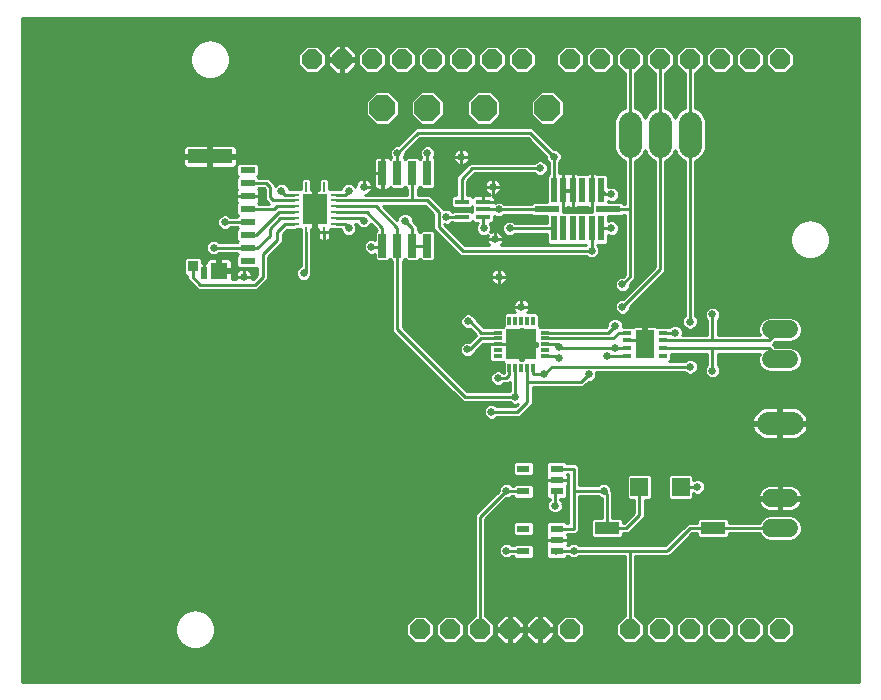
<source format=gtl>
G75*
%MOIN*%
%OFA0B0*%
%FSLAX25Y25*%
%IPPOS*%
%LPD*%
%AMOC8*
5,1,8,0,0,1.08239X$1,22.5*
%
%ADD10C,0.00000*%
%ADD11OC8,0.06600*%
%ADD12R,0.09843X0.09843*%
%ADD13R,0.02953X0.01181*%
%ADD14R,0.01181X0.02953*%
%ADD15R,0.04331X0.02362*%
%ADD16R,0.04921X0.02362*%
%ADD17R,0.14921X0.04724*%
%ADD18R,0.02362X0.03937*%
%ADD19R,0.05512X0.05709*%
%ADD20R,0.03346X0.03740*%
%ADD21R,0.02600X0.08000*%
%ADD22R,0.06102X0.09449*%
%ADD23R,0.02559X0.01378*%
%ADD24R,0.03346X0.00984*%
%ADD25R,0.07874X0.09843*%
%ADD26R,0.00984X0.03346*%
%ADD27R,0.02165X0.08445*%
%ADD28R,0.08445X0.02165*%
%ADD29R,0.07900X0.04300*%
%ADD30C,0.05906*%
%ADD31R,0.04724X0.01575*%
%ADD32C,0.07800*%
%ADD33OC8,0.08500*%
%ADD34R,0.05906X0.05906*%
%ADD35C,0.01000*%
%ADD36C,0.02559*%
D10*
X0027000Y0009000D02*
X0027000Y0219000D01*
X0281000Y0219000D01*
X0287000Y0213000D01*
X0287000Y0168000D01*
X0297000Y0158000D01*
X0297000Y0029000D01*
X0287000Y0019000D01*
X0287000Y0009000D01*
X0027000Y0009000D01*
X0075701Y0019000D02*
X0075703Y0019158D01*
X0075709Y0019316D01*
X0075719Y0019474D01*
X0075733Y0019632D01*
X0075751Y0019789D01*
X0075772Y0019946D01*
X0075798Y0020102D01*
X0075828Y0020258D01*
X0075861Y0020413D01*
X0075899Y0020566D01*
X0075940Y0020719D01*
X0075985Y0020871D01*
X0076034Y0021022D01*
X0076087Y0021171D01*
X0076143Y0021319D01*
X0076203Y0021465D01*
X0076267Y0021610D01*
X0076335Y0021753D01*
X0076406Y0021895D01*
X0076480Y0022035D01*
X0076558Y0022172D01*
X0076640Y0022308D01*
X0076724Y0022442D01*
X0076813Y0022573D01*
X0076904Y0022702D01*
X0076999Y0022829D01*
X0077096Y0022954D01*
X0077197Y0023076D01*
X0077301Y0023195D01*
X0077408Y0023312D01*
X0077518Y0023426D01*
X0077631Y0023537D01*
X0077746Y0023646D01*
X0077864Y0023751D01*
X0077985Y0023853D01*
X0078108Y0023953D01*
X0078234Y0024049D01*
X0078362Y0024142D01*
X0078492Y0024232D01*
X0078625Y0024318D01*
X0078760Y0024402D01*
X0078896Y0024481D01*
X0079035Y0024558D01*
X0079176Y0024630D01*
X0079318Y0024700D01*
X0079462Y0024765D01*
X0079608Y0024827D01*
X0079755Y0024885D01*
X0079904Y0024940D01*
X0080054Y0024991D01*
X0080205Y0025038D01*
X0080357Y0025081D01*
X0080510Y0025120D01*
X0080665Y0025156D01*
X0080820Y0025187D01*
X0080976Y0025215D01*
X0081132Y0025239D01*
X0081289Y0025259D01*
X0081447Y0025275D01*
X0081604Y0025287D01*
X0081763Y0025295D01*
X0081921Y0025299D01*
X0082079Y0025299D01*
X0082237Y0025295D01*
X0082396Y0025287D01*
X0082553Y0025275D01*
X0082711Y0025259D01*
X0082868Y0025239D01*
X0083024Y0025215D01*
X0083180Y0025187D01*
X0083335Y0025156D01*
X0083490Y0025120D01*
X0083643Y0025081D01*
X0083795Y0025038D01*
X0083946Y0024991D01*
X0084096Y0024940D01*
X0084245Y0024885D01*
X0084392Y0024827D01*
X0084538Y0024765D01*
X0084682Y0024700D01*
X0084824Y0024630D01*
X0084965Y0024558D01*
X0085104Y0024481D01*
X0085240Y0024402D01*
X0085375Y0024318D01*
X0085508Y0024232D01*
X0085638Y0024142D01*
X0085766Y0024049D01*
X0085892Y0023953D01*
X0086015Y0023853D01*
X0086136Y0023751D01*
X0086254Y0023646D01*
X0086369Y0023537D01*
X0086482Y0023426D01*
X0086592Y0023312D01*
X0086699Y0023195D01*
X0086803Y0023076D01*
X0086904Y0022954D01*
X0087001Y0022829D01*
X0087096Y0022702D01*
X0087187Y0022573D01*
X0087276Y0022442D01*
X0087360Y0022308D01*
X0087442Y0022172D01*
X0087520Y0022035D01*
X0087594Y0021895D01*
X0087665Y0021753D01*
X0087733Y0021610D01*
X0087797Y0021465D01*
X0087857Y0021319D01*
X0087913Y0021171D01*
X0087966Y0021022D01*
X0088015Y0020871D01*
X0088060Y0020719D01*
X0088101Y0020566D01*
X0088139Y0020413D01*
X0088172Y0020258D01*
X0088202Y0020102D01*
X0088228Y0019946D01*
X0088249Y0019789D01*
X0088267Y0019632D01*
X0088281Y0019474D01*
X0088291Y0019316D01*
X0088297Y0019158D01*
X0088299Y0019000D01*
X0088297Y0018842D01*
X0088291Y0018684D01*
X0088281Y0018526D01*
X0088267Y0018368D01*
X0088249Y0018211D01*
X0088228Y0018054D01*
X0088202Y0017898D01*
X0088172Y0017742D01*
X0088139Y0017587D01*
X0088101Y0017434D01*
X0088060Y0017281D01*
X0088015Y0017129D01*
X0087966Y0016978D01*
X0087913Y0016829D01*
X0087857Y0016681D01*
X0087797Y0016535D01*
X0087733Y0016390D01*
X0087665Y0016247D01*
X0087594Y0016105D01*
X0087520Y0015965D01*
X0087442Y0015828D01*
X0087360Y0015692D01*
X0087276Y0015558D01*
X0087187Y0015427D01*
X0087096Y0015298D01*
X0087001Y0015171D01*
X0086904Y0015046D01*
X0086803Y0014924D01*
X0086699Y0014805D01*
X0086592Y0014688D01*
X0086482Y0014574D01*
X0086369Y0014463D01*
X0086254Y0014354D01*
X0086136Y0014249D01*
X0086015Y0014147D01*
X0085892Y0014047D01*
X0085766Y0013951D01*
X0085638Y0013858D01*
X0085508Y0013768D01*
X0085375Y0013682D01*
X0085240Y0013598D01*
X0085104Y0013519D01*
X0084965Y0013442D01*
X0084824Y0013370D01*
X0084682Y0013300D01*
X0084538Y0013235D01*
X0084392Y0013173D01*
X0084245Y0013115D01*
X0084096Y0013060D01*
X0083946Y0013009D01*
X0083795Y0012962D01*
X0083643Y0012919D01*
X0083490Y0012880D01*
X0083335Y0012844D01*
X0083180Y0012813D01*
X0083024Y0012785D01*
X0082868Y0012761D01*
X0082711Y0012741D01*
X0082553Y0012725D01*
X0082396Y0012713D01*
X0082237Y0012705D01*
X0082079Y0012701D01*
X0081921Y0012701D01*
X0081763Y0012705D01*
X0081604Y0012713D01*
X0081447Y0012725D01*
X0081289Y0012741D01*
X0081132Y0012761D01*
X0080976Y0012785D01*
X0080820Y0012813D01*
X0080665Y0012844D01*
X0080510Y0012880D01*
X0080357Y0012919D01*
X0080205Y0012962D01*
X0080054Y0013009D01*
X0079904Y0013060D01*
X0079755Y0013115D01*
X0079608Y0013173D01*
X0079462Y0013235D01*
X0079318Y0013300D01*
X0079176Y0013370D01*
X0079035Y0013442D01*
X0078896Y0013519D01*
X0078760Y0013598D01*
X0078625Y0013682D01*
X0078492Y0013768D01*
X0078362Y0013858D01*
X0078234Y0013951D01*
X0078108Y0014047D01*
X0077985Y0014147D01*
X0077864Y0014249D01*
X0077746Y0014354D01*
X0077631Y0014463D01*
X0077518Y0014574D01*
X0077408Y0014688D01*
X0077301Y0014805D01*
X0077197Y0014924D01*
X0077096Y0015046D01*
X0076999Y0015171D01*
X0076904Y0015298D01*
X0076813Y0015427D01*
X0076724Y0015558D01*
X0076640Y0015692D01*
X0076558Y0015828D01*
X0076480Y0015965D01*
X0076406Y0016105D01*
X0076335Y0016247D01*
X0076267Y0016390D01*
X0076203Y0016535D01*
X0076143Y0016681D01*
X0076087Y0016829D01*
X0076034Y0016978D01*
X0075985Y0017129D01*
X0075940Y0017281D01*
X0075899Y0017434D01*
X0075861Y0017587D01*
X0075828Y0017742D01*
X0075798Y0017898D01*
X0075772Y0018054D01*
X0075751Y0018211D01*
X0075733Y0018368D01*
X0075719Y0018526D01*
X0075709Y0018684D01*
X0075703Y0018842D01*
X0075701Y0019000D01*
X0280701Y0149000D02*
X0280703Y0149158D01*
X0280709Y0149316D01*
X0280719Y0149474D01*
X0280733Y0149632D01*
X0280751Y0149789D01*
X0280772Y0149946D01*
X0280798Y0150102D01*
X0280828Y0150258D01*
X0280861Y0150413D01*
X0280899Y0150566D01*
X0280940Y0150719D01*
X0280985Y0150871D01*
X0281034Y0151022D01*
X0281087Y0151171D01*
X0281143Y0151319D01*
X0281203Y0151465D01*
X0281267Y0151610D01*
X0281335Y0151753D01*
X0281406Y0151895D01*
X0281480Y0152035D01*
X0281558Y0152172D01*
X0281640Y0152308D01*
X0281724Y0152442D01*
X0281813Y0152573D01*
X0281904Y0152702D01*
X0281999Y0152829D01*
X0282096Y0152954D01*
X0282197Y0153076D01*
X0282301Y0153195D01*
X0282408Y0153312D01*
X0282518Y0153426D01*
X0282631Y0153537D01*
X0282746Y0153646D01*
X0282864Y0153751D01*
X0282985Y0153853D01*
X0283108Y0153953D01*
X0283234Y0154049D01*
X0283362Y0154142D01*
X0283492Y0154232D01*
X0283625Y0154318D01*
X0283760Y0154402D01*
X0283896Y0154481D01*
X0284035Y0154558D01*
X0284176Y0154630D01*
X0284318Y0154700D01*
X0284462Y0154765D01*
X0284608Y0154827D01*
X0284755Y0154885D01*
X0284904Y0154940D01*
X0285054Y0154991D01*
X0285205Y0155038D01*
X0285357Y0155081D01*
X0285510Y0155120D01*
X0285665Y0155156D01*
X0285820Y0155187D01*
X0285976Y0155215D01*
X0286132Y0155239D01*
X0286289Y0155259D01*
X0286447Y0155275D01*
X0286604Y0155287D01*
X0286763Y0155295D01*
X0286921Y0155299D01*
X0287079Y0155299D01*
X0287237Y0155295D01*
X0287396Y0155287D01*
X0287553Y0155275D01*
X0287711Y0155259D01*
X0287868Y0155239D01*
X0288024Y0155215D01*
X0288180Y0155187D01*
X0288335Y0155156D01*
X0288490Y0155120D01*
X0288643Y0155081D01*
X0288795Y0155038D01*
X0288946Y0154991D01*
X0289096Y0154940D01*
X0289245Y0154885D01*
X0289392Y0154827D01*
X0289538Y0154765D01*
X0289682Y0154700D01*
X0289824Y0154630D01*
X0289965Y0154558D01*
X0290104Y0154481D01*
X0290240Y0154402D01*
X0290375Y0154318D01*
X0290508Y0154232D01*
X0290638Y0154142D01*
X0290766Y0154049D01*
X0290892Y0153953D01*
X0291015Y0153853D01*
X0291136Y0153751D01*
X0291254Y0153646D01*
X0291369Y0153537D01*
X0291482Y0153426D01*
X0291592Y0153312D01*
X0291699Y0153195D01*
X0291803Y0153076D01*
X0291904Y0152954D01*
X0292001Y0152829D01*
X0292096Y0152702D01*
X0292187Y0152573D01*
X0292276Y0152442D01*
X0292360Y0152308D01*
X0292442Y0152172D01*
X0292520Y0152035D01*
X0292594Y0151895D01*
X0292665Y0151753D01*
X0292733Y0151610D01*
X0292797Y0151465D01*
X0292857Y0151319D01*
X0292913Y0151171D01*
X0292966Y0151022D01*
X0293015Y0150871D01*
X0293060Y0150719D01*
X0293101Y0150566D01*
X0293139Y0150413D01*
X0293172Y0150258D01*
X0293202Y0150102D01*
X0293228Y0149946D01*
X0293249Y0149789D01*
X0293267Y0149632D01*
X0293281Y0149474D01*
X0293291Y0149316D01*
X0293297Y0149158D01*
X0293299Y0149000D01*
X0293297Y0148842D01*
X0293291Y0148684D01*
X0293281Y0148526D01*
X0293267Y0148368D01*
X0293249Y0148211D01*
X0293228Y0148054D01*
X0293202Y0147898D01*
X0293172Y0147742D01*
X0293139Y0147587D01*
X0293101Y0147434D01*
X0293060Y0147281D01*
X0293015Y0147129D01*
X0292966Y0146978D01*
X0292913Y0146829D01*
X0292857Y0146681D01*
X0292797Y0146535D01*
X0292733Y0146390D01*
X0292665Y0146247D01*
X0292594Y0146105D01*
X0292520Y0145965D01*
X0292442Y0145828D01*
X0292360Y0145692D01*
X0292276Y0145558D01*
X0292187Y0145427D01*
X0292096Y0145298D01*
X0292001Y0145171D01*
X0291904Y0145046D01*
X0291803Y0144924D01*
X0291699Y0144805D01*
X0291592Y0144688D01*
X0291482Y0144574D01*
X0291369Y0144463D01*
X0291254Y0144354D01*
X0291136Y0144249D01*
X0291015Y0144147D01*
X0290892Y0144047D01*
X0290766Y0143951D01*
X0290638Y0143858D01*
X0290508Y0143768D01*
X0290375Y0143682D01*
X0290240Y0143598D01*
X0290104Y0143519D01*
X0289965Y0143442D01*
X0289824Y0143370D01*
X0289682Y0143300D01*
X0289538Y0143235D01*
X0289392Y0143173D01*
X0289245Y0143115D01*
X0289096Y0143060D01*
X0288946Y0143009D01*
X0288795Y0142962D01*
X0288643Y0142919D01*
X0288490Y0142880D01*
X0288335Y0142844D01*
X0288180Y0142813D01*
X0288024Y0142785D01*
X0287868Y0142761D01*
X0287711Y0142741D01*
X0287553Y0142725D01*
X0287396Y0142713D01*
X0287237Y0142705D01*
X0287079Y0142701D01*
X0286921Y0142701D01*
X0286763Y0142705D01*
X0286604Y0142713D01*
X0286447Y0142725D01*
X0286289Y0142741D01*
X0286132Y0142761D01*
X0285976Y0142785D01*
X0285820Y0142813D01*
X0285665Y0142844D01*
X0285510Y0142880D01*
X0285357Y0142919D01*
X0285205Y0142962D01*
X0285054Y0143009D01*
X0284904Y0143060D01*
X0284755Y0143115D01*
X0284608Y0143173D01*
X0284462Y0143235D01*
X0284318Y0143300D01*
X0284176Y0143370D01*
X0284035Y0143442D01*
X0283896Y0143519D01*
X0283760Y0143598D01*
X0283625Y0143682D01*
X0283492Y0143768D01*
X0283362Y0143858D01*
X0283234Y0143951D01*
X0283108Y0144047D01*
X0282985Y0144147D01*
X0282864Y0144249D01*
X0282746Y0144354D01*
X0282631Y0144463D01*
X0282518Y0144574D01*
X0282408Y0144688D01*
X0282301Y0144805D01*
X0282197Y0144924D01*
X0282096Y0145046D01*
X0281999Y0145171D01*
X0281904Y0145298D01*
X0281813Y0145427D01*
X0281724Y0145558D01*
X0281640Y0145692D01*
X0281558Y0145828D01*
X0281480Y0145965D01*
X0281406Y0146105D01*
X0281335Y0146247D01*
X0281267Y0146390D01*
X0281203Y0146535D01*
X0281143Y0146681D01*
X0281087Y0146829D01*
X0281034Y0146978D01*
X0280985Y0147129D01*
X0280940Y0147281D01*
X0280899Y0147434D01*
X0280861Y0147587D01*
X0280828Y0147742D01*
X0280798Y0147898D01*
X0280772Y0148054D01*
X0280751Y0148211D01*
X0280733Y0148368D01*
X0280719Y0148526D01*
X0280709Y0148684D01*
X0280703Y0148842D01*
X0280701Y0149000D01*
X0080701Y0209000D02*
X0080703Y0209158D01*
X0080709Y0209316D01*
X0080719Y0209474D01*
X0080733Y0209632D01*
X0080751Y0209789D01*
X0080772Y0209946D01*
X0080798Y0210102D01*
X0080828Y0210258D01*
X0080861Y0210413D01*
X0080899Y0210566D01*
X0080940Y0210719D01*
X0080985Y0210871D01*
X0081034Y0211022D01*
X0081087Y0211171D01*
X0081143Y0211319D01*
X0081203Y0211465D01*
X0081267Y0211610D01*
X0081335Y0211753D01*
X0081406Y0211895D01*
X0081480Y0212035D01*
X0081558Y0212172D01*
X0081640Y0212308D01*
X0081724Y0212442D01*
X0081813Y0212573D01*
X0081904Y0212702D01*
X0081999Y0212829D01*
X0082096Y0212954D01*
X0082197Y0213076D01*
X0082301Y0213195D01*
X0082408Y0213312D01*
X0082518Y0213426D01*
X0082631Y0213537D01*
X0082746Y0213646D01*
X0082864Y0213751D01*
X0082985Y0213853D01*
X0083108Y0213953D01*
X0083234Y0214049D01*
X0083362Y0214142D01*
X0083492Y0214232D01*
X0083625Y0214318D01*
X0083760Y0214402D01*
X0083896Y0214481D01*
X0084035Y0214558D01*
X0084176Y0214630D01*
X0084318Y0214700D01*
X0084462Y0214765D01*
X0084608Y0214827D01*
X0084755Y0214885D01*
X0084904Y0214940D01*
X0085054Y0214991D01*
X0085205Y0215038D01*
X0085357Y0215081D01*
X0085510Y0215120D01*
X0085665Y0215156D01*
X0085820Y0215187D01*
X0085976Y0215215D01*
X0086132Y0215239D01*
X0086289Y0215259D01*
X0086447Y0215275D01*
X0086604Y0215287D01*
X0086763Y0215295D01*
X0086921Y0215299D01*
X0087079Y0215299D01*
X0087237Y0215295D01*
X0087396Y0215287D01*
X0087553Y0215275D01*
X0087711Y0215259D01*
X0087868Y0215239D01*
X0088024Y0215215D01*
X0088180Y0215187D01*
X0088335Y0215156D01*
X0088490Y0215120D01*
X0088643Y0215081D01*
X0088795Y0215038D01*
X0088946Y0214991D01*
X0089096Y0214940D01*
X0089245Y0214885D01*
X0089392Y0214827D01*
X0089538Y0214765D01*
X0089682Y0214700D01*
X0089824Y0214630D01*
X0089965Y0214558D01*
X0090104Y0214481D01*
X0090240Y0214402D01*
X0090375Y0214318D01*
X0090508Y0214232D01*
X0090638Y0214142D01*
X0090766Y0214049D01*
X0090892Y0213953D01*
X0091015Y0213853D01*
X0091136Y0213751D01*
X0091254Y0213646D01*
X0091369Y0213537D01*
X0091482Y0213426D01*
X0091592Y0213312D01*
X0091699Y0213195D01*
X0091803Y0213076D01*
X0091904Y0212954D01*
X0092001Y0212829D01*
X0092096Y0212702D01*
X0092187Y0212573D01*
X0092276Y0212442D01*
X0092360Y0212308D01*
X0092442Y0212172D01*
X0092520Y0212035D01*
X0092594Y0211895D01*
X0092665Y0211753D01*
X0092733Y0211610D01*
X0092797Y0211465D01*
X0092857Y0211319D01*
X0092913Y0211171D01*
X0092966Y0211022D01*
X0093015Y0210871D01*
X0093060Y0210719D01*
X0093101Y0210566D01*
X0093139Y0210413D01*
X0093172Y0210258D01*
X0093202Y0210102D01*
X0093228Y0209946D01*
X0093249Y0209789D01*
X0093267Y0209632D01*
X0093281Y0209474D01*
X0093291Y0209316D01*
X0093297Y0209158D01*
X0093299Y0209000D01*
X0093297Y0208842D01*
X0093291Y0208684D01*
X0093281Y0208526D01*
X0093267Y0208368D01*
X0093249Y0208211D01*
X0093228Y0208054D01*
X0093202Y0207898D01*
X0093172Y0207742D01*
X0093139Y0207587D01*
X0093101Y0207434D01*
X0093060Y0207281D01*
X0093015Y0207129D01*
X0092966Y0206978D01*
X0092913Y0206829D01*
X0092857Y0206681D01*
X0092797Y0206535D01*
X0092733Y0206390D01*
X0092665Y0206247D01*
X0092594Y0206105D01*
X0092520Y0205965D01*
X0092442Y0205828D01*
X0092360Y0205692D01*
X0092276Y0205558D01*
X0092187Y0205427D01*
X0092096Y0205298D01*
X0092001Y0205171D01*
X0091904Y0205046D01*
X0091803Y0204924D01*
X0091699Y0204805D01*
X0091592Y0204688D01*
X0091482Y0204574D01*
X0091369Y0204463D01*
X0091254Y0204354D01*
X0091136Y0204249D01*
X0091015Y0204147D01*
X0090892Y0204047D01*
X0090766Y0203951D01*
X0090638Y0203858D01*
X0090508Y0203768D01*
X0090375Y0203682D01*
X0090240Y0203598D01*
X0090104Y0203519D01*
X0089965Y0203442D01*
X0089824Y0203370D01*
X0089682Y0203300D01*
X0089538Y0203235D01*
X0089392Y0203173D01*
X0089245Y0203115D01*
X0089096Y0203060D01*
X0088946Y0203009D01*
X0088795Y0202962D01*
X0088643Y0202919D01*
X0088490Y0202880D01*
X0088335Y0202844D01*
X0088180Y0202813D01*
X0088024Y0202785D01*
X0087868Y0202761D01*
X0087711Y0202741D01*
X0087553Y0202725D01*
X0087396Y0202713D01*
X0087237Y0202705D01*
X0087079Y0202701D01*
X0086921Y0202701D01*
X0086763Y0202705D01*
X0086604Y0202713D01*
X0086447Y0202725D01*
X0086289Y0202741D01*
X0086132Y0202761D01*
X0085976Y0202785D01*
X0085820Y0202813D01*
X0085665Y0202844D01*
X0085510Y0202880D01*
X0085357Y0202919D01*
X0085205Y0202962D01*
X0085054Y0203009D01*
X0084904Y0203060D01*
X0084755Y0203115D01*
X0084608Y0203173D01*
X0084462Y0203235D01*
X0084318Y0203300D01*
X0084176Y0203370D01*
X0084035Y0203442D01*
X0083896Y0203519D01*
X0083760Y0203598D01*
X0083625Y0203682D01*
X0083492Y0203768D01*
X0083362Y0203858D01*
X0083234Y0203951D01*
X0083108Y0204047D01*
X0082985Y0204147D01*
X0082864Y0204249D01*
X0082746Y0204354D01*
X0082631Y0204463D01*
X0082518Y0204574D01*
X0082408Y0204688D01*
X0082301Y0204805D01*
X0082197Y0204924D01*
X0082096Y0205046D01*
X0081999Y0205171D01*
X0081904Y0205298D01*
X0081813Y0205427D01*
X0081724Y0205558D01*
X0081640Y0205692D01*
X0081558Y0205828D01*
X0081480Y0205965D01*
X0081406Y0206105D01*
X0081335Y0206247D01*
X0081267Y0206390D01*
X0081203Y0206535D01*
X0081143Y0206681D01*
X0081087Y0206829D01*
X0081034Y0206978D01*
X0080985Y0207129D01*
X0080940Y0207281D01*
X0080899Y0207434D01*
X0080861Y0207587D01*
X0080828Y0207742D01*
X0080798Y0207898D01*
X0080772Y0208054D01*
X0080751Y0208211D01*
X0080733Y0208368D01*
X0080719Y0208526D01*
X0080709Y0208684D01*
X0080703Y0208842D01*
X0080701Y0209000D01*
D11*
X0121000Y0209000D03*
X0131000Y0209000D03*
X0141000Y0209000D03*
X0151000Y0209000D03*
X0161000Y0209000D03*
X0171000Y0209000D03*
X0181000Y0209000D03*
X0191000Y0209000D03*
X0207000Y0209000D03*
X0217000Y0209000D03*
X0227000Y0209000D03*
X0237000Y0209000D03*
X0247000Y0209000D03*
X0257000Y0209000D03*
X0267000Y0209000D03*
X0277000Y0209000D03*
X0277000Y0019000D03*
X0267000Y0019000D03*
X0257000Y0019000D03*
X0247000Y0019000D03*
X0237000Y0019000D03*
X0227000Y0019000D03*
X0207000Y0019000D03*
X0197000Y0019000D03*
X0187000Y0019000D03*
X0177000Y0019000D03*
X0167000Y0019000D03*
X0157000Y0019000D03*
D12*
X0190750Y0114000D03*
X0190750Y0114000D03*
D13*
X0182876Y0114000D03*
X0182876Y0112031D03*
X0182876Y0110063D03*
X0182876Y0115969D03*
X0182876Y0117937D03*
X0198624Y0117937D03*
X0198624Y0115969D03*
X0198624Y0114000D03*
X0198624Y0112031D03*
X0198624Y0110063D03*
D14*
X0194687Y0106126D03*
X0192719Y0106126D03*
X0190750Y0106126D03*
X0188781Y0106126D03*
X0186813Y0106126D03*
X0186813Y0121874D03*
X0188781Y0121874D03*
X0190750Y0121874D03*
X0192719Y0121874D03*
X0194687Y0121874D03*
D15*
X0191488Y0072543D03*
X0191488Y0065063D03*
X0202512Y0065063D03*
X0202512Y0068803D03*
X0202512Y0072543D03*
X0202512Y0052543D03*
X0202512Y0048803D03*
X0202512Y0045063D03*
X0191488Y0045063D03*
X0191488Y0052543D03*
D16*
X0099520Y0141795D03*
X0099520Y0146126D03*
X0099520Y0150457D03*
X0099520Y0154787D03*
X0099520Y0159118D03*
X0099520Y0163449D03*
X0099520Y0167780D03*
X0099520Y0172110D03*
D17*
X0087000Y0176638D03*
D18*
X0085071Y0137661D03*
D19*
X0089992Y0138449D03*
D20*
X0081252Y0140024D03*
D21*
X0144500Y0146900D03*
X0149500Y0146900D03*
X0154500Y0146900D03*
X0159500Y0146900D03*
X0159500Y0171100D03*
X0154500Y0171100D03*
X0149500Y0171100D03*
X0144500Y0171100D03*
D22*
X0232000Y0114000D03*
D23*
X0225898Y0112720D03*
X0225898Y0110161D03*
X0225898Y0115280D03*
X0225898Y0117839D03*
X0238102Y0117839D03*
X0238102Y0115280D03*
X0238102Y0112720D03*
X0238102Y0110161D03*
D24*
X0128890Y0154079D03*
X0128890Y0156047D03*
X0128890Y0158016D03*
X0128890Y0159984D03*
X0128890Y0161953D03*
X0128890Y0163921D03*
X0115110Y0163921D03*
X0115110Y0161953D03*
X0115110Y0159984D03*
X0115110Y0158016D03*
X0115110Y0156047D03*
X0115110Y0154079D03*
D25*
X0122000Y0159000D03*
D26*
X0119047Y0151520D03*
X0124953Y0151520D03*
X0124953Y0166480D03*
X0119047Y0166480D03*
D27*
X0201626Y0165299D03*
X0204776Y0165299D03*
X0207925Y0165299D03*
X0211075Y0165299D03*
X0214224Y0165299D03*
X0217374Y0165299D03*
X0217374Y0152701D03*
X0214224Y0152701D03*
X0211075Y0152701D03*
X0207925Y0152701D03*
X0204776Y0152701D03*
X0201626Y0152701D03*
D28*
X0199264Y0159000D03*
X0219736Y0159000D03*
D29*
X0219300Y0052750D03*
X0254700Y0052750D03*
D30*
X0274047Y0052750D02*
X0279953Y0052750D01*
X0279953Y0062750D02*
X0274047Y0062750D01*
X0274047Y0109000D02*
X0279953Y0109000D01*
X0279953Y0119000D02*
X0274047Y0119000D01*
D31*
X0178043Y0156441D03*
X0178043Y0159000D03*
X0178043Y0161559D03*
X0170957Y0161559D03*
X0170957Y0156441D03*
D32*
X0227000Y0180100D02*
X0227000Y0187900D01*
X0237000Y0187900D02*
X0237000Y0180100D01*
X0247000Y0180100D02*
X0247000Y0187900D01*
X0273100Y0087750D02*
X0280900Y0087750D01*
D33*
X0199500Y0192750D03*
X0178250Y0192750D03*
X0159500Y0192750D03*
X0144500Y0192750D03*
D34*
X0230110Y0066500D03*
X0243890Y0066500D03*
D35*
X0024500Y0001500D02*
X0024500Y0222750D01*
X0303250Y0222750D01*
X0303250Y0001500D01*
X0024500Y0001500D01*
X0024500Y0002010D02*
X0303250Y0002010D01*
X0303250Y0003009D02*
X0024500Y0003009D01*
X0024500Y0004007D02*
X0303250Y0004007D01*
X0303250Y0005006D02*
X0024500Y0005006D01*
X0024500Y0006004D02*
X0303250Y0006004D01*
X0303250Y0007003D02*
X0024500Y0007003D01*
X0024500Y0008001D02*
X0303250Y0008001D01*
X0303250Y0009000D02*
X0024500Y0009000D01*
X0024500Y0009999D02*
X0303250Y0009999D01*
X0303250Y0010997D02*
X0024500Y0010997D01*
X0024500Y0011996D02*
X0303250Y0011996D01*
X0303250Y0012994D02*
X0085268Y0012994D01*
X0085851Y0013236D02*
X0083352Y0012201D01*
X0080648Y0012201D01*
X0078149Y0013236D01*
X0076236Y0015149D01*
X0075201Y0017648D01*
X0075201Y0020352D01*
X0076236Y0022851D01*
X0078149Y0024764D01*
X0080648Y0025799D01*
X0083352Y0025799D01*
X0085851Y0024764D01*
X0087764Y0022851D01*
X0088799Y0020352D01*
X0088799Y0017648D01*
X0087764Y0015149D01*
X0085851Y0013236D01*
X0086608Y0013993D02*
X0303250Y0013993D01*
X0303250Y0014991D02*
X0279479Y0014991D01*
X0278900Y0014413D02*
X0281587Y0017100D01*
X0281587Y0020900D01*
X0278900Y0023587D01*
X0275100Y0023587D01*
X0272413Y0020900D01*
X0272413Y0017100D01*
X0275100Y0014413D01*
X0278900Y0014413D01*
X0280477Y0015990D02*
X0303250Y0015990D01*
X0303250Y0016988D02*
X0281476Y0016988D01*
X0281587Y0017987D02*
X0303250Y0017987D01*
X0303250Y0018985D02*
X0281587Y0018985D01*
X0281587Y0019984D02*
X0303250Y0019984D01*
X0303250Y0020982D02*
X0281505Y0020982D01*
X0280507Y0021981D02*
X0303250Y0021981D01*
X0303250Y0022979D02*
X0279508Y0022979D01*
X0274492Y0022979D02*
X0269508Y0022979D01*
X0268900Y0023587D02*
X0265100Y0023587D01*
X0262413Y0020900D01*
X0262413Y0017100D01*
X0265100Y0014413D01*
X0268900Y0014413D01*
X0271587Y0017100D01*
X0271587Y0020900D01*
X0268900Y0023587D01*
X0270507Y0021981D02*
X0273493Y0021981D01*
X0272495Y0020982D02*
X0271505Y0020982D01*
X0271587Y0019984D02*
X0272413Y0019984D01*
X0272413Y0018985D02*
X0271587Y0018985D01*
X0271587Y0017987D02*
X0272413Y0017987D01*
X0272524Y0016988D02*
X0271476Y0016988D01*
X0270477Y0015990D02*
X0273523Y0015990D01*
X0274521Y0014991D02*
X0269479Y0014991D01*
X0264521Y0014991D02*
X0259479Y0014991D01*
X0258900Y0014413D02*
X0261587Y0017100D01*
X0261587Y0020900D01*
X0258900Y0023587D01*
X0255100Y0023587D01*
X0252413Y0020900D01*
X0252413Y0017100D01*
X0255100Y0014413D01*
X0258900Y0014413D01*
X0260477Y0015990D02*
X0263523Y0015990D01*
X0262524Y0016988D02*
X0261476Y0016988D01*
X0261587Y0017987D02*
X0262413Y0017987D01*
X0262413Y0018985D02*
X0261587Y0018985D01*
X0261587Y0019984D02*
X0262413Y0019984D01*
X0262495Y0020982D02*
X0261505Y0020982D01*
X0260507Y0021981D02*
X0263493Y0021981D01*
X0264492Y0022979D02*
X0259508Y0022979D01*
X0254492Y0022979D02*
X0249508Y0022979D01*
X0248900Y0023587D02*
X0245100Y0023587D01*
X0242413Y0020900D01*
X0242413Y0017100D01*
X0245100Y0014413D01*
X0248900Y0014413D01*
X0251587Y0017100D01*
X0251587Y0020900D01*
X0248900Y0023587D01*
X0250507Y0021981D02*
X0253493Y0021981D01*
X0252495Y0020982D02*
X0251505Y0020982D01*
X0251587Y0019984D02*
X0252413Y0019984D01*
X0252413Y0018985D02*
X0251587Y0018985D01*
X0251587Y0017987D02*
X0252413Y0017987D01*
X0252524Y0016988D02*
X0251476Y0016988D01*
X0250477Y0015990D02*
X0253523Y0015990D01*
X0254521Y0014991D02*
X0249479Y0014991D01*
X0244521Y0014991D02*
X0239479Y0014991D01*
X0238900Y0014413D02*
X0241587Y0017100D01*
X0241587Y0020900D01*
X0238900Y0023587D01*
X0235100Y0023587D01*
X0232413Y0020900D01*
X0232413Y0017100D01*
X0235100Y0014413D01*
X0238900Y0014413D01*
X0240477Y0015990D02*
X0243523Y0015990D01*
X0242524Y0016988D02*
X0241476Y0016988D01*
X0241587Y0017987D02*
X0242413Y0017987D01*
X0242413Y0018985D02*
X0241587Y0018985D01*
X0241587Y0019984D02*
X0242413Y0019984D01*
X0242495Y0020982D02*
X0241505Y0020982D01*
X0240507Y0021981D02*
X0243493Y0021981D01*
X0244492Y0022979D02*
X0239508Y0022979D01*
X0234492Y0022979D02*
X0229508Y0022979D01*
X0228900Y0023587D02*
X0228787Y0023587D01*
X0228787Y0043463D01*
X0239826Y0043463D01*
X0239958Y0043594D01*
X0240347Y0043755D01*
X0240533Y0043755D01*
X0241521Y0044743D01*
X0241580Y0044803D01*
X0247740Y0050963D01*
X0249463Y0050963D01*
X0249463Y0050067D01*
X0250217Y0049313D01*
X0259183Y0049313D01*
X0259937Y0050067D01*
X0259937Y0050963D01*
X0270198Y0050963D01*
X0270453Y0050348D01*
X0271645Y0049155D01*
X0273204Y0048510D01*
X0280796Y0048510D01*
X0282355Y0049155D01*
X0283547Y0050348D01*
X0284193Y0051907D01*
X0284193Y0053593D01*
X0283547Y0055152D01*
X0282355Y0056345D01*
X0280796Y0056990D01*
X0273204Y0056990D01*
X0271645Y0056345D01*
X0270453Y0055152D01*
X0270198Y0054537D01*
X0259937Y0054537D01*
X0259937Y0055433D01*
X0259183Y0056187D01*
X0250217Y0056187D01*
X0249463Y0055433D01*
X0249463Y0054537D01*
X0246260Y0054537D01*
X0245213Y0053490D01*
X0238760Y0047037D01*
X0210093Y0047037D01*
X0209704Y0047426D01*
X0208761Y0047817D01*
X0207739Y0047817D01*
X0206796Y0047426D01*
X0206407Y0047037D01*
X0206072Y0047037D01*
X0206075Y0047043D01*
X0206177Y0047425D01*
X0206177Y0048713D01*
X0202602Y0048713D01*
X0202602Y0048894D01*
X0206177Y0048894D01*
X0206177Y0050182D01*
X0206075Y0050563D01*
X0205964Y0050756D01*
X0208990Y0050756D01*
X0210037Y0051803D01*
X0210037Y0063463D01*
X0216407Y0063463D01*
X0216796Y0063074D01*
X0217513Y0062777D01*
X0217513Y0056187D01*
X0214817Y0056187D01*
X0214063Y0055433D01*
X0214063Y0050067D01*
X0214817Y0049313D01*
X0223783Y0049313D01*
X0224537Y0050067D01*
X0224537Y0050963D01*
X0226490Y0050963D01*
X0227537Y0052010D01*
X0231898Y0056370D01*
X0231898Y0062260D01*
X0233596Y0062260D01*
X0234350Y0063014D01*
X0234350Y0069986D01*
X0233596Y0070740D01*
X0226624Y0070740D01*
X0225870Y0069986D01*
X0225870Y0063014D01*
X0226624Y0062260D01*
X0228323Y0062260D01*
X0228323Y0057851D01*
X0225010Y0054537D01*
X0224537Y0054537D01*
X0224537Y0055433D01*
X0223783Y0056187D01*
X0221087Y0056187D01*
X0221087Y0064940D01*
X0220817Y0065211D01*
X0220817Y0065761D01*
X0220426Y0066704D01*
X0219704Y0067426D01*
X0218761Y0067817D01*
X0217739Y0067817D01*
X0216796Y0067426D01*
X0216407Y0067037D01*
X0210037Y0067037D01*
X0210037Y0073284D01*
X0208990Y0074331D01*
X0205892Y0074331D01*
X0205210Y0075012D01*
X0199813Y0075012D01*
X0199059Y0074258D01*
X0199059Y0070829D01*
X0199086Y0070802D01*
X0198949Y0070563D01*
X0198846Y0070182D01*
X0198846Y0068894D01*
X0202421Y0068894D01*
X0202421Y0068713D01*
X0198846Y0068713D01*
X0198846Y0067425D01*
X0198949Y0067043D01*
X0199086Y0066805D01*
X0199059Y0066777D01*
X0199059Y0063349D01*
X0199813Y0062594D01*
X0200213Y0062594D01*
X0200213Y0062093D01*
X0199824Y0061704D01*
X0199433Y0060761D01*
X0199433Y0059739D01*
X0199824Y0058796D01*
X0200546Y0058074D01*
X0201489Y0057683D01*
X0202511Y0057683D01*
X0203454Y0058074D01*
X0204176Y0058796D01*
X0204567Y0059739D01*
X0204567Y0060761D01*
X0204176Y0061704D01*
X0203787Y0062093D01*
X0203787Y0062594D01*
X0205210Y0062594D01*
X0205965Y0063349D01*
X0205965Y0066777D01*
X0205937Y0066805D01*
X0206075Y0067043D01*
X0206177Y0067425D01*
X0206177Y0068713D01*
X0202602Y0068713D01*
X0202602Y0068894D01*
X0206177Y0068894D01*
X0206177Y0070182D01*
X0206075Y0070563D01*
X0205964Y0070756D01*
X0206463Y0070756D01*
X0206463Y0054331D01*
X0205892Y0054331D01*
X0205210Y0055012D01*
X0199813Y0055012D01*
X0199059Y0054258D01*
X0199059Y0050829D01*
X0199086Y0050802D01*
X0198949Y0050563D01*
X0198846Y0050182D01*
X0198846Y0048894D01*
X0202421Y0048894D01*
X0202421Y0048713D01*
X0198846Y0048713D01*
X0198846Y0047425D01*
X0198949Y0047043D01*
X0199086Y0046805D01*
X0199059Y0046777D01*
X0199059Y0043349D01*
X0199813Y0042594D01*
X0205210Y0042594D01*
X0205965Y0043349D01*
X0205965Y0043463D01*
X0206407Y0043463D01*
X0206796Y0043074D01*
X0207739Y0042683D01*
X0208761Y0042683D01*
X0209704Y0043074D01*
X0210093Y0043463D01*
X0225213Y0043463D01*
X0225213Y0023587D01*
X0225100Y0023587D01*
X0222413Y0020900D01*
X0222413Y0017100D01*
X0225100Y0014413D01*
X0228900Y0014413D01*
X0231587Y0017100D01*
X0231587Y0020900D01*
X0228900Y0023587D01*
X0228787Y0023978D02*
X0303250Y0023978D01*
X0303250Y0024976D02*
X0228787Y0024976D01*
X0228787Y0025975D02*
X0303250Y0025975D01*
X0303250Y0026973D02*
X0228787Y0026973D01*
X0228787Y0027972D02*
X0303250Y0027972D01*
X0303250Y0028970D02*
X0228787Y0028970D01*
X0228787Y0029969D02*
X0303250Y0029969D01*
X0303250Y0030967D02*
X0228787Y0030967D01*
X0228787Y0031966D02*
X0303250Y0031966D01*
X0303250Y0032964D02*
X0228787Y0032964D01*
X0228787Y0033963D02*
X0303250Y0033963D01*
X0303250Y0034961D02*
X0228787Y0034961D01*
X0228787Y0035960D02*
X0303250Y0035960D01*
X0303250Y0036958D02*
X0228787Y0036958D01*
X0228787Y0037957D02*
X0303250Y0037957D01*
X0303250Y0038955D02*
X0228787Y0038955D01*
X0228787Y0039954D02*
X0303250Y0039954D01*
X0303250Y0040952D02*
X0228787Y0040952D01*
X0228787Y0041951D02*
X0303250Y0041951D01*
X0303250Y0042949D02*
X0228787Y0042949D01*
X0227000Y0045250D02*
X0239086Y0045250D01*
X0239793Y0045543D02*
X0247000Y0052750D01*
X0254700Y0052750D01*
X0277000Y0052750D01*
X0271231Y0055930D02*
X0259441Y0055930D01*
X0259937Y0054932D02*
X0270361Y0054932D01*
X0273055Y0056929D02*
X0231898Y0056929D01*
X0231898Y0057927D02*
X0303250Y0057927D01*
X0303250Y0056929D02*
X0280945Y0056929D01*
X0280995Y0058407D02*
X0281662Y0058623D01*
X0282287Y0058942D01*
X0282854Y0059354D01*
X0283349Y0059849D01*
X0283761Y0060416D01*
X0284079Y0061041D01*
X0284296Y0061707D01*
X0284384Y0062266D01*
X0277484Y0062266D01*
X0277484Y0058297D01*
X0280303Y0058297D01*
X0280995Y0058407D01*
X0282255Y0058926D02*
X0303250Y0058926D01*
X0303250Y0059924D02*
X0283403Y0059924D01*
X0284019Y0060923D02*
X0303250Y0060923D01*
X0303250Y0061921D02*
X0284330Y0061921D01*
X0284384Y0063234D02*
X0284296Y0063793D01*
X0284079Y0064459D01*
X0283761Y0065084D01*
X0283349Y0065651D01*
X0282854Y0066146D01*
X0282287Y0066558D01*
X0281662Y0066877D01*
X0280995Y0067093D01*
X0280303Y0067203D01*
X0277484Y0067203D01*
X0277484Y0063234D01*
X0276516Y0063234D01*
X0276516Y0062266D01*
X0277484Y0062266D01*
X0277484Y0063234D01*
X0284384Y0063234D01*
X0284255Y0063918D02*
X0303250Y0063918D01*
X0303250Y0062920D02*
X0277484Y0062920D01*
X0276516Y0062920D02*
X0248036Y0062920D01*
X0248130Y0063014D02*
X0248130Y0064289D01*
X0248989Y0063933D01*
X0250011Y0063933D01*
X0250954Y0064324D01*
X0251676Y0065046D01*
X0252067Y0065989D01*
X0252067Y0067011D01*
X0251676Y0067954D01*
X0250954Y0068676D01*
X0250011Y0069067D01*
X0248989Y0069067D01*
X0248130Y0068711D01*
X0248130Y0069986D01*
X0247376Y0070740D01*
X0240404Y0070740D01*
X0239650Y0069986D01*
X0239650Y0063014D01*
X0240404Y0062260D01*
X0247376Y0062260D01*
X0248130Y0063014D01*
X0248130Y0063918D02*
X0269745Y0063918D01*
X0269704Y0063793D02*
X0269921Y0064459D01*
X0270239Y0065084D01*
X0270651Y0065651D01*
X0271146Y0066146D01*
X0271713Y0066558D01*
X0272338Y0066877D01*
X0273005Y0067093D01*
X0273697Y0067203D01*
X0276516Y0067203D01*
X0276516Y0063234D01*
X0269616Y0063234D01*
X0269704Y0063793D01*
X0270154Y0064917D02*
X0251547Y0064917D01*
X0252036Y0065915D02*
X0270915Y0065915D01*
X0272452Y0066914D02*
X0252067Y0066914D01*
X0251693Y0067912D02*
X0303250Y0067912D01*
X0303250Y0066914D02*
X0281548Y0066914D01*
X0283085Y0065915D02*
X0303250Y0065915D01*
X0303250Y0064917D02*
X0283846Y0064917D01*
X0277484Y0064917D02*
X0276516Y0064917D01*
X0276516Y0065915D02*
X0277484Y0065915D01*
X0277484Y0066914D02*
X0276516Y0066914D01*
X0276516Y0063918D02*
X0277484Y0063918D01*
X0276516Y0062266D02*
X0269616Y0062266D01*
X0269704Y0061707D01*
X0269921Y0061041D01*
X0270239Y0060416D01*
X0270651Y0059849D01*
X0271146Y0059354D01*
X0271713Y0058942D01*
X0272338Y0058623D01*
X0273005Y0058407D01*
X0273697Y0058297D01*
X0276516Y0058297D01*
X0276516Y0062266D01*
X0276516Y0061921D02*
X0277484Y0061921D01*
X0277484Y0060923D02*
X0276516Y0060923D01*
X0276516Y0059924D02*
X0277484Y0059924D01*
X0277484Y0058926D02*
X0276516Y0058926D01*
X0271745Y0058926D02*
X0231898Y0058926D01*
X0231898Y0059924D02*
X0270596Y0059924D01*
X0269981Y0060923D02*
X0231898Y0060923D01*
X0231898Y0061921D02*
X0269670Y0061921D01*
X0265881Y0052750D02*
X0254700Y0052750D01*
X0249959Y0055930D02*
X0231458Y0055930D01*
X0230459Y0054932D02*
X0249463Y0054932D01*
X0245655Y0053933D02*
X0229461Y0053933D01*
X0228462Y0052934D02*
X0244657Y0052934D01*
X0245213Y0053490D02*
X0245213Y0053490D01*
X0243658Y0051936D02*
X0227464Y0051936D01*
X0225750Y0052750D02*
X0219300Y0052750D01*
X0219093Y0052543D01*
X0219300Y0052750D02*
X0219300Y0064200D01*
X0218250Y0065250D01*
X0208250Y0065250D01*
X0208250Y0052543D01*
X0202512Y0052543D01*
X0206793Y0052543D01*
X0206463Y0054932D02*
X0205291Y0054932D01*
X0206463Y0055930D02*
X0178958Y0055930D01*
X0178787Y0055760D02*
X0185711Y0062683D01*
X0186261Y0062683D01*
X0187204Y0063074D01*
X0187406Y0063276D01*
X0188108Y0063276D01*
X0188790Y0062594D01*
X0194187Y0062594D01*
X0194941Y0063349D01*
X0194941Y0066777D01*
X0194187Y0067531D01*
X0188790Y0067531D01*
X0188108Y0066850D01*
X0187780Y0066850D01*
X0187204Y0067426D01*
X0186261Y0067817D01*
X0185239Y0067817D01*
X0184296Y0067426D01*
X0183574Y0066704D01*
X0183183Y0065761D01*
X0183183Y0065211D01*
X0176260Y0058287D01*
X0176260Y0058287D01*
X0175213Y0057240D01*
X0175213Y0023587D01*
X0175100Y0023587D01*
X0172413Y0020900D01*
X0172413Y0017100D01*
X0175100Y0014413D01*
X0178900Y0014413D01*
X0181587Y0017100D01*
X0181587Y0020900D01*
X0178900Y0023587D01*
X0178787Y0023587D01*
X0178787Y0055760D01*
X0178787Y0054932D02*
X0188709Y0054932D01*
X0188790Y0055012D02*
X0188035Y0054258D01*
X0188035Y0050829D01*
X0188790Y0050075D01*
X0194187Y0050075D01*
X0194941Y0050829D01*
X0194941Y0054258D01*
X0194187Y0055012D01*
X0188790Y0055012D01*
X0188035Y0053933D02*
X0178787Y0053933D01*
X0178787Y0052934D02*
X0188035Y0052934D01*
X0188035Y0051936D02*
X0178787Y0051936D01*
X0178787Y0050937D02*
X0188035Y0050937D01*
X0188790Y0047531D02*
X0188295Y0047037D01*
X0187593Y0047037D01*
X0187204Y0047426D01*
X0186261Y0047817D01*
X0185239Y0047817D01*
X0184296Y0047426D01*
X0183574Y0046704D01*
X0183183Y0045761D01*
X0183183Y0044739D01*
X0183574Y0043796D01*
X0184296Y0043074D01*
X0185239Y0042683D01*
X0186261Y0042683D01*
X0187204Y0043074D01*
X0187593Y0043463D01*
X0188035Y0043463D01*
X0188035Y0043349D01*
X0188790Y0042594D01*
X0194187Y0042594D01*
X0194941Y0043349D01*
X0194941Y0046777D01*
X0194187Y0047531D01*
X0188790Y0047531D01*
X0191301Y0045250D02*
X0185750Y0045250D01*
X0183813Y0046943D02*
X0178787Y0046943D01*
X0178787Y0045945D02*
X0183259Y0045945D01*
X0183183Y0044946D02*
X0178787Y0044946D01*
X0178787Y0043948D02*
X0183511Y0043948D01*
X0184596Y0042949D02*
X0178787Y0042949D01*
X0178787Y0041951D02*
X0225213Y0041951D01*
X0225213Y0042949D02*
X0209404Y0042949D01*
X0207096Y0042949D02*
X0205565Y0042949D01*
X0202963Y0045250D02*
X0202917Y0045248D01*
X0202872Y0045244D01*
X0202827Y0045235D01*
X0202783Y0045224D01*
X0202740Y0045210D01*
X0202698Y0045192D01*
X0202657Y0045172D01*
X0202618Y0045149D01*
X0202581Y0045123D01*
X0202545Y0045094D01*
X0202512Y0045063D01*
X0202000Y0044551D01*
X0202963Y0045250D02*
X0208250Y0045250D01*
X0227000Y0045250D01*
X0227000Y0019000D01*
X0231587Y0018985D02*
X0232413Y0018985D01*
X0232413Y0017987D02*
X0231587Y0017987D01*
X0231476Y0016988D02*
X0232524Y0016988D01*
X0233523Y0015990D02*
X0230477Y0015990D01*
X0229479Y0014991D02*
X0234521Y0014991D01*
X0232413Y0019984D02*
X0231587Y0019984D01*
X0231505Y0020982D02*
X0232495Y0020982D01*
X0233493Y0021981D02*
X0230507Y0021981D01*
X0225213Y0023978D02*
X0178787Y0023978D01*
X0178787Y0024976D02*
X0225213Y0024976D01*
X0225213Y0025975D02*
X0178787Y0025975D01*
X0178787Y0026973D02*
X0225213Y0026973D01*
X0225213Y0027972D02*
X0178787Y0027972D01*
X0178787Y0028970D02*
X0225213Y0028970D01*
X0225213Y0029969D02*
X0178787Y0029969D01*
X0178787Y0030967D02*
X0225213Y0030967D01*
X0225213Y0031966D02*
X0178787Y0031966D01*
X0178787Y0032964D02*
X0225213Y0032964D01*
X0225213Y0033963D02*
X0178787Y0033963D01*
X0178787Y0034961D02*
X0225213Y0034961D01*
X0225213Y0035960D02*
X0178787Y0035960D01*
X0178787Y0036958D02*
X0225213Y0036958D01*
X0225213Y0037957D02*
X0178787Y0037957D01*
X0178787Y0038955D02*
X0225213Y0038955D01*
X0225213Y0039954D02*
X0178787Y0039954D01*
X0178787Y0040952D02*
X0225213Y0040952D01*
X0224410Y0049939D02*
X0241661Y0049939D01*
X0240663Y0048940D02*
X0206177Y0048940D01*
X0206177Y0047942D02*
X0239664Y0047942D01*
X0239793Y0045543D02*
X0239749Y0045501D01*
X0239703Y0045463D01*
X0239654Y0045427D01*
X0239603Y0045394D01*
X0239551Y0045365D01*
X0239496Y0045338D01*
X0239441Y0045315D01*
X0239384Y0045295D01*
X0239325Y0045279D01*
X0239266Y0045266D01*
X0239207Y0045257D01*
X0239146Y0045252D01*
X0239086Y0045250D01*
X0240726Y0043948D02*
X0303250Y0043948D01*
X0303250Y0044946D02*
X0241724Y0044946D01*
X0241580Y0044803D02*
X0241580Y0044803D01*
X0242723Y0045945D02*
X0303250Y0045945D01*
X0303250Y0046943D02*
X0243721Y0046943D01*
X0244720Y0047942D02*
X0303250Y0047942D01*
X0303250Y0048940D02*
X0281836Y0048940D01*
X0283138Y0049939D02*
X0303250Y0049939D01*
X0303250Y0050937D02*
X0283791Y0050937D01*
X0284193Y0051936D02*
X0303250Y0051936D01*
X0303250Y0052934D02*
X0284193Y0052934D01*
X0284052Y0053933D02*
X0303250Y0053933D01*
X0303250Y0054932D02*
X0283639Y0054932D01*
X0282769Y0055930D02*
X0303250Y0055930D01*
X0303250Y0068911D02*
X0250388Y0068911D01*
X0248612Y0068911D02*
X0248130Y0068911D01*
X0248130Y0069909D02*
X0303250Y0069909D01*
X0303250Y0070908D02*
X0210037Y0070908D01*
X0210037Y0071906D02*
X0303250Y0071906D01*
X0303250Y0072905D02*
X0210037Y0072905D01*
X0209418Y0073903D02*
X0303250Y0073903D01*
X0303250Y0074902D02*
X0205320Y0074902D01*
X0202512Y0072543D02*
X0208250Y0072543D01*
X0208250Y0065250D01*
X0206463Y0064917D02*
X0205965Y0064917D01*
X0205965Y0065915D02*
X0206463Y0065915D01*
X0206463Y0066914D02*
X0206000Y0066914D01*
X0206177Y0067912D02*
X0206463Y0067912D01*
X0206463Y0068911D02*
X0206177Y0068911D01*
X0206177Y0069909D02*
X0206463Y0069909D01*
X0210037Y0069909D02*
X0225870Y0069909D01*
X0225870Y0068911D02*
X0210037Y0068911D01*
X0210037Y0067912D02*
X0225870Y0067912D01*
X0225870Y0066914D02*
X0220217Y0066914D01*
X0220753Y0065915D02*
X0225870Y0065915D01*
X0225870Y0064917D02*
X0221087Y0064917D01*
X0221087Y0063918D02*
X0225870Y0063918D01*
X0225964Y0062920D02*
X0221087Y0062920D01*
X0221087Y0061921D02*
X0228323Y0061921D01*
X0228323Y0060923D02*
X0221087Y0060923D01*
X0221087Y0059924D02*
X0228323Y0059924D01*
X0228323Y0058926D02*
X0221087Y0058926D01*
X0221087Y0057927D02*
X0228323Y0057927D01*
X0227401Y0056929D02*
X0221087Y0056929D01*
X0224041Y0055930D02*
X0226402Y0055930D01*
X0225404Y0054932D02*
X0224537Y0054932D01*
X0225750Y0052750D02*
X0230110Y0057110D01*
X0230110Y0066500D01*
X0234350Y0066914D02*
X0239650Y0066914D01*
X0239650Y0067912D02*
X0234350Y0067912D01*
X0234350Y0068911D02*
X0239650Y0068911D01*
X0239650Y0069909D02*
X0234350Y0069909D01*
X0234350Y0065915D02*
X0239650Y0065915D01*
X0239650Y0064917D02*
X0234350Y0064917D01*
X0234350Y0063918D02*
X0239650Y0063918D01*
X0239744Y0062920D02*
X0234256Y0062920D01*
X0243890Y0066500D02*
X0249500Y0066500D01*
X0249463Y0050937D02*
X0247715Y0050937D01*
X0246717Y0049939D02*
X0249590Y0049939D01*
X0245718Y0048940D02*
X0272164Y0048940D01*
X0270862Y0049939D02*
X0259810Y0049939D01*
X0259937Y0050937D02*
X0270208Y0050937D01*
X0242660Y0050937D02*
X0224537Y0050937D01*
X0217513Y0056929D02*
X0210037Y0056929D01*
X0210037Y0057927D02*
X0217513Y0057927D01*
X0217513Y0058926D02*
X0210037Y0058926D01*
X0210037Y0059924D02*
X0217513Y0059924D01*
X0217513Y0060923D02*
X0210037Y0060923D01*
X0210037Y0061921D02*
X0217513Y0061921D01*
X0217168Y0062920D02*
X0210037Y0062920D01*
X0206463Y0062920D02*
X0205536Y0062920D01*
X0205965Y0063918D02*
X0206463Y0063918D01*
X0206463Y0061921D02*
X0203959Y0061921D01*
X0204500Y0060923D02*
X0206463Y0060923D01*
X0206463Y0059924D02*
X0204567Y0059924D01*
X0204230Y0058926D02*
X0206463Y0058926D01*
X0206463Y0057927D02*
X0203100Y0057927D01*
X0200900Y0057927D02*
X0180955Y0057927D01*
X0181953Y0058926D02*
X0199770Y0058926D01*
X0199433Y0059924D02*
X0182952Y0059924D01*
X0183950Y0060923D02*
X0199500Y0060923D01*
X0200041Y0061921D02*
X0184949Y0061921D01*
X0186832Y0062920D02*
X0188464Y0062920D01*
X0185937Y0065063D02*
X0185750Y0065250D01*
X0177000Y0056500D01*
X0177000Y0019000D01*
X0181587Y0018985D02*
X0186516Y0018985D01*
X0186516Y0018516D02*
X0182200Y0018516D01*
X0182200Y0017012D01*
X0185012Y0014200D01*
X0186516Y0014200D01*
X0186516Y0018516D01*
X0187484Y0018516D01*
X0187484Y0014200D01*
X0188988Y0014200D01*
X0191800Y0017012D01*
X0191800Y0018516D01*
X0187484Y0018516D01*
X0187484Y0019484D01*
X0191800Y0019484D01*
X0191800Y0020988D01*
X0188988Y0023800D01*
X0187484Y0023800D01*
X0187484Y0019484D01*
X0186516Y0019484D01*
X0186516Y0018516D01*
X0186516Y0017987D02*
X0187484Y0017987D01*
X0187484Y0018985D02*
X0196516Y0018985D01*
X0196516Y0018516D02*
X0192200Y0018516D01*
X0192200Y0017012D01*
X0195012Y0014200D01*
X0196516Y0014200D01*
X0196516Y0018516D01*
X0197484Y0018516D01*
X0197484Y0014200D01*
X0198988Y0014200D01*
X0201800Y0017012D01*
X0201800Y0018516D01*
X0197484Y0018516D01*
X0197484Y0019484D01*
X0201800Y0019484D01*
X0201800Y0020988D01*
X0198988Y0023800D01*
X0197484Y0023800D01*
X0197484Y0019484D01*
X0196516Y0019484D01*
X0196516Y0018516D01*
X0196516Y0017987D02*
X0197484Y0017987D01*
X0197484Y0018985D02*
X0202413Y0018985D01*
X0202413Y0017987D02*
X0201800Y0017987D01*
X0201776Y0016988D02*
X0202524Y0016988D01*
X0202413Y0017100D02*
X0205100Y0014413D01*
X0208900Y0014413D01*
X0211587Y0017100D01*
X0211587Y0020900D01*
X0208900Y0023587D01*
X0205100Y0023587D01*
X0202413Y0020900D01*
X0202413Y0017100D01*
X0203523Y0015990D02*
X0200778Y0015990D01*
X0199779Y0014991D02*
X0204521Y0014991D01*
X0209479Y0014991D02*
X0224521Y0014991D01*
X0223523Y0015990D02*
X0210477Y0015990D01*
X0211476Y0016988D02*
X0222524Y0016988D01*
X0222413Y0017987D02*
X0211587Y0017987D01*
X0211587Y0018985D02*
X0222413Y0018985D01*
X0222413Y0019984D02*
X0211587Y0019984D01*
X0211505Y0020982D02*
X0222495Y0020982D01*
X0223493Y0021981D02*
X0210507Y0021981D01*
X0209508Y0022979D02*
X0224492Y0022979D01*
X0204492Y0022979D02*
X0199809Y0022979D01*
X0200808Y0021981D02*
X0203493Y0021981D01*
X0202495Y0020982D02*
X0201800Y0020982D01*
X0201800Y0019984D02*
X0202413Y0019984D01*
X0197484Y0019984D02*
X0196516Y0019984D01*
X0196516Y0019484D02*
X0196516Y0023800D01*
X0195012Y0023800D01*
X0192200Y0020988D01*
X0192200Y0019484D01*
X0196516Y0019484D01*
X0196516Y0020982D02*
X0197484Y0020982D01*
X0197484Y0021981D02*
X0196516Y0021981D01*
X0196516Y0022979D02*
X0197484Y0022979D01*
X0194191Y0022979D02*
X0189809Y0022979D01*
X0190808Y0021981D02*
X0193192Y0021981D01*
X0192200Y0020982D02*
X0191800Y0020982D01*
X0191800Y0019984D02*
X0192200Y0019984D01*
X0192200Y0017987D02*
X0191800Y0017987D01*
X0191776Y0016988D02*
X0192224Y0016988D01*
X0193222Y0015990D02*
X0190778Y0015990D01*
X0189779Y0014991D02*
X0194221Y0014991D01*
X0196516Y0014991D02*
X0197484Y0014991D01*
X0197484Y0015990D02*
X0196516Y0015990D01*
X0196516Y0016988D02*
X0197484Y0016988D01*
X0187484Y0016988D02*
X0186516Y0016988D01*
X0186516Y0015990D02*
X0187484Y0015990D01*
X0187484Y0014991D02*
X0186516Y0014991D01*
X0184221Y0014991D02*
X0179479Y0014991D01*
X0180477Y0015990D02*
X0183222Y0015990D01*
X0182224Y0016988D02*
X0181476Y0016988D01*
X0181587Y0017987D02*
X0182200Y0017987D01*
X0182200Y0019484D02*
X0186516Y0019484D01*
X0186516Y0023800D01*
X0185012Y0023800D01*
X0182200Y0020988D01*
X0182200Y0019484D01*
X0182200Y0019984D02*
X0181587Y0019984D01*
X0181505Y0020982D02*
X0182200Y0020982D01*
X0183192Y0021981D02*
X0180507Y0021981D01*
X0179508Y0022979D02*
X0184191Y0022979D01*
X0186516Y0022979D02*
X0187484Y0022979D01*
X0187484Y0021981D02*
X0186516Y0021981D01*
X0186516Y0020982D02*
X0187484Y0020982D01*
X0187484Y0019984D02*
X0186516Y0019984D01*
X0175213Y0023978D02*
X0086638Y0023978D01*
X0087636Y0022979D02*
X0154492Y0022979D01*
X0155100Y0023587D02*
X0152413Y0020900D01*
X0152413Y0017100D01*
X0155100Y0014413D01*
X0158900Y0014413D01*
X0161587Y0017100D01*
X0161587Y0020900D01*
X0158900Y0023587D01*
X0155100Y0023587D01*
X0153493Y0021981D02*
X0088125Y0021981D01*
X0088538Y0020982D02*
X0152495Y0020982D01*
X0152413Y0019984D02*
X0088799Y0019984D01*
X0088799Y0018985D02*
X0152413Y0018985D01*
X0152413Y0017987D02*
X0088799Y0017987D01*
X0088526Y0016988D02*
X0152524Y0016988D01*
X0153523Y0015990D02*
X0088112Y0015990D01*
X0087607Y0014991D02*
X0154521Y0014991D01*
X0159479Y0014991D02*
X0164521Y0014991D01*
X0165100Y0014413D02*
X0162413Y0017100D01*
X0162413Y0020900D01*
X0165100Y0023587D01*
X0168900Y0023587D01*
X0171587Y0020900D01*
X0171587Y0017100D01*
X0168900Y0014413D01*
X0165100Y0014413D01*
X0163523Y0015990D02*
X0160477Y0015990D01*
X0161476Y0016988D02*
X0162524Y0016988D01*
X0162413Y0017987D02*
X0161587Y0017987D01*
X0161587Y0018985D02*
X0162413Y0018985D01*
X0162413Y0019984D02*
X0161587Y0019984D01*
X0161505Y0020982D02*
X0162495Y0020982D01*
X0163493Y0021981D02*
X0160507Y0021981D01*
X0159508Y0022979D02*
X0164492Y0022979D01*
X0169508Y0022979D02*
X0174492Y0022979D01*
X0173493Y0021981D02*
X0170507Y0021981D01*
X0171505Y0020982D02*
X0172495Y0020982D01*
X0172413Y0019984D02*
X0171587Y0019984D01*
X0171587Y0018985D02*
X0172413Y0018985D01*
X0172413Y0017987D02*
X0171587Y0017987D01*
X0171476Y0016988D02*
X0172524Y0016988D01*
X0173523Y0015990D02*
X0170477Y0015990D01*
X0169479Y0014991D02*
X0174521Y0014991D01*
X0175213Y0024976D02*
X0085339Y0024976D01*
X0078661Y0024976D02*
X0024500Y0024976D01*
X0024500Y0023978D02*
X0077362Y0023978D01*
X0076364Y0022979D02*
X0024500Y0022979D01*
X0024500Y0021981D02*
X0075875Y0021981D01*
X0075462Y0020982D02*
X0024500Y0020982D01*
X0024500Y0019984D02*
X0075201Y0019984D01*
X0075201Y0018985D02*
X0024500Y0018985D01*
X0024500Y0017987D02*
X0075201Y0017987D01*
X0075474Y0016988D02*
X0024500Y0016988D01*
X0024500Y0015990D02*
X0075888Y0015990D01*
X0076393Y0014991D02*
X0024500Y0014991D01*
X0024500Y0013993D02*
X0077392Y0013993D01*
X0078732Y0012994D02*
X0024500Y0012994D01*
X0024500Y0025975D02*
X0175213Y0025975D01*
X0175213Y0026973D02*
X0024500Y0026973D01*
X0024500Y0027972D02*
X0175213Y0027972D01*
X0175213Y0028970D02*
X0024500Y0028970D01*
X0024500Y0029969D02*
X0175213Y0029969D01*
X0175213Y0030967D02*
X0024500Y0030967D01*
X0024500Y0031966D02*
X0175213Y0031966D01*
X0175213Y0032964D02*
X0024500Y0032964D01*
X0024500Y0033963D02*
X0175213Y0033963D01*
X0175213Y0034961D02*
X0024500Y0034961D01*
X0024500Y0035960D02*
X0175213Y0035960D01*
X0175213Y0036958D02*
X0024500Y0036958D01*
X0024500Y0037957D02*
X0175213Y0037957D01*
X0175213Y0038955D02*
X0024500Y0038955D01*
X0024500Y0039954D02*
X0175213Y0039954D01*
X0175213Y0040952D02*
X0024500Y0040952D01*
X0024500Y0041951D02*
X0175213Y0041951D01*
X0175213Y0042949D02*
X0024500Y0042949D01*
X0024500Y0043948D02*
X0175213Y0043948D01*
X0175213Y0044946D02*
X0024500Y0044946D01*
X0024500Y0045945D02*
X0175213Y0045945D01*
X0175213Y0046943D02*
X0024500Y0046943D01*
X0024500Y0047942D02*
X0175213Y0047942D01*
X0175213Y0048940D02*
X0024500Y0048940D01*
X0024500Y0049939D02*
X0175213Y0049939D01*
X0175213Y0050937D02*
X0024500Y0050937D01*
X0024500Y0051936D02*
X0175213Y0051936D01*
X0175213Y0052934D02*
X0024500Y0052934D01*
X0024500Y0053933D02*
X0175213Y0053933D01*
X0175213Y0054932D02*
X0024500Y0054932D01*
X0024500Y0055930D02*
X0175213Y0055930D01*
X0175213Y0056929D02*
X0024500Y0056929D01*
X0024500Y0057927D02*
X0175899Y0057927D01*
X0176898Y0058926D02*
X0024500Y0058926D01*
X0024500Y0059924D02*
X0177896Y0059924D01*
X0178895Y0060923D02*
X0024500Y0060923D01*
X0024500Y0061921D02*
X0179893Y0061921D01*
X0180892Y0062920D02*
X0024500Y0062920D01*
X0024500Y0063918D02*
X0181890Y0063918D01*
X0182889Y0064917D02*
X0024500Y0064917D01*
X0024500Y0065915D02*
X0183247Y0065915D01*
X0183783Y0066914D02*
X0024500Y0066914D01*
X0024500Y0067912D02*
X0198846Y0067912D01*
X0198846Y0068911D02*
X0024500Y0068911D01*
X0024500Y0069909D02*
X0198846Y0069909D01*
X0199059Y0070908D02*
X0194941Y0070908D01*
X0194941Y0070829D02*
X0194941Y0074258D01*
X0194187Y0075012D01*
X0188790Y0075012D01*
X0188035Y0074258D01*
X0188035Y0070829D01*
X0188790Y0070075D01*
X0194187Y0070075D01*
X0194941Y0070829D01*
X0194941Y0071906D02*
X0199059Y0071906D01*
X0199059Y0072905D02*
X0194941Y0072905D01*
X0194941Y0073903D02*
X0199059Y0073903D01*
X0199703Y0074902D02*
X0194297Y0074902D01*
X0188680Y0074902D02*
X0024500Y0074902D01*
X0024500Y0075900D02*
X0303250Y0075900D01*
X0303250Y0076899D02*
X0024500Y0076899D01*
X0024500Y0077897D02*
X0303250Y0077897D01*
X0303250Y0078896D02*
X0024500Y0078896D01*
X0024500Y0079894D02*
X0303250Y0079894D01*
X0303250Y0080893D02*
X0024500Y0080893D01*
X0024500Y0081891D02*
X0303250Y0081891D01*
X0303250Y0082890D02*
X0283256Y0082890D01*
X0282973Y0082746D02*
X0283730Y0083132D01*
X0284418Y0083631D01*
X0285019Y0084232D01*
X0285518Y0084920D01*
X0285904Y0085677D01*
X0286167Y0086485D01*
X0286288Y0087250D01*
X0277500Y0087250D01*
X0277500Y0088250D01*
X0276500Y0088250D01*
X0276500Y0093150D01*
X0272675Y0093150D01*
X0271835Y0093017D01*
X0271027Y0092754D01*
X0270270Y0092368D01*
X0269582Y0091869D01*
X0268981Y0091268D01*
X0268482Y0090580D01*
X0268096Y0089823D01*
X0267833Y0089015D01*
X0267712Y0088250D01*
X0276500Y0088250D01*
X0276500Y0087250D01*
X0277500Y0087250D01*
X0277500Y0082350D01*
X0281325Y0082350D01*
X0282165Y0082483D01*
X0282973Y0082746D01*
X0284675Y0083888D02*
X0303250Y0083888D01*
X0303250Y0084887D02*
X0285495Y0084887D01*
X0285972Y0085885D02*
X0303250Y0085885D01*
X0303250Y0086884D02*
X0286230Y0086884D01*
X0286288Y0088250D02*
X0286167Y0089015D01*
X0285904Y0089823D01*
X0285518Y0090580D01*
X0285019Y0091268D01*
X0284418Y0091869D01*
X0283730Y0092368D01*
X0282973Y0092754D01*
X0282165Y0093017D01*
X0281325Y0093150D01*
X0277500Y0093150D01*
X0277500Y0088250D01*
X0286288Y0088250D01*
X0286188Y0088881D02*
X0303250Y0088881D01*
X0303250Y0089879D02*
X0285876Y0089879D01*
X0285302Y0090878D02*
X0303250Y0090878D01*
X0303250Y0091876D02*
X0284407Y0091876D01*
X0282602Y0092875D02*
X0303250Y0092875D01*
X0303250Y0093873D02*
X0194401Y0093873D01*
X0194506Y0093978D02*
X0194506Y0099713D01*
X0196379Y0099713D01*
X0196446Y0099646D01*
X0211423Y0099646D01*
X0212470Y0100693D01*
X0213211Y0101433D01*
X0213761Y0101433D01*
X0214704Y0101824D01*
X0215426Y0102546D01*
X0215817Y0103489D01*
X0215817Y0104511D01*
X0215706Y0104780D01*
X0245090Y0104780D01*
X0245546Y0104324D01*
X0246489Y0103933D01*
X0247511Y0103933D01*
X0248454Y0104324D01*
X0249176Y0105046D01*
X0249567Y0105989D01*
X0249567Y0107011D01*
X0249176Y0107954D01*
X0248454Y0108676D01*
X0247511Y0109067D01*
X0246489Y0109067D01*
X0245546Y0108676D01*
X0245224Y0108354D01*
X0240084Y0108354D01*
X0240669Y0108939D01*
X0240669Y0110933D01*
X0252713Y0110933D01*
X0252713Y0107093D01*
X0252324Y0106704D01*
X0251933Y0105761D01*
X0251933Y0104739D01*
X0252324Y0103796D01*
X0253046Y0103074D01*
X0253989Y0102683D01*
X0255011Y0102683D01*
X0255954Y0103074D01*
X0256676Y0103796D01*
X0257067Y0104739D01*
X0257067Y0105761D01*
X0256676Y0106704D01*
X0256287Y0107093D01*
X0256287Y0110933D01*
X0270258Y0110933D01*
X0269807Y0109843D01*
X0269807Y0108157D01*
X0270453Y0106598D01*
X0271645Y0105405D01*
X0273204Y0104760D01*
X0280796Y0104760D01*
X0282355Y0105405D01*
X0283547Y0106598D01*
X0284193Y0108157D01*
X0284193Y0109843D01*
X0283547Y0111402D01*
X0282355Y0112595D01*
X0280796Y0113240D01*
X0275288Y0113240D01*
X0274528Y0114000D01*
X0275288Y0114760D01*
X0280796Y0114760D01*
X0282355Y0115405D01*
X0283547Y0116598D01*
X0284193Y0118157D01*
X0284193Y0119843D01*
X0283547Y0121402D01*
X0282355Y0122595D01*
X0280796Y0123240D01*
X0273204Y0123240D01*
X0271645Y0122595D01*
X0270453Y0121402D01*
X0269807Y0119843D01*
X0269807Y0118157D01*
X0270258Y0117067D01*
X0256287Y0117067D01*
X0256287Y0122157D01*
X0256676Y0122546D01*
X0257067Y0123489D01*
X0257067Y0124511D01*
X0256676Y0125454D01*
X0255954Y0126176D01*
X0255011Y0126567D01*
X0253989Y0126567D01*
X0253046Y0126176D01*
X0252324Y0125454D01*
X0251933Y0124511D01*
X0251933Y0123489D01*
X0252324Y0122546D01*
X0252713Y0122157D01*
X0252713Y0117067D01*
X0244456Y0117067D01*
X0244567Y0117336D01*
X0244567Y0118357D01*
X0244176Y0119300D01*
X0243454Y0120023D01*
X0242511Y0120413D01*
X0241489Y0120413D01*
X0240546Y0120023D01*
X0240149Y0119626D01*
X0240104Y0119626D01*
X0239915Y0119815D01*
X0236290Y0119815D01*
X0236186Y0119711D01*
X0235972Y0119925D01*
X0235630Y0120122D01*
X0235249Y0120224D01*
X0232500Y0120224D01*
X0232500Y0114500D01*
X0231500Y0114500D01*
X0231500Y0120224D01*
X0228751Y0120224D01*
X0228370Y0120122D01*
X0228028Y0119925D01*
X0227814Y0119711D01*
X0227710Y0119815D01*
X0224567Y0119815D01*
X0224567Y0120761D01*
X0224176Y0121704D01*
X0223454Y0122426D01*
X0222511Y0122817D01*
X0221489Y0122817D01*
X0220546Y0122426D01*
X0219824Y0121704D01*
X0219433Y0120761D01*
X0219433Y0120211D01*
X0218947Y0119724D01*
X0200724Y0119724D01*
X0200634Y0119815D01*
X0196887Y0119815D01*
X0196872Y0119842D01*
X0196592Y0120122D01*
X0196565Y0120137D01*
X0196565Y0123884D01*
X0195811Y0124638D01*
X0192819Y0124638D01*
X0192909Y0124728D01*
X0193213Y0125183D01*
X0193423Y0125689D01*
X0193530Y0126226D01*
X0193530Y0126500D01*
X0193530Y0126774D01*
X0193423Y0127311D01*
X0193213Y0127817D01*
X0192909Y0128272D01*
X0192522Y0128659D01*
X0192067Y0128963D01*
X0191561Y0129173D01*
X0191024Y0129280D01*
X0190750Y0129280D01*
X0190476Y0129280D01*
X0189939Y0129173D01*
X0189433Y0128963D01*
X0188978Y0128659D01*
X0188591Y0128272D01*
X0188287Y0127817D01*
X0188077Y0127311D01*
X0187970Y0126774D01*
X0187970Y0126500D01*
X0187970Y0126226D01*
X0188077Y0125689D01*
X0188287Y0125183D01*
X0188591Y0124728D01*
X0188681Y0124638D01*
X0185689Y0124638D01*
X0184935Y0123884D01*
X0184935Y0120137D01*
X0184908Y0120122D01*
X0184628Y0119842D01*
X0184613Y0119815D01*
X0180866Y0119815D01*
X0180776Y0119724D01*
X0178205Y0119724D01*
X0175520Y0122409D01*
X0175202Y0123178D01*
X0174480Y0123901D01*
X0173536Y0124291D01*
X0172515Y0124291D01*
X0171572Y0123901D01*
X0170849Y0123178D01*
X0170459Y0122235D01*
X0170459Y0121214D01*
X0170849Y0120270D01*
X0171572Y0119548D01*
X0172515Y0119157D01*
X0173536Y0119157D01*
X0173664Y0119210D01*
X0175792Y0117082D01*
X0173475Y0114764D01*
X0173286Y0114843D01*
X0172265Y0114843D01*
X0171322Y0114452D01*
X0170599Y0113730D01*
X0170209Y0112786D01*
X0170209Y0111765D01*
X0170599Y0110822D01*
X0171322Y0110099D01*
X0172265Y0109709D01*
X0173286Y0109709D01*
X0174230Y0110099D01*
X0174952Y0110822D01*
X0175209Y0111443D01*
X0177947Y0114181D01*
X0179900Y0114181D01*
X0179900Y0114000D01*
X0179900Y0113212D01*
X0180002Y0112830D01*
X0180112Y0112639D01*
X0180112Y0108939D01*
X0180866Y0108185D01*
X0184613Y0108185D01*
X0184628Y0108158D01*
X0184908Y0107878D01*
X0184935Y0107863D01*
X0184935Y0104537D01*
X0184843Y0104537D01*
X0184454Y0104926D01*
X0183511Y0105317D01*
X0182489Y0105317D01*
X0181546Y0104926D01*
X0180824Y0104204D01*
X0180433Y0103261D01*
X0180433Y0102239D01*
X0180824Y0101296D01*
X0181546Y0100574D01*
X0182489Y0100183D01*
X0183511Y0100183D01*
X0184454Y0100574D01*
X0184843Y0100963D01*
X0186490Y0100963D01*
X0186994Y0101466D01*
X0186994Y0098374D01*
X0186907Y0098287D01*
X0172740Y0098287D01*
X0151287Y0119740D01*
X0151287Y0141613D01*
X0151333Y0141613D01*
X0152000Y0142279D01*
X0152667Y0141613D01*
X0156333Y0141613D01*
X0157000Y0142279D01*
X0157667Y0141613D01*
X0161333Y0141613D01*
X0162087Y0142367D01*
X0162087Y0151433D01*
X0161333Y0152187D01*
X0157667Y0152187D01*
X0157000Y0151521D01*
X0156333Y0152187D01*
X0156287Y0152187D01*
X0156287Y0153500D01*
X0155240Y0154547D01*
X0154567Y0155221D01*
X0154567Y0155770D01*
X0154176Y0156714D01*
X0153454Y0157436D01*
X0152511Y0157827D01*
X0151489Y0157827D01*
X0150546Y0157436D01*
X0149824Y0156714D01*
X0149433Y0155770D01*
X0149433Y0155345D01*
X0144612Y0160165D01*
X0158760Y0160165D01*
X0161396Y0157529D01*
X0161396Y0152529D01*
X0170462Y0143463D01*
X0212382Y0143463D01*
X0212770Y0143074D01*
X0213714Y0142683D01*
X0214735Y0142683D01*
X0215678Y0143074D01*
X0216401Y0143796D01*
X0216791Y0144739D01*
X0216791Y0145761D01*
X0216401Y0146704D01*
X0216012Y0147093D01*
X0216012Y0147191D01*
X0218990Y0147191D01*
X0219744Y0147945D01*
X0219744Y0150388D01*
X0220239Y0150183D01*
X0221261Y0150183D01*
X0222204Y0150574D01*
X0222926Y0151296D01*
X0223317Y0152239D01*
X0223317Y0153261D01*
X0222926Y0154204D01*
X0222204Y0154926D01*
X0221261Y0155317D01*
X0220239Y0155317D01*
X0219744Y0155112D01*
X0219744Y0156630D01*
X0224492Y0156630D01*
X0225075Y0157213D01*
X0225213Y0157213D01*
X0225213Y0137240D01*
X0224539Y0136567D01*
X0223989Y0136567D01*
X0223046Y0136176D01*
X0222324Y0135454D01*
X0221933Y0134511D01*
X0221933Y0133489D01*
X0222324Y0132546D01*
X0223046Y0131824D01*
X0223989Y0131433D01*
X0225011Y0131433D01*
X0225954Y0131824D01*
X0226676Y0132546D01*
X0227067Y0133489D01*
X0227067Y0134039D01*
X0227740Y0134713D01*
X0228787Y0135760D01*
X0228787Y0175226D01*
X0229938Y0175702D01*
X0231398Y0177162D01*
X0232000Y0178616D01*
X0232602Y0177162D01*
X0234062Y0175702D01*
X0235213Y0175226D01*
X0235213Y0139740D01*
X0224539Y0129067D01*
X0223989Y0129067D01*
X0223046Y0128676D01*
X0222324Y0127954D01*
X0221933Y0127011D01*
X0221933Y0125989D01*
X0222324Y0125046D01*
X0223046Y0124324D01*
X0223989Y0123933D01*
X0225011Y0123933D01*
X0225954Y0124324D01*
X0226676Y0125046D01*
X0227067Y0125989D01*
X0227067Y0126539D01*
X0237740Y0137213D01*
X0238787Y0138260D01*
X0238787Y0175226D01*
X0239938Y0175702D01*
X0241398Y0177162D01*
X0242000Y0178616D01*
X0242602Y0177162D01*
X0244062Y0175702D01*
X0245213Y0175226D01*
X0245213Y0123343D01*
X0244824Y0122954D01*
X0244433Y0122011D01*
X0244433Y0120989D01*
X0244824Y0120046D01*
X0245546Y0119324D01*
X0246489Y0118933D01*
X0247511Y0118933D01*
X0248454Y0119324D01*
X0249176Y0120046D01*
X0249567Y0120989D01*
X0249567Y0122011D01*
X0249176Y0122954D01*
X0248787Y0123343D01*
X0248787Y0175226D01*
X0249938Y0175702D01*
X0251398Y0177162D01*
X0252187Y0179068D01*
X0252187Y0188932D01*
X0251398Y0190838D01*
X0249938Y0192298D01*
X0248787Y0192774D01*
X0248787Y0204413D01*
X0248900Y0204413D01*
X0251587Y0207100D01*
X0251587Y0210900D01*
X0248900Y0213587D01*
X0245100Y0213587D01*
X0242413Y0210900D01*
X0242413Y0207100D01*
X0245100Y0204413D01*
X0245213Y0204413D01*
X0245213Y0192774D01*
X0244062Y0192298D01*
X0242602Y0190838D01*
X0242000Y0189384D01*
X0241398Y0190838D01*
X0239938Y0192298D01*
X0238787Y0192774D01*
X0238787Y0204413D01*
X0238900Y0204413D01*
X0241587Y0207100D01*
X0241587Y0210900D01*
X0238900Y0213587D01*
X0235100Y0213587D01*
X0232413Y0210900D01*
X0232413Y0207100D01*
X0235100Y0204413D01*
X0235213Y0204413D01*
X0235213Y0192774D01*
X0234062Y0192298D01*
X0232602Y0190838D01*
X0232000Y0189384D01*
X0231398Y0190838D01*
X0229938Y0192298D01*
X0228787Y0192774D01*
X0228787Y0204413D01*
X0228900Y0204413D01*
X0231587Y0207100D01*
X0231587Y0210900D01*
X0228900Y0213587D01*
X0225100Y0213587D01*
X0222413Y0210900D01*
X0222413Y0207100D01*
X0225100Y0204413D01*
X0225213Y0204413D01*
X0225213Y0192774D01*
X0224062Y0192298D01*
X0222602Y0190838D01*
X0221813Y0188932D01*
X0221813Y0179068D01*
X0222602Y0177162D01*
X0224062Y0175702D01*
X0225213Y0175226D01*
X0225213Y0160787D01*
X0225075Y0160787D01*
X0224492Y0161370D01*
X0219744Y0161370D01*
X0219744Y0161638D01*
X0220239Y0161433D01*
X0221261Y0161433D01*
X0222204Y0161824D01*
X0222926Y0162546D01*
X0223317Y0163489D01*
X0223317Y0164511D01*
X0222926Y0165454D01*
X0222204Y0166176D01*
X0221261Y0166567D01*
X0220239Y0166567D01*
X0219744Y0166362D01*
X0219744Y0170055D01*
X0218990Y0170809D01*
X0216077Y0170809D01*
X0215886Y0170919D01*
X0215505Y0171022D01*
X0214266Y0171022D01*
X0214266Y0165341D01*
X0214183Y0165341D01*
X0214183Y0171022D01*
X0212944Y0171022D01*
X0212563Y0170919D01*
X0212372Y0170809D01*
X0209778Y0170809D01*
X0209587Y0170919D01*
X0209205Y0171022D01*
X0207967Y0171022D01*
X0207967Y0165341D01*
X0207884Y0165341D01*
X0207884Y0171022D01*
X0206645Y0171022D01*
X0206350Y0170943D01*
X0206056Y0171022D01*
X0204817Y0171022D01*
X0204817Y0165341D01*
X0204734Y0165341D01*
X0204734Y0171022D01*
X0203495Y0171022D01*
X0203413Y0171000D01*
X0203413Y0174657D01*
X0203802Y0175046D01*
X0204193Y0175989D01*
X0204193Y0177011D01*
X0203802Y0177954D01*
X0203080Y0178676D01*
X0202137Y0179067D01*
X0201587Y0179067D01*
X0195376Y0185278D01*
X0194329Y0186325D01*
X0155547Y0186325D01*
X0149539Y0180317D01*
X0148989Y0180317D01*
X0148046Y0179926D01*
X0147324Y0179204D01*
X0146933Y0178261D01*
X0146933Y0177239D01*
X0147324Y0176296D01*
X0147450Y0176170D01*
X0147110Y0175831D01*
X0147000Y0176021D01*
X0146721Y0176300D01*
X0146379Y0176498D01*
X0145997Y0176600D01*
X0144650Y0176600D01*
X0144650Y0171250D01*
X0144350Y0171250D01*
X0144350Y0176600D01*
X0143003Y0176600D01*
X0142621Y0176498D01*
X0142279Y0176300D01*
X0142000Y0176021D01*
X0141802Y0175679D01*
X0141700Y0175297D01*
X0141700Y0171250D01*
X0144350Y0171250D01*
X0144350Y0170950D01*
X0144650Y0170950D01*
X0144650Y0165600D01*
X0145997Y0165600D01*
X0146379Y0165702D01*
X0146721Y0165900D01*
X0147000Y0166179D01*
X0147110Y0166369D01*
X0147667Y0165813D01*
X0151333Y0165813D01*
X0152000Y0166479D01*
X0152667Y0165813D01*
X0152713Y0165813D01*
X0152713Y0163740D01*
X0138623Y0163740D01*
X0139061Y0163827D01*
X0139567Y0164037D01*
X0140022Y0164341D01*
X0140409Y0164728D01*
X0140713Y0165183D01*
X0140923Y0165689D01*
X0141030Y0166226D01*
X0141030Y0166500D01*
X0141030Y0166774D01*
X0140923Y0167311D01*
X0140713Y0167817D01*
X0140409Y0168272D01*
X0140022Y0168659D01*
X0139567Y0168963D01*
X0139061Y0169173D01*
X0138524Y0169280D01*
X0138250Y0169280D01*
X0137976Y0169280D01*
X0137439Y0169173D01*
X0136933Y0168963D01*
X0136478Y0168659D01*
X0136091Y0168272D01*
X0135787Y0167817D01*
X0135577Y0167311D01*
X0135470Y0166774D01*
X0135470Y0166597D01*
X0135426Y0166704D01*
X0134704Y0167426D01*
X0133761Y0167817D01*
X0132739Y0167817D01*
X0131796Y0167426D01*
X0131074Y0166704D01*
X0130683Y0165761D01*
X0130683Y0165709D01*
X0128149Y0165709D01*
X0128142Y0165701D01*
X0126732Y0165701D01*
X0126732Y0168687D01*
X0125978Y0169441D01*
X0123927Y0169441D01*
X0123173Y0168687D01*
X0123173Y0165421D01*
X0122500Y0165421D01*
X0122500Y0159500D01*
X0121500Y0159500D01*
X0121500Y0165421D01*
X0120827Y0165421D01*
X0120827Y0168687D01*
X0120073Y0169441D01*
X0118022Y0169441D01*
X0117268Y0168687D01*
X0117268Y0165701D01*
X0115858Y0165701D01*
X0115851Y0165709D01*
X0113317Y0165709D01*
X0113317Y0165770D01*
X0112926Y0166714D01*
X0112204Y0167436D01*
X0111261Y0167827D01*
X0110239Y0167827D01*
X0109296Y0167436D01*
X0108787Y0166927D01*
X0108787Y0167240D01*
X0107740Y0168287D01*
X0107508Y0168520D01*
X0106461Y0169567D01*
X0103195Y0169567D01*
X0102817Y0169945D01*
X0103268Y0170396D01*
X0103268Y0173825D01*
X0102514Y0174579D01*
X0096526Y0174579D01*
X0095937Y0173990D01*
X0095961Y0174078D01*
X0095961Y0176138D01*
X0087500Y0176138D01*
X0087500Y0177138D01*
X0086500Y0177138D01*
X0086500Y0180500D01*
X0079342Y0180500D01*
X0078960Y0180398D01*
X0078618Y0180200D01*
X0078339Y0179921D01*
X0078142Y0179579D01*
X0078039Y0179197D01*
X0078039Y0177138D01*
X0086500Y0177138D01*
X0086500Y0176138D01*
X0078039Y0176138D01*
X0078039Y0174078D01*
X0078142Y0173697D01*
X0078339Y0173355D01*
X0078618Y0173075D01*
X0078960Y0172878D01*
X0079342Y0172776D01*
X0086500Y0172776D01*
X0086500Y0176138D01*
X0087500Y0176138D01*
X0087500Y0172776D01*
X0094658Y0172776D01*
X0095040Y0172878D01*
X0095382Y0173075D01*
X0095661Y0173355D01*
X0095772Y0173546D01*
X0095772Y0170396D01*
X0096223Y0169945D01*
X0095772Y0169494D01*
X0095772Y0166065D01*
X0096072Y0165764D01*
X0095859Y0165551D01*
X0095661Y0165209D01*
X0095559Y0164827D01*
X0095559Y0163539D01*
X0099429Y0163539D01*
X0099429Y0163358D01*
X0095559Y0163358D01*
X0095559Y0162070D01*
X0095661Y0161689D01*
X0095859Y0161347D01*
X0096072Y0161133D01*
X0095772Y0160832D01*
X0095772Y0157404D01*
X0096223Y0156953D01*
X0095845Y0156575D01*
X0093805Y0156575D01*
X0093454Y0156926D01*
X0092511Y0157317D01*
X0091489Y0157317D01*
X0090546Y0156926D01*
X0089824Y0156204D01*
X0089433Y0155261D01*
X0089433Y0154239D01*
X0089824Y0153296D01*
X0090546Y0152574D01*
X0091489Y0152183D01*
X0092511Y0152183D01*
X0093454Y0152574D01*
X0093880Y0153000D01*
X0095845Y0153000D01*
X0096223Y0152622D01*
X0095772Y0152171D01*
X0095772Y0148742D01*
X0096223Y0148291D01*
X0095969Y0148037D01*
X0090093Y0148037D01*
X0089704Y0148426D01*
X0088761Y0148817D01*
X0087739Y0148817D01*
X0086796Y0148426D01*
X0086074Y0147704D01*
X0085683Y0146761D01*
X0085683Y0145739D01*
X0086074Y0144796D01*
X0086796Y0144074D01*
X0087739Y0143683D01*
X0088761Y0143683D01*
X0089704Y0144074D01*
X0090093Y0144463D01*
X0095772Y0144463D01*
X0095772Y0144412D01*
X0096223Y0143961D01*
X0095772Y0143510D01*
X0095772Y0140081D01*
X0096526Y0139327D01*
X0102514Y0139327D01*
X0102746Y0139559D01*
X0102746Y0137207D01*
X0101260Y0135720D01*
X0100929Y0135720D01*
X0101030Y0136226D01*
X0101030Y0136500D01*
X0101030Y0136774D01*
X0100923Y0137311D01*
X0100713Y0137817D01*
X0100409Y0138272D01*
X0100022Y0138659D01*
X0099567Y0138963D01*
X0099061Y0139173D01*
X0098524Y0139280D01*
X0098250Y0139280D01*
X0097976Y0139280D01*
X0097439Y0139173D01*
X0096933Y0138963D01*
X0096478Y0138659D01*
X0096091Y0138272D01*
X0095787Y0137817D01*
X0095577Y0137311D01*
X0095470Y0136774D01*
X0095470Y0136500D01*
X0095470Y0136226D01*
X0095571Y0135720D01*
X0094248Y0135720D01*
X0094248Y0137949D01*
X0090492Y0137949D01*
X0090492Y0138949D01*
X0089492Y0138949D01*
X0089492Y0142803D01*
X0087039Y0142803D01*
X0086657Y0142701D01*
X0086315Y0142503D01*
X0086036Y0142224D01*
X0085838Y0141882D01*
X0085736Y0141501D01*
X0085736Y0141130D01*
X0085161Y0141130D01*
X0085161Y0137752D01*
X0084980Y0137752D01*
X0084980Y0141130D01*
X0084213Y0141130D01*
X0084213Y0142427D01*
X0083458Y0143181D01*
X0079045Y0143181D01*
X0078291Y0142427D01*
X0078291Y0137620D01*
X0079045Y0136866D01*
X0079465Y0136866D01*
X0079465Y0135760D01*
X0082031Y0133193D01*
X0083079Y0132146D01*
X0102740Y0132146D01*
X0105274Y0134679D01*
X0106321Y0135726D01*
X0106321Y0143265D01*
X0111220Y0148165D01*
X0111220Y0150693D01*
X0112740Y0152213D01*
X0115772Y0152213D01*
X0115858Y0152299D01*
X0117268Y0152299D01*
X0117268Y0152268D01*
X0117260Y0152260D01*
X0117260Y0140118D01*
X0116796Y0139926D01*
X0116074Y0139204D01*
X0115683Y0138261D01*
X0115683Y0137239D01*
X0116074Y0136296D01*
X0116796Y0135574D01*
X0117739Y0135183D01*
X0118761Y0135183D01*
X0119704Y0135574D01*
X0120426Y0136296D01*
X0120817Y0137239D01*
X0120817Y0137789D01*
X0120835Y0137807D01*
X0120835Y0152260D01*
X0120827Y0152268D01*
X0120827Y0152579D01*
X0121500Y0152579D01*
X0121500Y0158500D01*
X0122500Y0158500D01*
X0122500Y0152579D01*
X0122961Y0152579D01*
X0122961Y0151520D01*
X0124953Y0151520D01*
X0126945Y0151520D01*
X0126945Y0152299D01*
X0128142Y0152299D01*
X0128149Y0152291D01*
X0130683Y0152291D01*
X0130683Y0152172D01*
X0131074Y0151229D01*
X0131796Y0150507D01*
X0132739Y0150116D01*
X0133761Y0150116D01*
X0134704Y0150507D01*
X0135426Y0151229D01*
X0135817Y0152172D01*
X0135817Y0153194D01*
X0135426Y0154137D01*
X0135303Y0154260D01*
X0135882Y0154260D01*
X0136074Y0153796D01*
X0136796Y0153074D01*
X0137739Y0152683D01*
X0138761Y0152683D01*
X0139704Y0153074D01*
X0140426Y0153796D01*
X0140573Y0154150D01*
X0142601Y0152121D01*
X0141913Y0151433D01*
X0141913Y0148797D01*
X0141261Y0149067D01*
X0140239Y0149067D01*
X0139296Y0148676D01*
X0138574Y0147954D01*
X0138183Y0147011D01*
X0138183Y0145989D01*
X0138574Y0145046D01*
X0139296Y0144324D01*
X0140239Y0143933D01*
X0141261Y0143933D01*
X0141913Y0144203D01*
X0141913Y0142367D01*
X0142667Y0141613D01*
X0146333Y0141613D01*
X0147000Y0142279D01*
X0147667Y0141613D01*
X0147713Y0141613D01*
X0147713Y0118260D01*
X0148760Y0117213D01*
X0170213Y0095760D01*
X0171260Y0094713D01*
X0186907Y0094713D01*
X0187296Y0094324D01*
X0188239Y0093933D01*
X0189261Y0093933D01*
X0189508Y0094035D01*
X0188760Y0093287D01*
X0182593Y0093287D01*
X0182204Y0093676D01*
X0181261Y0094067D01*
X0180239Y0094067D01*
X0179296Y0093676D01*
X0178574Y0092954D01*
X0178183Y0092011D01*
X0178183Y0090989D01*
X0178574Y0090046D01*
X0179296Y0089324D01*
X0180239Y0088933D01*
X0181261Y0088933D01*
X0182204Y0089324D01*
X0182593Y0089713D01*
X0190240Y0089713D01*
X0193459Y0092931D01*
X0194506Y0093978D01*
X0194506Y0094872D02*
X0303250Y0094872D01*
X0303250Y0095870D02*
X0194506Y0095870D01*
X0194506Y0096869D02*
X0303250Y0096869D01*
X0303250Y0097868D02*
X0194506Y0097868D01*
X0194506Y0098866D02*
X0303250Y0098866D01*
X0303250Y0099865D02*
X0211642Y0099865D01*
X0212641Y0100863D02*
X0303250Y0100863D01*
X0303250Y0101862D02*
X0214742Y0101862D01*
X0215556Y0102860D02*
X0253562Y0102860D01*
X0252298Y0103859D02*
X0215817Y0103859D01*
X0213250Y0104000D02*
X0210683Y0101433D01*
X0197187Y0101433D01*
X0197120Y0101500D01*
X0192719Y0101500D01*
X0192719Y0094719D01*
X0189500Y0091500D01*
X0180750Y0091500D01*
X0179772Y0093873D02*
X0024500Y0093873D01*
X0024500Y0092875D02*
X0178541Y0092875D01*
X0178183Y0091876D02*
X0024500Y0091876D01*
X0024500Y0090878D02*
X0178229Y0090878D01*
X0178740Y0089879D02*
X0024500Y0089879D01*
X0024500Y0088881D02*
X0267812Y0088881D01*
X0268124Y0089879D02*
X0190407Y0089879D01*
X0191406Y0090878D02*
X0268698Y0090878D01*
X0269593Y0091876D02*
X0192404Y0091876D01*
X0193403Y0092875D02*
X0271398Y0092875D01*
X0276500Y0092875D02*
X0277500Y0092875D01*
X0277500Y0091876D02*
X0276500Y0091876D01*
X0276500Y0090878D02*
X0277500Y0090878D01*
X0277500Y0089879D02*
X0276500Y0089879D01*
X0276500Y0088881D02*
X0277500Y0088881D01*
X0277500Y0087882D02*
X0303250Y0087882D01*
X0303250Y0102860D02*
X0255438Y0102860D01*
X0256702Y0103859D02*
X0303250Y0103859D01*
X0303250Y0104857D02*
X0281031Y0104857D01*
X0282805Y0105856D02*
X0303250Y0105856D01*
X0303250Y0106854D02*
X0283653Y0106854D01*
X0284067Y0107853D02*
X0303250Y0107853D01*
X0303250Y0108851D02*
X0284193Y0108851D01*
X0284190Y0109850D02*
X0303250Y0109850D01*
X0303250Y0110848D02*
X0283777Y0110848D01*
X0283103Y0111847D02*
X0303250Y0111847D01*
X0303250Y0112845D02*
X0281750Y0112845D01*
X0280995Y0114842D02*
X0303250Y0114842D01*
X0303250Y0113844D02*
X0274684Y0113844D01*
X0273280Y0112720D02*
X0277000Y0109000D01*
X0273280Y0112720D02*
X0254500Y0112720D01*
X0254500Y0105250D01*
X0252474Y0106854D02*
X0249567Y0106854D01*
X0249511Y0105856D02*
X0251972Y0105856D01*
X0251933Y0104857D02*
X0248987Y0104857D01*
X0247000Y0106500D02*
X0246981Y0106517D01*
X0246960Y0106532D01*
X0246937Y0106544D01*
X0246914Y0106554D01*
X0246889Y0106561D01*
X0246864Y0106566D01*
X0246838Y0106567D01*
X0201231Y0106567D01*
X0200524Y0106274D02*
X0198250Y0104000D01*
X0194687Y0104000D01*
X0194687Y0106126D01*
X0192719Y0106126D02*
X0192719Y0101500D01*
X0186994Y0100863D02*
X0184743Y0100863D01*
X0185750Y0102750D02*
X0183000Y0102750D01*
X0181257Y0100863D02*
X0170165Y0100863D01*
X0171163Y0099865D02*
X0186994Y0099865D01*
X0186994Y0098866D02*
X0172162Y0098866D01*
X0172000Y0096500D02*
X0188750Y0096500D01*
X0188781Y0096531D01*
X0188781Y0106126D01*
X0186813Y0106126D02*
X0186813Y0103813D01*
X0185750Y0102750D01*
X0184935Y0104857D02*
X0184523Y0104857D01*
X0184935Y0105856D02*
X0165172Y0105856D01*
X0164174Y0106854D02*
X0184935Y0106854D01*
X0184935Y0107853D02*
X0163175Y0107853D01*
X0162177Y0108851D02*
X0180200Y0108851D01*
X0180112Y0109850D02*
X0173627Y0109850D01*
X0174963Y0110848D02*
X0180112Y0110848D01*
X0180112Y0111847D02*
X0175613Y0111847D01*
X0176611Y0112845D02*
X0179998Y0112845D01*
X0179900Y0113844D02*
X0177610Y0113844D01*
X0177207Y0115969D02*
X0173514Y0112276D01*
X0172776Y0112276D01*
X0170714Y0113844D02*
X0157184Y0113844D01*
X0156186Y0114842D02*
X0172264Y0114842D01*
X0173287Y0114842D02*
X0173553Y0114842D01*
X0174551Y0115841D02*
X0155187Y0115841D01*
X0154189Y0116839D02*
X0175550Y0116839D01*
X0175036Y0117838D02*
X0153190Y0117838D01*
X0152192Y0118836D02*
X0174038Y0118836D01*
X0173677Y0121724D02*
X0177465Y0117937D01*
X0182876Y0117937D01*
X0182876Y0115969D02*
X0177207Y0115969D01*
X0179900Y0114000D02*
X0182876Y0114000D01*
X0185852Y0114000D01*
X0182876Y0114000D01*
X0182876Y0114000D01*
X0182876Y0114000D01*
X0179900Y0114000D01*
X0185852Y0114000D02*
X0185852Y0114500D01*
X0190250Y0114500D01*
X0190250Y0119110D01*
X0191250Y0119110D01*
X0191250Y0114500D01*
X0195860Y0114500D01*
X0195860Y0113500D01*
X0191250Y0113500D01*
X0191250Y0114500D01*
X0190250Y0114500D01*
X0190250Y0113500D01*
X0190250Y0108890D01*
X0191250Y0108890D01*
X0191250Y0113500D01*
X0190250Y0113500D01*
X0185852Y0113500D01*
X0185852Y0114000D01*
X0185852Y0113844D02*
X0190250Y0113844D01*
X0190250Y0114842D02*
X0191250Y0114842D01*
X0191250Y0113844D02*
X0195860Y0113844D01*
X0198624Y0114000D02*
X0202500Y0114000D01*
X0203250Y0113250D01*
X0203683Y0112817D01*
X0220563Y0112817D01*
X0220630Y0112750D01*
X0222000Y0112750D01*
X0225868Y0112750D01*
X0225898Y0112720D01*
X0225898Y0110161D02*
X0219589Y0110161D01*
X0219500Y0110250D01*
X0220750Y0115969D02*
X0198624Y0115969D01*
X0198624Y0117937D02*
X0219687Y0117937D01*
X0222000Y0120250D01*
X0224048Y0121832D02*
X0244433Y0121832D01*
X0244498Y0120833D02*
X0224537Y0120833D01*
X0224567Y0119835D02*
X0227938Y0119835D01*
X0225898Y0117839D02*
X0223250Y0117839D01*
X0221380Y0115969D01*
X0220750Y0115969D01*
X0219057Y0119835D02*
X0196876Y0119835D01*
X0196565Y0120833D02*
X0219463Y0120833D01*
X0219952Y0121832D02*
X0196565Y0121832D01*
X0196565Y0122830D02*
X0244773Y0122830D01*
X0245213Y0123829D02*
X0196565Y0123829D01*
X0193450Y0125826D02*
X0222001Y0125826D01*
X0221933Y0126824D02*
X0193519Y0126824D01*
X0193530Y0126500D02*
X0190750Y0126500D01*
X0190750Y0126500D01*
X0190750Y0129280D01*
X0190750Y0126500D01*
X0190750Y0126500D01*
X0190750Y0126500D01*
X0187970Y0126500D01*
X0190750Y0126500D01*
X0193530Y0126500D01*
X0193209Y0127823D02*
X0222270Y0127823D01*
X0223397Y0128821D02*
X0192279Y0128821D01*
X0190750Y0128821D02*
X0190750Y0128821D01*
X0190750Y0127823D02*
X0190750Y0127823D01*
X0190750Y0126824D02*
X0190750Y0126824D01*
X0189221Y0128821D02*
X0151287Y0128821D01*
X0151287Y0127823D02*
X0188291Y0127823D01*
X0187981Y0126824D02*
X0151287Y0126824D01*
X0151287Y0125826D02*
X0188050Y0125826D01*
X0188525Y0124827D02*
X0151287Y0124827D01*
X0151287Y0123829D02*
X0171500Y0123829D01*
X0170705Y0122830D02*
X0151287Y0122830D01*
X0151287Y0121832D02*
X0170459Y0121832D01*
X0170616Y0120833D02*
X0151287Y0120833D01*
X0151287Y0119835D02*
X0171285Y0119835D01*
X0173026Y0121724D02*
X0173677Y0121724D01*
X0175346Y0122830D02*
X0184935Y0122830D01*
X0184935Y0121832D02*
X0176098Y0121832D01*
X0177096Y0120833D02*
X0184935Y0120833D01*
X0184624Y0119835D02*
X0178095Y0119835D01*
X0174551Y0123829D02*
X0184935Y0123829D01*
X0190250Y0118836D02*
X0191250Y0118836D01*
X0191250Y0117838D02*
X0190250Y0117838D01*
X0190250Y0116839D02*
X0191250Y0116839D01*
X0191250Y0115841D02*
X0190250Y0115841D01*
X0190250Y0112845D02*
X0191250Y0112845D01*
X0191250Y0111847D02*
X0190250Y0111847D01*
X0190250Y0110848D02*
X0191250Y0110848D01*
X0191250Y0109850D02*
X0190250Y0109850D01*
X0198624Y0110063D02*
X0202742Y0110063D01*
X0203250Y0109555D01*
X0201231Y0106567D02*
X0201171Y0106565D01*
X0201110Y0106560D01*
X0201051Y0106551D01*
X0200992Y0106538D01*
X0200933Y0106522D01*
X0200876Y0106502D01*
X0200821Y0106479D01*
X0200766Y0106452D01*
X0200714Y0106423D01*
X0200663Y0106390D01*
X0200614Y0106354D01*
X0200568Y0106316D01*
X0200524Y0106274D01*
X0189346Y0093873D02*
X0181728Y0093873D01*
X0172000Y0096500D02*
X0149500Y0119000D01*
X0149500Y0146900D01*
X0149500Y0152750D01*
X0142266Y0159984D01*
X0128890Y0159984D01*
X0128890Y0158016D02*
X0139234Y0158016D01*
X0144500Y0152750D01*
X0144500Y0146900D01*
X0144100Y0146500D01*
X0140750Y0146500D01*
X0138822Y0144798D02*
X0120835Y0144798D01*
X0120835Y0145796D02*
X0138263Y0145796D01*
X0138183Y0146795D02*
X0120835Y0146795D01*
X0120835Y0147793D02*
X0138507Y0147793D01*
X0139575Y0148792D02*
X0126511Y0148792D01*
X0126645Y0148925D02*
X0126843Y0149267D01*
X0126945Y0149649D01*
X0126945Y0151520D01*
X0124953Y0151520D01*
X0124953Y0151520D01*
X0124953Y0151520D01*
X0124953Y0148346D01*
X0125642Y0148346D01*
X0126024Y0148449D01*
X0126366Y0148646D01*
X0126645Y0148925D01*
X0126945Y0149790D02*
X0141913Y0149790D01*
X0141913Y0150789D02*
X0134986Y0150789D01*
X0135657Y0151787D02*
X0142266Y0151787D01*
X0141937Y0152786D02*
X0139008Y0152786D01*
X0137492Y0152786D02*
X0135817Y0152786D01*
X0135572Y0153784D02*
X0136086Y0153784D01*
X0138250Y0155250D02*
X0137453Y0156047D01*
X0128890Y0156047D01*
X0128890Y0154079D02*
X0131854Y0154079D01*
X0133250Y0152683D01*
X0130843Y0151787D02*
X0126945Y0151787D01*
X0126945Y0150789D02*
X0131514Y0150789D01*
X0124953Y0150789D02*
X0124953Y0150789D01*
X0124953Y0151520D02*
X0124953Y0151520D01*
X0122961Y0151520D01*
X0122961Y0149649D01*
X0123063Y0149267D01*
X0123260Y0148925D01*
X0123540Y0148646D01*
X0123882Y0148449D01*
X0124263Y0148346D01*
X0124953Y0148346D01*
X0124953Y0151520D01*
X0124953Y0149790D02*
X0124953Y0149790D01*
X0124953Y0148792D02*
X0124953Y0148792D01*
X0123394Y0148792D02*
X0120835Y0148792D01*
X0120835Y0149790D02*
X0122961Y0149790D01*
X0122961Y0150789D02*
X0120835Y0150789D01*
X0120835Y0151787D02*
X0122961Y0151787D01*
X0122500Y0152786D02*
X0121500Y0152786D01*
X0121500Y0153784D02*
X0122500Y0153784D01*
X0122500Y0154783D02*
X0121500Y0154783D01*
X0121500Y0155781D02*
X0122500Y0155781D01*
X0122500Y0156780D02*
X0121500Y0156780D01*
X0121500Y0157778D02*
X0122500Y0157778D01*
X0122500Y0159775D02*
X0121500Y0159775D01*
X0121500Y0160774D02*
X0122500Y0160774D01*
X0122500Y0161772D02*
X0121500Y0161772D01*
X0121500Y0162771D02*
X0122500Y0162771D01*
X0122500Y0163769D02*
X0121500Y0163769D01*
X0121500Y0164768D02*
X0122500Y0164768D01*
X0123173Y0165766D02*
X0120827Y0165766D01*
X0120827Y0166765D02*
X0123173Y0166765D01*
X0123173Y0167763D02*
X0120827Y0167763D01*
X0120752Y0168762D02*
X0123248Y0168762D01*
X0126657Y0168762D02*
X0136632Y0168762D01*
X0135765Y0167763D02*
X0133890Y0167763D01*
X0132610Y0167763D02*
X0126732Y0167763D01*
X0126732Y0166765D02*
X0131135Y0166765D01*
X0130685Y0165766D02*
X0126732Y0165766D01*
X0128890Y0163921D02*
X0131921Y0163921D01*
X0133250Y0165250D01*
X0135365Y0166765D02*
X0135470Y0166765D01*
X0138250Y0166765D02*
X0138250Y0166765D01*
X0138250Y0166500D02*
X0138250Y0169280D01*
X0138250Y0166500D01*
X0138250Y0166500D01*
X0141030Y0166500D01*
X0138250Y0166500D01*
X0138250Y0166500D01*
X0138250Y0167763D02*
X0138250Y0167763D01*
X0138250Y0168762D02*
X0138250Y0168762D01*
X0139868Y0168762D02*
X0141700Y0168762D01*
X0141700Y0169760D02*
X0103001Y0169760D01*
X0103268Y0170759D02*
X0141700Y0170759D01*
X0141700Y0170950D02*
X0141700Y0166903D01*
X0141802Y0166521D01*
X0142000Y0166179D01*
X0142279Y0165900D01*
X0142621Y0165702D01*
X0143003Y0165600D01*
X0144350Y0165600D01*
X0144350Y0170950D01*
X0141700Y0170950D01*
X0141700Y0171757D02*
X0103268Y0171757D01*
X0103268Y0172756D02*
X0141700Y0172756D01*
X0141700Y0173754D02*
X0103268Y0173754D01*
X0107266Y0168762D02*
X0117343Y0168762D01*
X0117268Y0167763D02*
X0111414Y0167763D01*
X0110086Y0167763D02*
X0108264Y0167763D01*
X0107740Y0168287D02*
X0107740Y0168287D01*
X0107508Y0168520D02*
X0107508Y0168520D01*
X0105720Y0167780D02*
X0107000Y0166500D01*
X0107000Y0163000D01*
X0108047Y0161953D01*
X0115110Y0161953D01*
X0115110Y0163921D02*
X0112089Y0163921D01*
X0110750Y0165260D01*
X0112875Y0166765D02*
X0117268Y0166765D01*
X0117268Y0165766D02*
X0113317Y0165766D01*
X0115110Y0159984D02*
X0109206Y0159984D01*
X0108340Y0159118D01*
X0099520Y0159118D01*
X0095772Y0158777D02*
X0024500Y0158777D01*
X0024500Y0159775D02*
X0095772Y0159775D01*
X0095772Y0160774D02*
X0024500Y0160774D01*
X0024500Y0161772D02*
X0095639Y0161772D01*
X0095559Y0162771D02*
X0024500Y0162771D01*
X0024500Y0163769D02*
X0095559Y0163769D01*
X0095559Y0164768D02*
X0024500Y0164768D01*
X0024500Y0165766D02*
X0096071Y0165766D01*
X0095772Y0166765D02*
X0024500Y0166765D01*
X0024500Y0167763D02*
X0095772Y0167763D01*
X0095772Y0168762D02*
X0024500Y0168762D01*
X0024500Y0169760D02*
X0096038Y0169760D01*
X0095772Y0170759D02*
X0024500Y0170759D01*
X0024500Y0171757D02*
X0095772Y0171757D01*
X0095772Y0172756D02*
X0024500Y0172756D01*
X0024500Y0173754D02*
X0078126Y0173754D01*
X0078039Y0174753D02*
X0024500Y0174753D01*
X0024500Y0175751D02*
X0078039Y0175751D01*
X0078039Y0177748D02*
X0024500Y0177748D01*
X0024500Y0176750D02*
X0086500Y0176750D01*
X0086500Y0177748D02*
X0087500Y0177748D01*
X0087500Y0177138D02*
X0087500Y0180500D01*
X0094658Y0180500D01*
X0095040Y0180398D01*
X0095382Y0180200D01*
X0095661Y0179921D01*
X0095858Y0179579D01*
X0095961Y0179197D01*
X0095961Y0177138D01*
X0087500Y0177138D01*
X0087500Y0176750D02*
X0147136Y0176750D01*
X0146933Y0177748D02*
X0095961Y0177748D01*
X0095961Y0178747D02*
X0147135Y0178747D01*
X0147865Y0179745D02*
X0095762Y0179745D01*
X0095961Y0175751D02*
X0141844Y0175751D01*
X0141700Y0174753D02*
X0095961Y0174753D01*
X0099520Y0167780D02*
X0105720Y0167780D01*
X0104980Y0165992D02*
X0105213Y0165760D01*
X0105213Y0162260D01*
X0106260Y0161212D01*
X0106260Y0161212D01*
X0106567Y0160905D01*
X0103195Y0160905D01*
X0102967Y0161133D01*
X0103181Y0161347D01*
X0103378Y0161689D01*
X0103480Y0162070D01*
X0103480Y0163358D01*
X0099610Y0163358D01*
X0099610Y0163539D01*
X0103480Y0163539D01*
X0103480Y0164827D01*
X0103378Y0165209D01*
X0103181Y0165551D01*
X0102967Y0165764D01*
X0103195Y0165992D01*
X0104980Y0165992D01*
X0105206Y0165766D02*
X0102969Y0165766D01*
X0103480Y0164768D02*
X0105213Y0164768D01*
X0105213Y0163769D02*
X0103480Y0163769D01*
X0103480Y0162771D02*
X0105213Y0162771D01*
X0105700Y0161772D02*
X0103400Y0161772D01*
X0095772Y0157778D02*
X0024500Y0157778D01*
X0024500Y0156780D02*
X0090399Y0156780D01*
X0089649Y0155781D02*
X0024500Y0155781D01*
X0024500Y0154783D02*
X0089433Y0154783D01*
X0089622Y0153784D02*
X0024500Y0153784D01*
X0024500Y0152786D02*
X0090334Y0152786D01*
X0092000Y0154750D02*
X0092037Y0154787D01*
X0099520Y0154787D01*
X0096059Y0152786D02*
X0093666Y0152786D01*
X0095772Y0151787D02*
X0024500Y0151787D01*
X0024500Y0150789D02*
X0095772Y0150789D01*
X0095772Y0149790D02*
X0024500Y0149790D01*
X0024500Y0148792D02*
X0087678Y0148792D01*
X0088822Y0148792D02*
X0095772Y0148792D01*
X0099520Y0150457D02*
X0102207Y0150457D01*
X0103875Y0152125D01*
X0103967Y0152125D01*
X0109858Y0158016D01*
X0115110Y0158016D01*
X0115110Y0156047D02*
X0110417Y0156047D01*
X0106933Y0152563D01*
X0106933Y0150250D01*
X0102809Y0146126D01*
X0099520Y0146126D01*
X0099396Y0146250D01*
X0088250Y0146250D01*
X0087459Y0143799D02*
X0024500Y0143799D01*
X0024500Y0142801D02*
X0078665Y0142801D01*
X0078291Y0141802D02*
X0024500Y0141802D01*
X0024500Y0140803D02*
X0078291Y0140803D01*
X0078291Y0139805D02*
X0024500Y0139805D01*
X0024500Y0138806D02*
X0078291Y0138806D01*
X0078291Y0137808D02*
X0024500Y0137808D01*
X0024500Y0136809D02*
X0079465Y0136809D01*
X0079465Y0135811D02*
X0024500Y0135811D01*
X0024500Y0134812D02*
X0080412Y0134812D01*
X0081410Y0133814D02*
X0024500Y0133814D01*
X0024500Y0132815D02*
X0082409Y0132815D01*
X0083819Y0133933D02*
X0102000Y0133933D01*
X0104533Y0136467D01*
X0104533Y0144006D01*
X0109433Y0148905D01*
X0109433Y0151433D01*
X0112000Y0154000D01*
X0115031Y0154000D01*
X0115110Y0154079D01*
X0117260Y0151787D02*
X0112315Y0151787D01*
X0111316Y0150789D02*
X0117260Y0150789D01*
X0117260Y0149790D02*
X0111220Y0149790D01*
X0111220Y0148792D02*
X0117260Y0148792D01*
X0117260Y0147793D02*
X0110849Y0147793D01*
X0109850Y0146795D02*
X0117260Y0146795D01*
X0117260Y0145796D02*
X0108852Y0145796D01*
X0107853Y0144798D02*
X0117260Y0144798D01*
X0117260Y0143799D02*
X0106855Y0143799D01*
X0106321Y0142801D02*
X0117260Y0142801D01*
X0117260Y0141802D02*
X0106321Y0141802D01*
X0106321Y0140803D02*
X0117260Y0140803D01*
X0116675Y0139805D02*
X0106321Y0139805D01*
X0106321Y0138806D02*
X0115909Y0138806D01*
X0115683Y0137808D02*
X0106321Y0137808D01*
X0106321Y0136809D02*
X0115861Y0136809D01*
X0116559Y0135811D02*
X0106321Y0135811D01*
X0105407Y0134812D02*
X0147713Y0134812D01*
X0147713Y0133814D02*
X0104409Y0133814D01*
X0103410Y0132815D02*
X0147713Y0132815D01*
X0147713Y0131817D02*
X0024500Y0131817D01*
X0024500Y0130818D02*
X0147713Y0130818D01*
X0147713Y0129820D02*
X0024500Y0129820D01*
X0024500Y0128821D02*
X0147713Y0128821D01*
X0147713Y0127823D02*
X0024500Y0127823D01*
X0024500Y0126824D02*
X0147713Y0126824D01*
X0147713Y0125826D02*
X0024500Y0125826D01*
X0024500Y0124827D02*
X0147713Y0124827D01*
X0147713Y0123829D02*
X0024500Y0123829D01*
X0024500Y0122830D02*
X0147713Y0122830D01*
X0147713Y0121832D02*
X0024500Y0121832D01*
X0024500Y0120833D02*
X0147713Y0120833D01*
X0147713Y0119835D02*
X0024500Y0119835D01*
X0024500Y0118836D02*
X0147713Y0118836D01*
X0148134Y0117838D02*
X0024500Y0117838D01*
X0024500Y0116839D02*
X0149133Y0116839D01*
X0150132Y0115841D02*
X0024500Y0115841D01*
X0024500Y0114842D02*
X0151130Y0114842D01*
X0152129Y0113844D02*
X0024500Y0113844D01*
X0024500Y0112845D02*
X0153127Y0112845D01*
X0154126Y0111847D02*
X0024500Y0111847D01*
X0024500Y0110848D02*
X0155124Y0110848D01*
X0156123Y0109850D02*
X0024500Y0109850D01*
X0024500Y0108851D02*
X0157121Y0108851D01*
X0158120Y0107853D02*
X0024500Y0107853D01*
X0024500Y0106854D02*
X0159118Y0106854D01*
X0160117Y0105856D02*
X0024500Y0105856D01*
X0024500Y0104857D02*
X0161115Y0104857D01*
X0162114Y0103859D02*
X0024500Y0103859D01*
X0024500Y0102860D02*
X0163112Y0102860D01*
X0164111Y0101862D02*
X0024500Y0101862D01*
X0024500Y0100863D02*
X0165109Y0100863D01*
X0166108Y0099865D02*
X0024500Y0099865D01*
X0024500Y0098866D02*
X0167106Y0098866D01*
X0168105Y0097868D02*
X0024500Y0097868D01*
X0024500Y0096869D02*
X0169103Y0096869D01*
X0170102Y0095870D02*
X0024500Y0095870D01*
X0024500Y0094872D02*
X0171100Y0094872D01*
X0169166Y0101862D02*
X0180590Y0101862D01*
X0180433Y0102860D02*
X0168168Y0102860D01*
X0167169Y0103859D02*
X0180681Y0103859D01*
X0181477Y0104857D02*
X0166171Y0104857D01*
X0161178Y0109850D02*
X0171925Y0109850D01*
X0170588Y0110848D02*
X0160180Y0110848D01*
X0159181Y0111847D02*
X0170209Y0111847D01*
X0170233Y0112845D02*
X0158183Y0112845D01*
X0151287Y0129820D02*
X0225292Y0129820D01*
X0226291Y0130818D02*
X0151287Y0130818D01*
X0151287Y0131817D02*
X0223063Y0131817D01*
X0222212Y0132815D02*
X0151287Y0132815D01*
X0151287Y0133814D02*
X0182506Y0133814D01*
X0182439Y0133827D02*
X0182976Y0133720D01*
X0183250Y0133720D01*
X0183524Y0133720D01*
X0184061Y0133827D01*
X0184567Y0134037D01*
X0185022Y0134341D01*
X0185409Y0134728D01*
X0185713Y0135183D01*
X0185923Y0135689D01*
X0186030Y0136226D01*
X0186030Y0136500D01*
X0186030Y0136774D01*
X0185923Y0137311D01*
X0185713Y0137817D01*
X0185409Y0138272D01*
X0185022Y0138659D01*
X0184567Y0138963D01*
X0184061Y0139173D01*
X0183524Y0139280D01*
X0183250Y0139280D01*
X0182976Y0139280D01*
X0182439Y0139173D01*
X0181933Y0138963D01*
X0181478Y0138659D01*
X0181091Y0138272D01*
X0180787Y0137817D01*
X0180577Y0137311D01*
X0180470Y0136774D01*
X0180470Y0136500D01*
X0180470Y0136226D01*
X0180577Y0135689D01*
X0180787Y0135183D01*
X0181091Y0134728D01*
X0181478Y0134341D01*
X0181933Y0134037D01*
X0182439Y0133827D01*
X0183250Y0133814D02*
X0183250Y0133814D01*
X0183250Y0133720D02*
X0183250Y0136500D01*
X0186030Y0136500D01*
X0183250Y0136500D01*
X0183250Y0136500D01*
X0183250Y0136500D01*
X0183250Y0139280D01*
X0183250Y0136500D01*
X0183250Y0136500D01*
X0183250Y0136500D01*
X0180470Y0136500D01*
X0183250Y0136500D01*
X0183250Y0133720D01*
X0183994Y0133814D02*
X0221933Y0133814D01*
X0222058Y0134812D02*
X0185465Y0134812D01*
X0185947Y0135811D02*
X0222681Y0135811D01*
X0224782Y0136809D02*
X0186022Y0136809D01*
X0185717Y0137808D02*
X0225213Y0137808D01*
X0225213Y0138806D02*
X0184801Y0138806D01*
X0183250Y0138806D02*
X0183250Y0138806D01*
X0183250Y0137808D02*
X0183250Y0137808D01*
X0183250Y0136809D02*
X0183250Y0136809D01*
X0183250Y0135811D02*
X0183250Y0135811D01*
X0183250Y0134812D02*
X0183250Y0134812D01*
X0181035Y0134812D02*
X0151287Y0134812D01*
X0151287Y0135811D02*
X0180553Y0135811D01*
X0180478Y0136809D02*
X0151287Y0136809D01*
X0151287Y0137808D02*
X0180783Y0137808D01*
X0181699Y0138806D02*
X0151287Y0138806D01*
X0151287Y0139805D02*
X0225213Y0139805D01*
X0225213Y0140803D02*
X0151287Y0140803D01*
X0151523Y0141802D02*
X0152477Y0141802D01*
X0156523Y0141802D02*
X0157477Y0141802D01*
X0161523Y0141802D02*
X0225213Y0141802D01*
X0225213Y0142801D02*
X0215019Y0142801D01*
X0213430Y0142801D02*
X0162087Y0142801D01*
X0162087Y0143799D02*
X0170126Y0143799D01*
X0169127Y0144798D02*
X0162087Y0144798D01*
X0162087Y0145796D02*
X0168129Y0145796D01*
X0167130Y0146795D02*
X0162087Y0146795D01*
X0162087Y0147793D02*
X0166132Y0147793D01*
X0165133Y0148792D02*
X0162087Y0148792D01*
X0162087Y0149790D02*
X0164135Y0149790D01*
X0163136Y0150789D02*
X0162087Y0150789D01*
X0162138Y0151787D02*
X0161734Y0151787D01*
X0161396Y0152786D02*
X0156287Y0152786D01*
X0156003Y0153784D02*
X0161396Y0153784D01*
X0161396Y0154783D02*
X0155005Y0154783D01*
X0154562Y0155781D02*
X0161396Y0155781D01*
X0161396Y0156780D02*
X0154110Y0156780D01*
X0152628Y0157778D02*
X0161147Y0157778D01*
X0160148Y0158777D02*
X0146001Y0158777D01*
X0145003Y0159775D02*
X0159150Y0159775D01*
X0159500Y0161953D02*
X0163183Y0158270D01*
X0163183Y0153270D01*
X0171203Y0145250D01*
X0214224Y0145250D01*
X0214224Y0152701D01*
X0217374Y0152701D02*
X0217423Y0152750D01*
X0220750Y0152750D01*
X0223130Y0151787D02*
X0225213Y0151787D01*
X0225213Y0150789D02*
X0222419Y0150789D01*
X0223317Y0152786D02*
X0225213Y0152786D01*
X0225213Y0153784D02*
X0223100Y0153784D01*
X0222348Y0154783D02*
X0225213Y0154783D01*
X0225213Y0155781D02*
X0219744Y0155781D01*
X0219736Y0159000D02*
X0227000Y0159000D01*
X0227000Y0136500D01*
X0224500Y0134000D01*
X0227067Y0133814D02*
X0229286Y0133814D01*
X0228288Y0132815D02*
X0226788Y0132815D01*
X0227289Y0131817D02*
X0225937Y0131817D01*
X0229349Y0128821D02*
X0245213Y0128821D01*
X0245213Y0127823D02*
X0228351Y0127823D01*
X0227352Y0126824D02*
X0245213Y0126824D01*
X0245213Y0125826D02*
X0226999Y0125826D01*
X0226457Y0124827D02*
X0245213Y0124827D01*
X0248787Y0124827D02*
X0252064Y0124827D01*
X0251933Y0123829D02*
X0248787Y0123829D01*
X0249227Y0122830D02*
X0252206Y0122830D01*
X0252713Y0121832D02*
X0249567Y0121832D01*
X0249502Y0120833D02*
X0252713Y0120833D01*
X0252713Y0119835D02*
X0248965Y0119835D01*
X0247000Y0121500D02*
X0247000Y0209000D01*
X0247000Y0184000D01*
X0252187Y0183739D02*
X0303250Y0183739D01*
X0303250Y0182741D02*
X0252187Y0182741D01*
X0252187Y0181742D02*
X0303250Y0181742D01*
X0303250Y0180744D02*
X0252187Y0180744D01*
X0252187Y0179745D02*
X0303250Y0179745D01*
X0303250Y0178747D02*
X0252054Y0178747D01*
X0251641Y0177748D02*
X0303250Y0177748D01*
X0303250Y0176750D02*
X0250986Y0176750D01*
X0249987Y0175751D02*
X0303250Y0175751D01*
X0303250Y0174753D02*
X0248787Y0174753D01*
X0248787Y0173754D02*
X0303250Y0173754D01*
X0303250Y0172756D02*
X0248787Y0172756D01*
X0248787Y0171757D02*
X0303250Y0171757D01*
X0303250Y0170759D02*
X0248787Y0170759D01*
X0248787Y0169760D02*
X0303250Y0169760D01*
X0303250Y0168762D02*
X0248787Y0168762D01*
X0248787Y0167763D02*
X0303250Y0167763D01*
X0303250Y0166765D02*
X0248787Y0166765D01*
X0248787Y0165766D02*
X0303250Y0165766D01*
X0303250Y0164768D02*
X0248787Y0164768D01*
X0248787Y0163769D02*
X0303250Y0163769D01*
X0303250Y0162771D02*
X0248787Y0162771D01*
X0248787Y0161772D02*
X0303250Y0161772D01*
X0303250Y0160774D02*
X0248787Y0160774D01*
X0248787Y0159775D02*
X0303250Y0159775D01*
X0303250Y0158777D02*
X0248787Y0158777D01*
X0248787Y0157778D02*
X0303250Y0157778D01*
X0303250Y0156780D02*
X0248787Y0156780D01*
X0248787Y0155781D02*
X0285604Y0155781D01*
X0285648Y0155799D02*
X0283149Y0154764D01*
X0281236Y0152851D01*
X0280201Y0150352D01*
X0280201Y0147648D01*
X0281236Y0145149D01*
X0283149Y0143236D01*
X0285648Y0142201D01*
X0288352Y0142201D01*
X0290851Y0143236D01*
X0292764Y0145149D01*
X0293799Y0147648D01*
X0293799Y0150352D01*
X0292764Y0152851D01*
X0290851Y0154764D01*
X0288352Y0155799D01*
X0285648Y0155799D01*
X0283193Y0154783D02*
X0248787Y0154783D01*
X0248787Y0153784D02*
X0282169Y0153784D01*
X0281209Y0152786D02*
X0248787Y0152786D01*
X0248787Y0151787D02*
X0280795Y0151787D01*
X0280381Y0150789D02*
X0248787Y0150789D01*
X0248787Y0149790D02*
X0280201Y0149790D01*
X0280201Y0148792D02*
X0248787Y0148792D01*
X0248787Y0147793D02*
X0280201Y0147793D01*
X0280554Y0146795D02*
X0248787Y0146795D01*
X0248787Y0145796D02*
X0280968Y0145796D01*
X0281587Y0144798D02*
X0248787Y0144798D01*
X0248787Y0143799D02*
X0282585Y0143799D01*
X0284200Y0142801D02*
X0248787Y0142801D01*
X0248787Y0141802D02*
X0303250Y0141802D01*
X0303250Y0142801D02*
X0289800Y0142801D01*
X0291415Y0143799D02*
X0303250Y0143799D01*
X0303250Y0144798D02*
X0292413Y0144798D01*
X0293032Y0145796D02*
X0303250Y0145796D01*
X0303250Y0146795D02*
X0293446Y0146795D01*
X0293799Y0147793D02*
X0303250Y0147793D01*
X0303250Y0148792D02*
X0293799Y0148792D01*
X0293799Y0149790D02*
X0303250Y0149790D01*
X0303250Y0150789D02*
X0293619Y0150789D01*
X0293205Y0151787D02*
X0303250Y0151787D01*
X0303250Y0152786D02*
X0292791Y0152786D01*
X0291831Y0153784D02*
X0303250Y0153784D01*
X0303250Y0154783D02*
X0290807Y0154783D01*
X0288396Y0155781D02*
X0303250Y0155781D01*
X0303250Y0140803D02*
X0248787Y0140803D01*
X0248787Y0139805D02*
X0303250Y0139805D01*
X0303250Y0138806D02*
X0248787Y0138806D01*
X0248787Y0137808D02*
X0303250Y0137808D01*
X0303250Y0136809D02*
X0248787Y0136809D01*
X0248787Y0135811D02*
X0303250Y0135811D01*
X0303250Y0134812D02*
X0248787Y0134812D01*
X0248787Y0133814D02*
X0303250Y0133814D01*
X0303250Y0132815D02*
X0248787Y0132815D01*
X0248787Y0131817D02*
X0303250Y0131817D01*
X0303250Y0130818D02*
X0248787Y0130818D01*
X0248787Y0129820D02*
X0303250Y0129820D01*
X0303250Y0128821D02*
X0248787Y0128821D01*
X0248787Y0127823D02*
X0303250Y0127823D01*
X0303250Y0126824D02*
X0248787Y0126824D01*
X0248787Y0125826D02*
X0252696Y0125826D01*
X0254500Y0124000D02*
X0254500Y0115280D01*
X0273280Y0115280D01*
X0277000Y0119000D01*
X0272214Y0122830D02*
X0256794Y0122830D01*
X0257067Y0123829D02*
X0303250Y0123829D01*
X0303250Y0124827D02*
X0256936Y0124827D01*
X0256304Y0125826D02*
X0303250Y0125826D01*
X0303250Y0122830D02*
X0281786Y0122830D01*
X0283117Y0121832D02*
X0303250Y0121832D01*
X0303250Y0120833D02*
X0283783Y0120833D01*
X0284193Y0119835D02*
X0303250Y0119835D01*
X0303250Y0118836D02*
X0284193Y0118836D01*
X0284061Y0117838D02*
X0303250Y0117838D01*
X0303250Y0116839D02*
X0283647Y0116839D01*
X0282790Y0115841D02*
X0303250Y0115841D01*
X0272969Y0104857D02*
X0257067Y0104857D01*
X0257028Y0105856D02*
X0271195Y0105856D01*
X0270347Y0106854D02*
X0256526Y0106854D01*
X0256287Y0107853D02*
X0269933Y0107853D01*
X0269807Y0108851D02*
X0256287Y0108851D01*
X0256287Y0109850D02*
X0269810Y0109850D01*
X0270223Y0110848D02*
X0256287Y0110848D01*
X0254500Y0112720D02*
X0238102Y0112720D01*
X0238102Y0115280D02*
X0254500Y0115280D01*
X0256287Y0117838D02*
X0269939Y0117838D01*
X0269807Y0118836D02*
X0256287Y0118836D01*
X0256287Y0119835D02*
X0269807Y0119835D01*
X0270217Y0120833D02*
X0256287Y0120833D01*
X0256287Y0121832D02*
X0270883Y0121832D01*
X0252713Y0118836D02*
X0244368Y0118836D01*
X0244567Y0117838D02*
X0252713Y0117838D01*
X0245035Y0119835D02*
X0243642Y0119835D01*
X0242000Y0117846D02*
X0241995Y0117842D01*
X0241988Y0117839D01*
X0241981Y0117838D01*
X0241981Y0117839D02*
X0238102Y0117839D01*
X0236062Y0119835D02*
X0240358Y0119835D01*
X0232500Y0119835D02*
X0231500Y0119835D01*
X0231500Y0118836D02*
X0232500Y0118836D01*
X0232500Y0117838D02*
X0231500Y0117838D01*
X0231500Y0116839D02*
X0232500Y0116839D01*
X0232500Y0115841D02*
X0231500Y0115841D01*
X0230720Y0115280D02*
X0232000Y0114000D01*
X0231500Y0114842D02*
X0232500Y0114842D01*
X0230720Y0115280D02*
X0225898Y0115280D01*
X0222542Y0124827D02*
X0192975Y0124827D01*
X0216402Y0143799D02*
X0225213Y0143799D01*
X0225213Y0144798D02*
X0216791Y0144798D01*
X0216777Y0145796D02*
X0225213Y0145796D01*
X0225213Y0146795D02*
X0216310Y0146795D01*
X0212437Y0147093D02*
X0212382Y0147037D01*
X0183968Y0147037D01*
X0184159Y0147228D01*
X0184463Y0147683D01*
X0184673Y0148189D01*
X0184780Y0148726D01*
X0184780Y0149000D01*
X0184780Y0149274D01*
X0184673Y0149811D01*
X0184463Y0150317D01*
X0184159Y0150772D01*
X0183772Y0151159D01*
X0183317Y0151463D01*
X0182811Y0151673D01*
X0182274Y0151780D01*
X0182000Y0151780D01*
X0181726Y0151780D01*
X0181189Y0151673D01*
X0180683Y0151463D01*
X0180412Y0151282D01*
X0180426Y0151296D01*
X0180817Y0152239D01*
X0180817Y0153261D01*
X0180426Y0154204D01*
X0180264Y0154366D01*
X0180939Y0154366D01*
X0181693Y0155120D01*
X0181693Y0156927D01*
X0181796Y0156824D01*
X0182739Y0156433D01*
X0183761Y0156433D01*
X0184704Y0156824D01*
X0185093Y0157213D01*
X0193925Y0157213D01*
X0194508Y0156630D01*
X0199256Y0156630D01*
X0199256Y0154488D01*
X0188776Y0154488D01*
X0188387Y0154877D01*
X0187444Y0155268D01*
X0186422Y0155268D01*
X0185479Y0154877D01*
X0184757Y0154155D01*
X0184366Y0153211D01*
X0184366Y0152190D01*
X0184757Y0151247D01*
X0185479Y0150525D01*
X0186422Y0150134D01*
X0187444Y0150134D01*
X0188387Y0150525D01*
X0188776Y0150913D01*
X0199256Y0150913D01*
X0199256Y0147945D01*
X0200010Y0147191D01*
X0212437Y0147191D01*
X0212437Y0147093D01*
X0219592Y0147793D02*
X0225213Y0147793D01*
X0225213Y0148792D02*
X0219744Y0148792D01*
X0219744Y0149790D02*
X0225213Y0149790D01*
X0228787Y0149790D02*
X0235213Y0149790D01*
X0235213Y0148792D02*
X0228787Y0148792D01*
X0228787Y0147793D02*
X0235213Y0147793D01*
X0235213Y0146795D02*
X0228787Y0146795D01*
X0228787Y0145796D02*
X0235213Y0145796D01*
X0235213Y0144798D02*
X0228787Y0144798D01*
X0228787Y0143799D02*
X0235213Y0143799D01*
X0235213Y0142801D02*
X0228787Y0142801D01*
X0228787Y0141802D02*
X0235213Y0141802D01*
X0235213Y0140803D02*
X0228787Y0140803D01*
X0228787Y0139805D02*
X0235213Y0139805D01*
X0234279Y0138806D02*
X0228787Y0138806D01*
X0228787Y0137808D02*
X0233280Y0137808D01*
X0232282Y0136809D02*
X0228787Y0136809D01*
X0228787Y0135811D02*
X0231283Y0135811D01*
X0230285Y0134812D02*
X0227840Y0134812D01*
X0231346Y0130818D02*
X0245213Y0130818D01*
X0245213Y0129820D02*
X0230348Y0129820D01*
X0232345Y0131817D02*
X0245213Y0131817D01*
X0245213Y0132815D02*
X0233343Y0132815D01*
X0234342Y0133814D02*
X0245213Y0133814D01*
X0245213Y0134812D02*
X0235340Y0134812D01*
X0236339Y0135811D02*
X0245213Y0135811D01*
X0245213Y0136809D02*
X0237337Y0136809D01*
X0238336Y0137808D02*
X0245213Y0137808D01*
X0245213Y0138806D02*
X0238787Y0138806D01*
X0238787Y0139805D02*
X0245213Y0139805D01*
X0245213Y0140803D02*
X0238787Y0140803D01*
X0238787Y0141802D02*
X0245213Y0141802D01*
X0245213Y0142801D02*
X0238787Y0142801D01*
X0238787Y0143799D02*
X0245213Y0143799D01*
X0245213Y0144798D02*
X0238787Y0144798D01*
X0238787Y0145796D02*
X0245213Y0145796D01*
X0245213Y0146795D02*
X0238787Y0146795D01*
X0238787Y0147793D02*
X0245213Y0147793D01*
X0245213Y0148792D02*
X0238787Y0148792D01*
X0238787Y0149790D02*
X0245213Y0149790D01*
X0245213Y0150789D02*
X0238787Y0150789D01*
X0238787Y0151787D02*
X0245213Y0151787D01*
X0245213Y0152786D02*
X0238787Y0152786D01*
X0238787Y0153784D02*
X0245213Y0153784D01*
X0245213Y0154783D02*
X0238787Y0154783D01*
X0238787Y0155781D02*
X0245213Y0155781D01*
X0245213Y0156780D02*
X0238787Y0156780D01*
X0238787Y0157778D02*
X0245213Y0157778D01*
X0245213Y0158777D02*
X0238787Y0158777D01*
X0238787Y0159775D02*
X0245213Y0159775D01*
X0245213Y0160774D02*
X0238787Y0160774D01*
X0238787Y0161772D02*
X0245213Y0161772D01*
X0245213Y0162771D02*
X0238787Y0162771D01*
X0238787Y0163769D02*
X0245213Y0163769D01*
X0245213Y0164768D02*
X0238787Y0164768D01*
X0238787Y0165766D02*
X0245213Y0165766D01*
X0245213Y0166765D02*
X0238787Y0166765D01*
X0238787Y0167763D02*
X0245213Y0167763D01*
X0245213Y0168762D02*
X0238787Y0168762D01*
X0238787Y0169760D02*
X0245213Y0169760D01*
X0245213Y0170759D02*
X0238787Y0170759D01*
X0238787Y0171757D02*
X0245213Y0171757D01*
X0245213Y0172756D02*
X0238787Y0172756D01*
X0238787Y0173754D02*
X0245213Y0173754D01*
X0245213Y0174753D02*
X0238787Y0174753D01*
X0239987Y0175751D02*
X0244012Y0175751D01*
X0243014Y0176750D02*
X0240986Y0176750D01*
X0241641Y0177748D02*
X0242359Y0177748D01*
X0235213Y0174753D02*
X0228787Y0174753D01*
X0228787Y0173754D02*
X0235213Y0173754D01*
X0235213Y0172756D02*
X0228787Y0172756D01*
X0228787Y0171757D02*
X0235213Y0171757D01*
X0235213Y0170759D02*
X0228787Y0170759D01*
X0228787Y0169760D02*
X0235213Y0169760D01*
X0235213Y0168762D02*
X0228787Y0168762D01*
X0228787Y0167763D02*
X0235213Y0167763D01*
X0235213Y0166765D02*
X0228787Y0166765D01*
X0228787Y0165766D02*
X0235213Y0165766D01*
X0235213Y0164768D02*
X0228787Y0164768D01*
X0228787Y0163769D02*
X0235213Y0163769D01*
X0235213Y0162771D02*
X0228787Y0162771D01*
X0228787Y0161772D02*
X0235213Y0161772D01*
X0235213Y0160774D02*
X0228787Y0160774D01*
X0228787Y0159775D02*
X0235213Y0159775D01*
X0235213Y0158777D02*
X0228787Y0158777D01*
X0228787Y0157778D02*
X0235213Y0157778D01*
X0235213Y0156780D02*
X0228787Y0156780D01*
X0228787Y0155781D02*
X0235213Y0155781D01*
X0235213Y0154783D02*
X0228787Y0154783D01*
X0228787Y0153784D02*
X0235213Y0153784D01*
X0235213Y0152786D02*
X0228787Y0152786D01*
X0228787Y0151787D02*
X0235213Y0151787D01*
X0235213Y0150789D02*
X0228787Y0150789D01*
X0225213Y0156780D02*
X0224642Y0156780D01*
X0225750Y0159000D02*
X0219736Y0159000D01*
X0222079Y0161772D02*
X0225213Y0161772D01*
X0225213Y0162771D02*
X0223019Y0162771D01*
X0223317Y0163769D02*
X0225213Y0163769D01*
X0225213Y0164768D02*
X0223210Y0164768D01*
X0222614Y0165766D02*
X0225213Y0165766D01*
X0225213Y0166765D02*
X0219744Y0166765D01*
X0219744Y0167763D02*
X0225213Y0167763D01*
X0225213Y0168762D02*
X0219744Y0168762D01*
X0219744Y0169760D02*
X0225213Y0169760D01*
X0225213Y0170759D02*
X0219040Y0170759D01*
X0214266Y0170759D02*
X0214183Y0170759D01*
X0214183Y0169760D02*
X0214266Y0169760D01*
X0214266Y0168762D02*
X0214183Y0168762D01*
X0214183Y0167763D02*
X0214266Y0167763D01*
X0214266Y0166765D02*
X0214183Y0166765D01*
X0214183Y0165766D02*
X0214266Y0165766D01*
X0214266Y0165258D02*
X0214266Y0160655D01*
X0214226Y0160616D01*
X0214226Y0158211D01*
X0204774Y0158211D01*
X0204774Y0160616D01*
X0204734Y0160655D01*
X0204734Y0165258D01*
X0204817Y0165258D01*
X0204817Y0165341D01*
X0205343Y0165341D01*
X0207884Y0165341D01*
X0207884Y0165258D01*
X0207967Y0165258D01*
X0207967Y0159577D01*
X0209205Y0159577D01*
X0209587Y0159679D01*
X0209778Y0159789D01*
X0212372Y0159789D01*
X0212563Y0159679D01*
X0212944Y0159577D01*
X0214183Y0159577D01*
X0214183Y0165258D01*
X0214266Y0165258D01*
X0214266Y0164768D02*
X0214183Y0164768D01*
X0214183Y0163769D02*
X0214266Y0163769D01*
X0214266Y0162771D02*
X0214183Y0162771D01*
X0214183Y0161772D02*
X0214266Y0161772D01*
X0214266Y0160774D02*
X0214183Y0160774D01*
X0214183Y0159775D02*
X0214226Y0159775D01*
X0214226Y0158777D02*
X0204774Y0158777D01*
X0204817Y0159577D02*
X0206056Y0159577D01*
X0206350Y0159656D01*
X0206645Y0159577D01*
X0207884Y0159577D01*
X0207884Y0165258D01*
X0204817Y0165258D01*
X0204817Y0159577D01*
X0204817Y0159775D02*
X0204774Y0159775D01*
X0204734Y0160774D02*
X0204817Y0160774D01*
X0204817Y0161772D02*
X0204734Y0161772D01*
X0204734Y0162771D02*
X0204817Y0162771D01*
X0204817Y0163769D02*
X0204734Y0163769D01*
X0204734Y0164768D02*
X0204817Y0164768D01*
X0204817Y0165766D02*
X0204734Y0165766D01*
X0204734Y0166765D02*
X0204817Y0166765D01*
X0204817Y0167763D02*
X0204734Y0167763D01*
X0204734Y0168762D02*
X0204817Y0168762D01*
X0204817Y0169760D02*
X0204734Y0169760D01*
X0204734Y0170759D02*
X0204817Y0170759D01*
X0203413Y0171757D02*
X0225213Y0171757D01*
X0225213Y0172756D02*
X0203413Y0172756D01*
X0203413Y0173754D02*
X0225213Y0173754D01*
X0225213Y0174753D02*
X0203509Y0174753D01*
X0204094Y0175751D02*
X0224012Y0175751D01*
X0223014Y0176750D02*
X0204193Y0176750D01*
X0203887Y0177748D02*
X0222359Y0177748D01*
X0221946Y0178747D02*
X0202909Y0178747D01*
X0200908Y0179745D02*
X0221813Y0179745D01*
X0221813Y0180744D02*
X0199910Y0180744D01*
X0198911Y0181742D02*
X0221813Y0181742D01*
X0221813Y0182741D02*
X0197913Y0182741D01*
X0196914Y0183739D02*
X0221813Y0183739D01*
X0221813Y0184738D02*
X0195916Y0184738D01*
X0194917Y0185737D02*
X0221813Y0185737D01*
X0221813Y0186735D02*
X0024500Y0186735D01*
X0024500Y0185737D02*
X0154959Y0185737D01*
X0153960Y0184738D02*
X0024500Y0184738D01*
X0024500Y0183739D02*
X0152962Y0183739D01*
X0151963Y0182741D02*
X0024500Y0182741D01*
X0024500Y0181742D02*
X0150965Y0181742D01*
X0149966Y0180744D02*
X0024500Y0180744D01*
X0024500Y0179745D02*
X0078238Y0179745D01*
X0078039Y0178747D02*
X0024500Y0178747D01*
X0024500Y0187734D02*
X0141685Y0187734D01*
X0142206Y0187213D02*
X0146794Y0187213D01*
X0150037Y0190456D01*
X0150037Y0195044D01*
X0146794Y0198287D01*
X0142206Y0198287D01*
X0138963Y0195044D01*
X0138963Y0190456D01*
X0142206Y0187213D01*
X0140687Y0188732D02*
X0024500Y0188732D01*
X0024500Y0189731D02*
X0139688Y0189731D01*
X0138963Y0190729D02*
X0024500Y0190729D01*
X0024500Y0191728D02*
X0138963Y0191728D01*
X0138963Y0192726D02*
X0024500Y0192726D01*
X0024500Y0193725D02*
X0138963Y0193725D01*
X0138963Y0194723D02*
X0024500Y0194723D01*
X0024500Y0195722D02*
X0139641Y0195722D01*
X0140639Y0196720D02*
X0024500Y0196720D01*
X0024500Y0197719D02*
X0141638Y0197719D01*
X0147362Y0197719D02*
X0156638Y0197719D01*
X0157206Y0198287D02*
X0153963Y0195044D01*
X0153963Y0190456D01*
X0157206Y0187213D01*
X0161794Y0187213D01*
X0165037Y0190456D01*
X0165037Y0195044D01*
X0161794Y0198287D01*
X0157206Y0198287D01*
X0155639Y0196720D02*
X0148361Y0196720D01*
X0149359Y0195722D02*
X0154641Y0195722D01*
X0153963Y0194723D02*
X0150037Y0194723D01*
X0150037Y0193725D02*
X0153963Y0193725D01*
X0153963Y0192726D02*
X0150037Y0192726D01*
X0150037Y0191728D02*
X0153963Y0191728D01*
X0153963Y0190729D02*
X0150037Y0190729D01*
X0149312Y0189731D02*
X0154688Y0189731D01*
X0155687Y0188732D02*
X0148313Y0188732D01*
X0147315Y0187734D02*
X0156685Y0187734D01*
X0156287Y0184537D02*
X0149500Y0177750D01*
X0149500Y0171100D01*
X0154500Y0171100D02*
X0154500Y0161953D01*
X0159500Y0161953D01*
X0161210Y0162771D02*
X0167307Y0162771D01*
X0167307Y0162880D02*
X0167307Y0160238D01*
X0168061Y0159484D01*
X0173852Y0159484D01*
X0174385Y0160017D01*
X0174394Y0160002D01*
X0174394Y0157974D01*
X0173852Y0158516D01*
X0168061Y0158516D01*
X0167774Y0158228D01*
X0167652Y0158228D01*
X0167204Y0158676D01*
X0166261Y0159067D01*
X0165239Y0159067D01*
X0164970Y0158956D01*
X0164970Y0159010D01*
X0163923Y0160057D01*
X0160240Y0163740D01*
X0158760Y0163740D01*
X0156287Y0163740D01*
X0156287Y0165813D01*
X0156333Y0165813D01*
X0157000Y0166479D01*
X0157667Y0165813D01*
X0161333Y0165813D01*
X0162087Y0166567D01*
X0162087Y0175633D01*
X0161550Y0176170D01*
X0161676Y0176296D01*
X0162067Y0177239D01*
X0162067Y0178261D01*
X0161676Y0179204D01*
X0160954Y0179926D01*
X0160011Y0180317D01*
X0158989Y0180317D01*
X0158046Y0179926D01*
X0157324Y0179204D01*
X0156933Y0178261D01*
X0156933Y0177239D01*
X0157324Y0176296D01*
X0157450Y0176170D01*
X0157000Y0175721D01*
X0156333Y0176387D01*
X0152667Y0176387D01*
X0152000Y0175721D01*
X0151550Y0176170D01*
X0151676Y0176296D01*
X0152067Y0177239D01*
X0152067Y0177789D01*
X0157028Y0182750D01*
X0192848Y0182750D01*
X0199059Y0176539D01*
X0199059Y0175989D01*
X0199450Y0175046D01*
X0199839Y0174657D01*
X0199839Y0170638D01*
X0199256Y0170055D01*
X0199256Y0161370D01*
X0194508Y0161370D01*
X0193925Y0160787D01*
X0185093Y0160787D01*
X0184704Y0161176D01*
X0183761Y0161567D01*
X0182739Y0161567D01*
X0181905Y0161221D01*
X0181905Y0161559D01*
X0178043Y0161559D01*
X0178043Y0163846D01*
X0175484Y0163846D01*
X0175102Y0163744D01*
X0174760Y0163547D01*
X0174481Y0163267D01*
X0174385Y0163101D01*
X0173852Y0163634D01*
X0172744Y0163634D01*
X0172744Y0168466D01*
X0175240Y0170963D01*
X0195157Y0170963D01*
X0195546Y0170574D01*
X0196489Y0170183D01*
X0197511Y0170183D01*
X0198454Y0170574D01*
X0199176Y0171296D01*
X0199567Y0172239D01*
X0199567Y0173261D01*
X0199176Y0174204D01*
X0198454Y0174926D01*
X0197511Y0175317D01*
X0196489Y0175317D01*
X0195546Y0174926D01*
X0195157Y0174537D01*
X0173760Y0174537D01*
X0169169Y0169947D01*
X0169169Y0163634D01*
X0168061Y0163634D01*
X0167307Y0162880D01*
X0167307Y0161772D02*
X0162208Y0161772D01*
X0163207Y0160774D02*
X0167307Y0160774D01*
X0167770Y0159775D02*
X0164205Y0159775D01*
X0166961Y0158777D02*
X0174394Y0158777D01*
X0174394Y0159775D02*
X0174143Y0159775D01*
X0170957Y0161559D02*
X0170957Y0169207D01*
X0174500Y0172750D01*
X0197000Y0172750D01*
X0199567Y0172756D02*
X0199839Y0172756D01*
X0199839Y0173754D02*
X0199362Y0173754D01*
X0199743Y0174753D02*
X0198627Y0174753D01*
X0199158Y0175751D02*
X0173435Y0175751D01*
X0173423Y0175689D02*
X0173530Y0176226D01*
X0173530Y0176500D01*
X0173530Y0176774D01*
X0173423Y0177311D01*
X0173213Y0177817D01*
X0172909Y0178272D01*
X0172522Y0178659D01*
X0172067Y0178963D01*
X0171561Y0179173D01*
X0171024Y0179280D01*
X0170750Y0179280D01*
X0170476Y0179280D01*
X0169939Y0179173D01*
X0169433Y0178963D01*
X0168978Y0178659D01*
X0168591Y0178272D01*
X0168287Y0177817D01*
X0168077Y0177311D01*
X0167970Y0176774D01*
X0167970Y0176500D01*
X0167970Y0176226D01*
X0168077Y0175689D01*
X0168287Y0175183D01*
X0168591Y0174728D01*
X0168978Y0174341D01*
X0169433Y0174037D01*
X0169939Y0173827D01*
X0170476Y0173720D01*
X0170750Y0173720D01*
X0171024Y0173720D01*
X0171561Y0173827D01*
X0172067Y0174037D01*
X0172522Y0174341D01*
X0172909Y0174728D01*
X0173213Y0175183D01*
X0173423Y0175689D01*
X0173530Y0176500D02*
X0170750Y0176500D01*
X0173530Y0176500D01*
X0173530Y0176750D02*
X0198848Y0176750D01*
X0197850Y0177748D02*
X0173241Y0177748D01*
X0172390Y0178747D02*
X0196851Y0178747D01*
X0195853Y0179745D02*
X0161135Y0179745D01*
X0161865Y0178747D02*
X0169110Y0178747D01*
X0168259Y0177748D02*
X0162067Y0177748D01*
X0161864Y0176750D02*
X0167970Y0176750D01*
X0167970Y0176500D02*
X0170750Y0176500D01*
X0170750Y0176500D01*
X0170750Y0176500D01*
X0170750Y0179280D01*
X0170750Y0176500D01*
X0170750Y0173720D01*
X0170750Y0176500D01*
X0170750Y0176500D01*
X0170750Y0176500D01*
X0167970Y0176500D01*
X0168065Y0175751D02*
X0161969Y0175751D01*
X0162087Y0174753D02*
X0168574Y0174753D01*
X0170306Y0173754D02*
X0162087Y0173754D01*
X0162087Y0172756D02*
X0171978Y0172756D01*
X0171194Y0173754D02*
X0172977Y0173754D01*
X0172926Y0174753D02*
X0195373Y0174753D01*
X0195361Y0170759D02*
X0175037Y0170759D01*
X0174038Y0169760D02*
X0199256Y0169760D01*
X0199256Y0168762D02*
X0182868Y0168762D01*
X0183022Y0168659D02*
X0182567Y0168963D01*
X0182061Y0169173D01*
X0181524Y0169280D01*
X0181250Y0169280D01*
X0180976Y0169280D01*
X0180439Y0169173D01*
X0179933Y0168963D01*
X0179478Y0168659D01*
X0179091Y0168272D01*
X0178787Y0167817D01*
X0178577Y0167311D01*
X0178470Y0166774D01*
X0178470Y0166500D01*
X0178470Y0166226D01*
X0178577Y0165689D01*
X0178787Y0165183D01*
X0179091Y0164728D01*
X0179478Y0164341D01*
X0179933Y0164037D01*
X0180393Y0163846D01*
X0178043Y0163846D01*
X0178043Y0161559D01*
X0178043Y0161559D01*
X0181905Y0161559D01*
X0181905Y0162544D01*
X0181803Y0162925D01*
X0181606Y0163267D01*
X0181327Y0163547D01*
X0181026Y0163720D01*
X0181250Y0163720D01*
X0181524Y0163720D01*
X0182061Y0163827D01*
X0182567Y0164037D01*
X0183022Y0164341D01*
X0183409Y0164728D01*
X0183713Y0165183D01*
X0183923Y0165689D01*
X0184030Y0166226D01*
X0184030Y0166500D01*
X0184030Y0166774D01*
X0183923Y0167311D01*
X0183713Y0167817D01*
X0183409Y0168272D01*
X0183022Y0168659D01*
X0183735Y0167763D02*
X0199256Y0167763D01*
X0199256Y0166765D02*
X0184030Y0166765D01*
X0184030Y0166500D02*
X0181250Y0166500D01*
X0181250Y0166500D01*
X0181250Y0169280D01*
X0181250Y0166500D01*
X0181250Y0166500D01*
X0181250Y0166500D01*
X0178470Y0166500D01*
X0181250Y0166500D01*
X0184030Y0166500D01*
X0183938Y0165766D02*
X0199256Y0165766D01*
X0199256Y0164768D02*
X0183435Y0164768D01*
X0181769Y0163769D02*
X0199256Y0163769D01*
X0199256Y0162771D02*
X0181845Y0162771D01*
X0181905Y0161772D02*
X0199256Y0161772D01*
X0201626Y0165299D02*
X0201626Y0176500D01*
X0193589Y0184537D01*
X0156287Y0184537D01*
X0157019Y0182741D02*
X0192857Y0182741D01*
X0193856Y0181742D02*
X0156020Y0181742D01*
X0155022Y0180744D02*
X0194854Y0180744D01*
X0197206Y0187213D02*
X0201794Y0187213D01*
X0205037Y0190456D01*
X0205037Y0195044D01*
X0201794Y0198287D01*
X0197206Y0198287D01*
X0193963Y0195044D01*
X0193963Y0190456D01*
X0197206Y0187213D01*
X0196685Y0187734D02*
X0181065Y0187734D01*
X0180544Y0187213D02*
X0183787Y0190456D01*
X0183787Y0195044D01*
X0180544Y0198287D01*
X0175956Y0198287D01*
X0172713Y0195044D01*
X0172713Y0190456D01*
X0175956Y0187213D01*
X0180544Y0187213D01*
X0182063Y0188732D02*
X0195687Y0188732D01*
X0194688Y0189731D02*
X0183062Y0189731D01*
X0183787Y0190729D02*
X0193963Y0190729D01*
X0193963Y0191728D02*
X0183787Y0191728D01*
X0183787Y0192726D02*
X0193963Y0192726D01*
X0193963Y0193725D02*
X0183787Y0193725D01*
X0183787Y0194723D02*
X0193963Y0194723D01*
X0194641Y0195722D02*
X0183109Y0195722D01*
X0182111Y0196720D02*
X0195639Y0196720D01*
X0196638Y0197719D02*
X0181112Y0197719D01*
X0175388Y0197719D02*
X0162362Y0197719D01*
X0163361Y0196720D02*
X0174389Y0196720D01*
X0173391Y0195722D02*
X0164359Y0195722D01*
X0165037Y0194723D02*
X0172713Y0194723D01*
X0172713Y0193725D02*
X0165037Y0193725D01*
X0165037Y0192726D02*
X0172713Y0192726D01*
X0172713Y0191728D02*
X0165037Y0191728D01*
X0165037Y0190729D02*
X0172713Y0190729D01*
X0173438Y0189731D02*
X0164312Y0189731D01*
X0163313Y0188732D02*
X0174437Y0188732D01*
X0175435Y0187734D02*
X0162315Y0187734D01*
X0157865Y0179745D02*
X0154023Y0179745D01*
X0153025Y0178747D02*
X0157135Y0178747D01*
X0156933Y0177748D02*
X0152067Y0177748D01*
X0151864Y0176750D02*
X0157136Y0176750D01*
X0157031Y0175751D02*
X0156969Y0175751D01*
X0159500Y0177750D02*
X0159500Y0171100D01*
X0162087Y0170759D02*
X0169981Y0170759D01*
X0169169Y0169760D02*
X0162087Y0169760D01*
X0162087Y0168762D02*
X0169169Y0168762D01*
X0169169Y0167763D02*
X0162087Y0167763D01*
X0162087Y0166765D02*
X0169169Y0166765D01*
X0169169Y0165766D02*
X0156287Y0165766D01*
X0156287Y0164768D02*
X0169169Y0164768D01*
X0169169Y0163769D02*
X0156287Y0163769D01*
X0154500Y0165250D02*
X0154500Y0171100D01*
X0152031Y0175751D02*
X0151969Y0175751D01*
X0144650Y0175751D02*
X0144350Y0175751D01*
X0144350Y0174753D02*
X0144650Y0174753D01*
X0144650Y0173754D02*
X0144350Y0173754D01*
X0144350Y0172756D02*
X0144650Y0172756D01*
X0144650Y0171757D02*
X0144350Y0171757D01*
X0144350Y0170759D02*
X0144650Y0170759D01*
X0144650Y0169760D02*
X0144350Y0169760D01*
X0144350Y0168762D02*
X0144650Y0168762D01*
X0144650Y0167763D02*
X0144350Y0167763D01*
X0144350Y0166765D02*
X0144650Y0166765D01*
X0144650Y0165766D02*
X0144350Y0165766D01*
X0142510Y0165766D02*
X0140938Y0165766D01*
X0141030Y0166765D02*
X0141737Y0166765D01*
X0141700Y0167763D02*
X0140735Y0167763D01*
X0140435Y0164768D02*
X0152713Y0164768D01*
X0152713Y0165766D02*
X0146490Y0165766D01*
X0152713Y0163769D02*
X0138769Y0163769D01*
X0128890Y0161953D02*
X0154500Y0161953D01*
X0151372Y0157778D02*
X0147000Y0157778D01*
X0147998Y0156780D02*
X0149890Y0156780D01*
X0149438Y0155781D02*
X0148997Y0155781D01*
X0152000Y0155260D02*
X0154500Y0152760D01*
X0154500Y0146900D01*
X0159500Y0146900D01*
X0157266Y0151787D02*
X0156734Y0151787D01*
X0164970Y0154010D02*
X0164970Y0154044D01*
X0165239Y0153933D01*
X0166261Y0153933D01*
X0167204Y0154324D01*
X0167534Y0154654D01*
X0167774Y0154654D01*
X0168061Y0154366D01*
X0173852Y0154366D01*
X0174500Y0155014D01*
X0175148Y0154366D01*
X0176236Y0154366D01*
X0176074Y0154204D01*
X0175683Y0153261D01*
X0175683Y0152239D01*
X0176074Y0151296D01*
X0176796Y0150574D01*
X0177739Y0150183D01*
X0178761Y0150183D01*
X0179704Y0150574D01*
X0179718Y0150588D01*
X0179537Y0150317D01*
X0179327Y0149811D01*
X0179220Y0149274D01*
X0179220Y0149000D01*
X0179220Y0148726D01*
X0179327Y0148189D01*
X0179537Y0147683D01*
X0179841Y0147228D01*
X0180032Y0147037D01*
X0171943Y0147037D01*
X0164970Y0154010D01*
X0165196Y0153784D02*
X0175900Y0153784D01*
X0175683Y0152786D02*
X0166195Y0152786D01*
X0167193Y0151787D02*
X0175870Y0151787D01*
X0176581Y0150789D02*
X0168192Y0150789D01*
X0169190Y0149790D02*
X0179323Y0149790D01*
X0179220Y0149000D02*
X0182000Y0149000D01*
X0184780Y0149000D01*
X0182000Y0149000D01*
X0182000Y0149000D01*
X0182000Y0149000D01*
X0182000Y0151780D01*
X0182000Y0149000D01*
X0182000Y0149000D01*
X0179220Y0149000D01*
X0179220Y0148792D02*
X0170189Y0148792D01*
X0171187Y0147793D02*
X0179491Y0147793D01*
X0182000Y0149790D02*
X0182000Y0149790D01*
X0182000Y0150789D02*
X0182000Y0150789D01*
X0180630Y0151787D02*
X0184533Y0151787D01*
X0184366Y0152786D02*
X0180817Y0152786D01*
X0180600Y0153784D02*
X0184603Y0153784D01*
X0185385Y0154783D02*
X0181355Y0154783D01*
X0181693Y0155781D02*
X0199256Y0155781D01*
X0199256Y0154783D02*
X0188481Y0154783D01*
X0186933Y0152701D02*
X0201626Y0152701D01*
X0199256Y0150789D02*
X0188651Y0150789D01*
X0185215Y0150789D02*
X0184142Y0150789D01*
X0184677Y0149790D02*
X0199256Y0149790D01*
X0199256Y0148792D02*
X0184780Y0148792D01*
X0184509Y0147793D02*
X0199408Y0147793D01*
X0194358Y0156780D02*
X0184597Y0156780D01*
X0183250Y0159000D02*
X0178043Y0159000D01*
X0178043Y0156441D02*
X0178043Y0152957D01*
X0178250Y0152750D01*
X0174731Y0154783D02*
X0174269Y0154783D01*
X0170957Y0156441D02*
X0165809Y0156441D01*
X0165750Y0156500D01*
X0172744Y0163769D02*
X0175196Y0163769D01*
X0172744Y0164768D02*
X0179065Y0164768D01*
X0178562Y0165766D02*
X0172744Y0165766D01*
X0172744Y0166765D02*
X0178470Y0166765D01*
X0178765Y0167763D02*
X0172744Y0167763D01*
X0173040Y0168762D02*
X0179632Y0168762D01*
X0181250Y0168762D02*
X0181250Y0168762D01*
X0181250Y0167763D02*
X0181250Y0167763D01*
X0181250Y0166765D02*
X0181250Y0166765D01*
X0181250Y0166500D02*
X0181250Y0163720D01*
X0181250Y0166500D01*
X0181250Y0166500D01*
X0181250Y0165766D02*
X0181250Y0165766D01*
X0181250Y0164768D02*
X0181250Y0164768D01*
X0181250Y0163769D02*
X0181250Y0163769D01*
X0178043Y0163769D02*
X0178043Y0163769D01*
X0178043Y0162771D02*
X0178043Y0162771D01*
X0178043Y0161772D02*
X0178043Y0161772D01*
X0178043Y0161559D02*
X0178043Y0161559D01*
X0183250Y0159000D02*
X0199264Y0159000D01*
X0201626Y0165299D02*
X0201626Y0172376D01*
X0199839Y0171757D02*
X0199367Y0171757D01*
X0199839Y0170759D02*
X0198639Y0170759D01*
X0207884Y0170759D02*
X0207967Y0170759D01*
X0207967Y0169760D02*
X0207884Y0169760D01*
X0207884Y0168762D02*
X0207967Y0168762D01*
X0207967Y0167763D02*
X0207884Y0167763D01*
X0207884Y0166765D02*
X0207967Y0166765D01*
X0207967Y0165766D02*
X0207884Y0165766D01*
X0207884Y0164768D02*
X0207967Y0164768D01*
X0207967Y0163769D02*
X0207884Y0163769D01*
X0207884Y0162771D02*
X0207967Y0162771D01*
X0207967Y0161772D02*
X0207884Y0161772D01*
X0207884Y0160774D02*
X0207967Y0160774D01*
X0207967Y0159775D02*
X0207884Y0159775D01*
X0209753Y0159775D02*
X0212396Y0159775D01*
X0217374Y0165299D02*
X0218673Y0164000D01*
X0220750Y0164000D01*
X0227000Y0169000D02*
X0227000Y0184000D01*
X0227000Y0209000D01*
X0231587Y0208702D02*
X0232413Y0208702D01*
X0232413Y0207704D02*
X0231587Y0207704D01*
X0231193Y0206705D02*
X0232807Y0206705D01*
X0233806Y0205707D02*
X0230194Y0205707D01*
X0229196Y0204708D02*
X0234804Y0204708D01*
X0235213Y0203710D02*
X0228787Y0203710D01*
X0228787Y0202711D02*
X0235213Y0202711D01*
X0235213Y0201713D02*
X0228787Y0201713D01*
X0228787Y0200714D02*
X0235213Y0200714D01*
X0235213Y0199716D02*
X0228787Y0199716D01*
X0228787Y0198717D02*
X0235213Y0198717D01*
X0235213Y0197719D02*
X0228787Y0197719D01*
X0228787Y0196720D02*
X0235213Y0196720D01*
X0235213Y0195722D02*
X0228787Y0195722D01*
X0228787Y0194723D02*
X0235213Y0194723D01*
X0235213Y0193725D02*
X0228787Y0193725D01*
X0228904Y0192726D02*
X0235096Y0192726D01*
X0233491Y0191728D02*
X0230509Y0191728D01*
X0231443Y0190729D02*
X0232557Y0190729D01*
X0232143Y0189731D02*
X0231857Y0189731D01*
X0238904Y0192726D02*
X0245096Y0192726D01*
X0245213Y0193725D02*
X0238787Y0193725D01*
X0238787Y0194723D02*
X0245213Y0194723D01*
X0245213Y0195722D02*
X0238787Y0195722D01*
X0238787Y0196720D02*
X0245213Y0196720D01*
X0245213Y0197719D02*
X0238787Y0197719D01*
X0238787Y0198717D02*
X0245213Y0198717D01*
X0245213Y0199716D02*
X0238787Y0199716D01*
X0238787Y0200714D02*
X0245213Y0200714D01*
X0245213Y0201713D02*
X0238787Y0201713D01*
X0238787Y0202711D02*
X0245213Y0202711D01*
X0245213Y0203710D02*
X0238787Y0203710D01*
X0239196Y0204708D02*
X0244804Y0204708D01*
X0243806Y0205707D02*
X0240194Y0205707D01*
X0241193Y0206705D02*
X0242807Y0206705D01*
X0242413Y0207704D02*
X0241587Y0207704D01*
X0241587Y0208702D02*
X0242413Y0208702D01*
X0242413Y0209701D02*
X0241587Y0209701D01*
X0241587Y0210699D02*
X0242413Y0210699D01*
X0243210Y0211698D02*
X0240790Y0211698D01*
X0239791Y0212696D02*
X0244209Y0212696D01*
X0249791Y0212696D02*
X0254209Y0212696D01*
X0255100Y0213587D02*
X0252413Y0210900D01*
X0252413Y0207100D01*
X0255100Y0204413D01*
X0258900Y0204413D01*
X0261587Y0207100D01*
X0261587Y0210900D01*
X0258900Y0213587D01*
X0255100Y0213587D01*
X0253210Y0211698D02*
X0250790Y0211698D01*
X0251587Y0210699D02*
X0252413Y0210699D01*
X0252413Y0209701D02*
X0251587Y0209701D01*
X0251587Y0208702D02*
X0252413Y0208702D01*
X0252413Y0207704D02*
X0251587Y0207704D01*
X0251193Y0206705D02*
X0252807Y0206705D01*
X0253806Y0205707D02*
X0250194Y0205707D01*
X0249196Y0204708D02*
X0254804Y0204708D01*
X0259196Y0204708D02*
X0264804Y0204708D01*
X0265100Y0204413D02*
X0268900Y0204413D01*
X0271587Y0207100D01*
X0271587Y0210900D01*
X0268900Y0213587D01*
X0265100Y0213587D01*
X0262413Y0210900D01*
X0262413Y0207100D01*
X0265100Y0204413D01*
X0263806Y0205707D02*
X0260194Y0205707D01*
X0261193Y0206705D02*
X0262807Y0206705D01*
X0262413Y0207704D02*
X0261587Y0207704D01*
X0261587Y0208702D02*
X0262413Y0208702D01*
X0262413Y0209701D02*
X0261587Y0209701D01*
X0261587Y0210699D02*
X0262413Y0210699D01*
X0263210Y0211698D02*
X0260790Y0211698D01*
X0259791Y0212696D02*
X0264209Y0212696D01*
X0269791Y0212696D02*
X0274209Y0212696D01*
X0275100Y0213587D02*
X0272413Y0210900D01*
X0272413Y0207100D01*
X0275100Y0204413D01*
X0278900Y0204413D01*
X0281587Y0207100D01*
X0281587Y0210900D01*
X0278900Y0213587D01*
X0275100Y0213587D01*
X0273210Y0211698D02*
X0270790Y0211698D01*
X0271587Y0210699D02*
X0272413Y0210699D01*
X0272413Y0209701D02*
X0271587Y0209701D01*
X0271587Y0208702D02*
X0272413Y0208702D01*
X0272413Y0207704D02*
X0271587Y0207704D01*
X0271193Y0206705D02*
X0272807Y0206705D01*
X0273806Y0205707D02*
X0270194Y0205707D01*
X0269196Y0204708D02*
X0274804Y0204708D01*
X0279196Y0204708D02*
X0303250Y0204708D01*
X0303250Y0203710D02*
X0248787Y0203710D01*
X0248787Y0202711D02*
X0303250Y0202711D01*
X0303250Y0201713D02*
X0248787Y0201713D01*
X0248787Y0200714D02*
X0303250Y0200714D01*
X0303250Y0199716D02*
X0248787Y0199716D01*
X0248787Y0198717D02*
X0303250Y0198717D01*
X0303250Y0197719D02*
X0248787Y0197719D01*
X0248787Y0196720D02*
X0303250Y0196720D01*
X0303250Y0195722D02*
X0248787Y0195722D01*
X0248787Y0194723D02*
X0303250Y0194723D01*
X0303250Y0193725D02*
X0248787Y0193725D01*
X0248904Y0192726D02*
X0303250Y0192726D01*
X0303250Y0191728D02*
X0250509Y0191728D01*
X0251443Y0190729D02*
X0303250Y0190729D01*
X0303250Y0189731D02*
X0251857Y0189731D01*
X0252187Y0188732D02*
X0303250Y0188732D01*
X0303250Y0187734D02*
X0252187Y0187734D01*
X0252187Y0186735D02*
X0303250Y0186735D01*
X0303250Y0185737D02*
X0252187Y0185737D01*
X0252187Y0184738D02*
X0303250Y0184738D01*
X0303250Y0205707D02*
X0280194Y0205707D01*
X0281193Y0206705D02*
X0303250Y0206705D01*
X0303250Y0207704D02*
X0281587Y0207704D01*
X0281587Y0208702D02*
X0303250Y0208702D01*
X0303250Y0209701D02*
X0281587Y0209701D01*
X0281587Y0210699D02*
X0303250Y0210699D01*
X0303250Y0211698D02*
X0280790Y0211698D01*
X0279791Y0212696D02*
X0303250Y0212696D01*
X0303250Y0213695D02*
X0133093Y0213695D01*
X0132988Y0213800D02*
X0131484Y0213800D01*
X0131484Y0209484D01*
X0135800Y0209484D01*
X0135800Y0210988D01*
X0132988Y0213800D01*
X0131484Y0213695D02*
X0130516Y0213695D01*
X0130516Y0213800D02*
X0129012Y0213800D01*
X0126200Y0210988D01*
X0126200Y0209484D01*
X0130516Y0209484D01*
X0130516Y0208516D01*
X0131484Y0208516D01*
X0131484Y0204200D01*
X0132988Y0204200D01*
X0135800Y0207012D01*
X0135800Y0208516D01*
X0131484Y0208516D01*
X0131484Y0209484D01*
X0130516Y0209484D01*
X0130516Y0213800D01*
X0130516Y0212696D02*
X0131484Y0212696D01*
X0131484Y0211698D02*
X0130516Y0211698D01*
X0130516Y0210699D02*
X0131484Y0210699D01*
X0131484Y0209701D02*
X0130516Y0209701D01*
X0130516Y0208702D02*
X0125587Y0208702D01*
X0126200Y0208516D02*
X0126200Y0207012D01*
X0129012Y0204200D01*
X0130516Y0204200D01*
X0130516Y0208516D01*
X0126200Y0208516D01*
X0126200Y0207704D02*
X0125587Y0207704D01*
X0125587Y0207100D02*
X0122900Y0204413D01*
X0119100Y0204413D01*
X0116413Y0207100D01*
X0116413Y0210900D01*
X0119100Y0213587D01*
X0122900Y0213587D01*
X0125587Y0210900D01*
X0125587Y0207100D01*
X0125193Y0206705D02*
X0126507Y0206705D01*
X0127505Y0205707D02*
X0124194Y0205707D01*
X0123196Y0204708D02*
X0128504Y0204708D01*
X0130516Y0204708D02*
X0131484Y0204708D01*
X0131484Y0205707D02*
X0130516Y0205707D01*
X0130516Y0206705D02*
X0131484Y0206705D01*
X0131484Y0207704D02*
X0130516Y0207704D01*
X0131484Y0208702D02*
X0136413Y0208702D01*
X0136413Y0207704D02*
X0135800Y0207704D01*
X0136413Y0207100D02*
X0139100Y0204413D01*
X0142900Y0204413D01*
X0145587Y0207100D01*
X0145587Y0210900D01*
X0142900Y0213587D01*
X0139100Y0213587D01*
X0136413Y0210900D01*
X0136413Y0207100D01*
X0136807Y0206705D02*
X0135493Y0206705D01*
X0134495Y0205707D02*
X0137806Y0205707D01*
X0138804Y0204708D02*
X0133496Y0204708D01*
X0135800Y0209701D02*
X0136413Y0209701D01*
X0136413Y0210699D02*
X0135800Y0210699D01*
X0135090Y0211698D02*
X0137210Y0211698D01*
X0138209Y0212696D02*
X0134092Y0212696D01*
X0128907Y0213695D02*
X0091921Y0213695D01*
X0092764Y0212851D02*
X0090851Y0214764D01*
X0088352Y0215799D01*
X0085648Y0215799D01*
X0083149Y0214764D01*
X0081236Y0212851D01*
X0080201Y0210352D01*
X0080201Y0207648D01*
X0081236Y0205149D01*
X0083149Y0203236D01*
X0085648Y0202201D01*
X0088352Y0202201D01*
X0090851Y0203236D01*
X0092764Y0205149D01*
X0093799Y0207648D01*
X0093799Y0210352D01*
X0092764Y0212851D01*
X0092828Y0212696D02*
X0118209Y0212696D01*
X0117210Y0211698D02*
X0093242Y0211698D01*
X0093656Y0210699D02*
X0116413Y0210699D01*
X0116413Y0209701D02*
X0093799Y0209701D01*
X0093799Y0208702D02*
X0116413Y0208702D01*
X0116413Y0207704D02*
X0093799Y0207704D01*
X0093409Y0206705D02*
X0116807Y0206705D01*
X0117806Y0205707D02*
X0092995Y0205707D01*
X0092324Y0204708D02*
X0118804Y0204708D01*
X0125587Y0209701D02*
X0126200Y0209701D01*
X0126200Y0210699D02*
X0125587Y0210699D01*
X0124790Y0211698D02*
X0126910Y0211698D01*
X0127908Y0212696D02*
X0123791Y0212696D01*
X0143196Y0204708D02*
X0148804Y0204708D01*
X0149100Y0204413D02*
X0152900Y0204413D01*
X0155587Y0207100D01*
X0155587Y0210900D01*
X0152900Y0213587D01*
X0149100Y0213587D01*
X0146413Y0210900D01*
X0146413Y0207100D01*
X0149100Y0204413D01*
X0147806Y0205707D02*
X0144194Y0205707D01*
X0145193Y0206705D02*
X0146807Y0206705D01*
X0146413Y0207704D02*
X0145587Y0207704D01*
X0145587Y0208702D02*
X0146413Y0208702D01*
X0146413Y0209701D02*
X0145587Y0209701D01*
X0145587Y0210699D02*
X0146413Y0210699D01*
X0147210Y0211698D02*
X0144790Y0211698D01*
X0143791Y0212696D02*
X0148209Y0212696D01*
X0153791Y0212696D02*
X0158209Y0212696D01*
X0159100Y0213587D02*
X0156413Y0210900D01*
X0156413Y0207100D01*
X0159100Y0204413D01*
X0162900Y0204413D01*
X0165587Y0207100D01*
X0165587Y0210900D01*
X0162900Y0213587D01*
X0159100Y0213587D01*
X0157210Y0211698D02*
X0154790Y0211698D01*
X0155587Y0210699D02*
X0156413Y0210699D01*
X0156413Y0209701D02*
X0155587Y0209701D01*
X0155587Y0208702D02*
X0156413Y0208702D01*
X0156413Y0207704D02*
X0155587Y0207704D01*
X0155193Y0206705D02*
X0156807Y0206705D01*
X0157806Y0205707D02*
X0154194Y0205707D01*
X0153196Y0204708D02*
X0158804Y0204708D01*
X0163196Y0204708D02*
X0168804Y0204708D01*
X0169100Y0204413D02*
X0172900Y0204413D01*
X0175587Y0207100D01*
X0175587Y0210900D01*
X0172900Y0213587D01*
X0169100Y0213587D01*
X0166413Y0210900D01*
X0166413Y0207100D01*
X0169100Y0204413D01*
X0167806Y0205707D02*
X0164194Y0205707D01*
X0165193Y0206705D02*
X0166807Y0206705D01*
X0166413Y0207704D02*
X0165587Y0207704D01*
X0165587Y0208702D02*
X0166413Y0208702D01*
X0166413Y0209701D02*
X0165587Y0209701D01*
X0165587Y0210699D02*
X0166413Y0210699D01*
X0167210Y0211698D02*
X0164790Y0211698D01*
X0163791Y0212696D02*
X0168209Y0212696D01*
X0173791Y0212696D02*
X0178209Y0212696D01*
X0179100Y0213587D02*
X0176413Y0210900D01*
X0176413Y0207100D01*
X0179100Y0204413D01*
X0182900Y0204413D01*
X0185587Y0207100D01*
X0185587Y0210900D01*
X0182900Y0213587D01*
X0179100Y0213587D01*
X0177210Y0211698D02*
X0174790Y0211698D01*
X0175587Y0210699D02*
X0176413Y0210699D01*
X0176413Y0209701D02*
X0175587Y0209701D01*
X0175587Y0208702D02*
X0176413Y0208702D01*
X0176413Y0207704D02*
X0175587Y0207704D01*
X0175193Y0206705D02*
X0176807Y0206705D01*
X0177806Y0205707D02*
X0174194Y0205707D01*
X0173196Y0204708D02*
X0178804Y0204708D01*
X0183196Y0204708D02*
X0188804Y0204708D01*
X0189100Y0204413D02*
X0186413Y0207100D01*
X0186413Y0210900D01*
X0189100Y0213587D01*
X0192900Y0213587D01*
X0195587Y0210900D01*
X0195587Y0207100D01*
X0192900Y0204413D01*
X0189100Y0204413D01*
X0187806Y0205707D02*
X0184194Y0205707D01*
X0185193Y0206705D02*
X0186807Y0206705D01*
X0186413Y0207704D02*
X0185587Y0207704D01*
X0185587Y0208702D02*
X0186413Y0208702D01*
X0186413Y0209701D02*
X0185587Y0209701D01*
X0185587Y0210699D02*
X0186413Y0210699D01*
X0187210Y0211698D02*
X0184790Y0211698D01*
X0183791Y0212696D02*
X0188209Y0212696D01*
X0193791Y0212696D02*
X0204209Y0212696D01*
X0205100Y0213587D02*
X0202413Y0210900D01*
X0202413Y0207100D01*
X0205100Y0204413D01*
X0208900Y0204413D01*
X0211587Y0207100D01*
X0211587Y0210900D01*
X0208900Y0213587D01*
X0205100Y0213587D01*
X0203210Y0211698D02*
X0194790Y0211698D01*
X0195587Y0210699D02*
X0202413Y0210699D01*
X0202413Y0209701D02*
X0195587Y0209701D01*
X0195587Y0208702D02*
X0202413Y0208702D01*
X0202413Y0207704D02*
X0195587Y0207704D01*
X0195193Y0206705D02*
X0202807Y0206705D01*
X0203806Y0205707D02*
X0194194Y0205707D01*
X0193196Y0204708D02*
X0204804Y0204708D01*
X0209196Y0204708D02*
X0214804Y0204708D01*
X0215100Y0204413D02*
X0218900Y0204413D01*
X0221587Y0207100D01*
X0221587Y0210900D01*
X0218900Y0213587D01*
X0215100Y0213587D01*
X0212413Y0210900D01*
X0212413Y0207100D01*
X0215100Y0204413D01*
X0213806Y0205707D02*
X0210194Y0205707D01*
X0211193Y0206705D02*
X0212807Y0206705D01*
X0212413Y0207704D02*
X0211587Y0207704D01*
X0211587Y0208702D02*
X0212413Y0208702D01*
X0212413Y0209701D02*
X0211587Y0209701D01*
X0211587Y0210699D02*
X0212413Y0210699D01*
X0213210Y0211698D02*
X0210790Y0211698D01*
X0209791Y0212696D02*
X0214209Y0212696D01*
X0219791Y0212696D02*
X0224209Y0212696D01*
X0223210Y0211698D02*
X0220790Y0211698D01*
X0221587Y0210699D02*
X0222413Y0210699D01*
X0222413Y0209701D02*
X0221587Y0209701D01*
X0221587Y0208702D02*
X0222413Y0208702D01*
X0222413Y0207704D02*
X0221587Y0207704D01*
X0221193Y0206705D02*
X0222807Y0206705D01*
X0223806Y0205707D02*
X0220194Y0205707D01*
X0219196Y0204708D02*
X0224804Y0204708D01*
X0225213Y0203710D02*
X0091325Y0203710D01*
X0089585Y0202711D02*
X0225213Y0202711D01*
X0225213Y0201713D02*
X0024500Y0201713D01*
X0024500Y0202711D02*
X0084415Y0202711D01*
X0082675Y0203710D02*
X0024500Y0203710D01*
X0024500Y0204708D02*
X0081676Y0204708D01*
X0081005Y0205707D02*
X0024500Y0205707D01*
X0024500Y0206705D02*
X0080591Y0206705D01*
X0080201Y0207704D02*
X0024500Y0207704D01*
X0024500Y0208702D02*
X0080201Y0208702D01*
X0080201Y0209701D02*
X0024500Y0209701D01*
X0024500Y0210699D02*
X0080344Y0210699D01*
X0080758Y0211698D02*
X0024500Y0211698D01*
X0024500Y0212696D02*
X0081172Y0212696D01*
X0082079Y0213695D02*
X0024500Y0213695D01*
X0024500Y0214693D02*
X0083078Y0214693D01*
X0085388Y0215692D02*
X0024500Y0215692D01*
X0024500Y0216690D02*
X0303250Y0216690D01*
X0303250Y0215692D02*
X0088612Y0215692D01*
X0090922Y0214693D02*
X0303250Y0214693D01*
X0303250Y0217689D02*
X0024500Y0217689D01*
X0024500Y0218687D02*
X0303250Y0218687D01*
X0303250Y0219686D02*
X0024500Y0219686D01*
X0024500Y0220684D02*
X0303250Y0220684D01*
X0303250Y0221683D02*
X0024500Y0221683D01*
X0024500Y0222681D02*
X0303250Y0222681D01*
X0243491Y0191728D02*
X0240509Y0191728D01*
X0241443Y0190729D02*
X0242557Y0190729D01*
X0242143Y0189731D02*
X0241857Y0189731D01*
X0237000Y0184000D02*
X0237000Y0209000D01*
X0237000Y0139000D01*
X0224500Y0126500D01*
X0240669Y0110848D02*
X0252713Y0110848D01*
X0252713Y0109850D02*
X0240669Y0109850D01*
X0240581Y0108851D02*
X0245968Y0108851D01*
X0248032Y0108851D02*
X0252713Y0108851D01*
X0252713Y0107853D02*
X0249218Y0107853D01*
X0276500Y0087882D02*
X0024500Y0087882D01*
X0024500Y0086884D02*
X0267770Y0086884D01*
X0267712Y0087250D02*
X0267833Y0086485D01*
X0268096Y0085677D01*
X0268482Y0084920D01*
X0268981Y0084232D01*
X0269582Y0083631D01*
X0270270Y0083132D01*
X0271027Y0082746D01*
X0271835Y0082483D01*
X0272675Y0082350D01*
X0276500Y0082350D01*
X0276500Y0087250D01*
X0267712Y0087250D01*
X0268028Y0085885D02*
X0024500Y0085885D01*
X0024500Y0084887D02*
X0268505Y0084887D01*
X0269325Y0083888D02*
X0024500Y0083888D01*
X0024500Y0082890D02*
X0270744Y0082890D01*
X0276500Y0082890D02*
X0277500Y0082890D01*
X0277500Y0083888D02*
X0276500Y0083888D01*
X0276500Y0084887D02*
X0277500Y0084887D01*
X0277500Y0085885D02*
X0276500Y0085885D01*
X0276500Y0086884D02*
X0277500Y0086884D01*
X0214559Y0055930D02*
X0210037Y0055930D01*
X0210037Y0054932D02*
X0214063Y0054932D01*
X0214063Y0053933D02*
X0210037Y0053933D01*
X0210037Y0052934D02*
X0214063Y0052934D01*
X0214063Y0051936D02*
X0210037Y0051936D01*
X0209172Y0050937D02*
X0214063Y0050937D01*
X0214190Y0049939D02*
X0206177Y0049939D01*
X0199059Y0050937D02*
X0194941Y0050937D01*
X0194941Y0051936D02*
X0199059Y0051936D01*
X0199059Y0052934D02*
X0194941Y0052934D01*
X0194941Y0053933D02*
X0199059Y0053933D01*
X0199733Y0054932D02*
X0194267Y0054932D01*
X0198846Y0049939D02*
X0178787Y0049939D01*
X0178787Y0048940D02*
X0198846Y0048940D01*
X0198846Y0047942D02*
X0178787Y0047942D01*
X0186904Y0042949D02*
X0188435Y0042949D01*
X0191301Y0045250D02*
X0191488Y0045063D01*
X0194941Y0044946D02*
X0199059Y0044946D01*
X0199059Y0043948D02*
X0194941Y0043948D01*
X0194542Y0042949D02*
X0199458Y0042949D01*
X0199059Y0045945D02*
X0194941Y0045945D01*
X0194775Y0046943D02*
X0199006Y0046943D01*
X0206463Y0056929D02*
X0179956Y0056929D01*
X0185937Y0065063D02*
X0191488Y0065063D01*
X0194941Y0064917D02*
X0199059Y0064917D01*
X0199059Y0065915D02*
X0194941Y0065915D01*
X0194805Y0066914D02*
X0199023Y0066914D01*
X0199059Y0063918D02*
X0194941Y0063918D01*
X0194512Y0062920D02*
X0199488Y0062920D01*
X0202000Y0064551D02*
X0202512Y0065063D01*
X0202000Y0064551D02*
X0202000Y0060250D01*
X0188172Y0066914D02*
X0187717Y0066914D01*
X0188035Y0070908D02*
X0024500Y0070908D01*
X0024500Y0071906D02*
X0188035Y0071906D01*
X0188035Y0072905D02*
X0024500Y0072905D01*
X0024500Y0073903D02*
X0188035Y0073903D01*
X0147713Y0135811D02*
X0119941Y0135811D01*
X0120639Y0136809D02*
X0147713Y0136809D01*
X0147713Y0137808D02*
X0120835Y0137808D01*
X0120835Y0138806D02*
X0147713Y0138806D01*
X0147713Y0139805D02*
X0120835Y0139805D01*
X0120835Y0140803D02*
X0147713Y0140803D01*
X0147477Y0141802D02*
X0146523Y0141802D01*
X0142477Y0141802D02*
X0120835Y0141802D01*
X0120835Y0142801D02*
X0141913Y0142801D01*
X0141913Y0143799D02*
X0120835Y0143799D01*
X0119047Y0138547D02*
X0118250Y0137750D01*
X0119047Y0138547D02*
X0119047Y0151520D01*
X0102746Y0138806D02*
X0099801Y0138806D01*
X0100717Y0137808D02*
X0102746Y0137808D01*
X0102349Y0136809D02*
X0101022Y0136809D01*
X0101030Y0136500D02*
X0098250Y0136500D01*
X0098250Y0136500D01*
X0098250Y0139280D01*
X0098250Y0136500D01*
X0098250Y0136500D01*
X0098250Y0136500D01*
X0095470Y0136500D01*
X0098250Y0136500D01*
X0101030Y0136500D01*
X0100947Y0135811D02*
X0101350Y0135811D01*
X0098250Y0136809D02*
X0098250Y0136809D01*
X0098250Y0137808D02*
X0098250Y0137808D01*
X0098250Y0138806D02*
X0098250Y0138806D01*
X0096699Y0138806D02*
X0090492Y0138806D01*
X0090492Y0138949D02*
X0094248Y0138949D01*
X0094248Y0141501D01*
X0094146Y0141882D01*
X0093948Y0142224D01*
X0093669Y0142503D01*
X0093327Y0142701D01*
X0092946Y0142803D01*
X0090492Y0142803D01*
X0090492Y0138949D01*
X0090492Y0139805D02*
X0089492Y0139805D01*
X0089492Y0140803D02*
X0090492Y0140803D01*
X0090492Y0141802D02*
X0089492Y0141802D01*
X0089492Y0142801D02*
X0090492Y0142801D01*
X0089041Y0143799D02*
X0096061Y0143799D01*
X0095772Y0142801D02*
X0092955Y0142801D01*
X0094167Y0141802D02*
X0095772Y0141802D01*
X0095772Y0140803D02*
X0094248Y0140803D01*
X0094248Y0139805D02*
X0096048Y0139805D01*
X0095783Y0137808D02*
X0094248Y0137808D01*
X0094248Y0136809D02*
X0095478Y0136809D01*
X0095553Y0135811D02*
X0094248Y0135811D01*
X0085161Y0137808D02*
X0084980Y0137808D01*
X0084980Y0138806D02*
X0085161Y0138806D01*
X0085161Y0139805D02*
X0084980Y0139805D01*
X0084980Y0140803D02*
X0085161Y0140803D01*
X0085817Y0141802D02*
X0084213Y0141802D01*
X0083839Y0142801D02*
X0087029Y0142801D01*
X0086073Y0144798D02*
X0024500Y0144798D01*
X0024500Y0145796D02*
X0085683Y0145796D01*
X0085697Y0146795D02*
X0024500Y0146795D01*
X0024500Y0147793D02*
X0086163Y0147793D01*
X0081252Y0140024D02*
X0081252Y0136500D01*
X0083819Y0133933D01*
X0099520Y0146126D02*
X0100154Y0146126D01*
X0096050Y0156780D02*
X0093600Y0156780D01*
X0087500Y0173754D02*
X0086500Y0173754D01*
X0086500Y0174753D02*
X0087500Y0174753D01*
X0087500Y0175751D02*
X0086500Y0175751D01*
X0086500Y0178747D02*
X0087500Y0178747D01*
X0087500Y0179745D02*
X0086500Y0179745D01*
X0140414Y0153784D02*
X0140938Y0153784D01*
X0162087Y0171757D02*
X0170980Y0171757D01*
X0170750Y0173754D02*
X0170750Y0173754D01*
X0170750Y0174753D02*
X0170750Y0174753D01*
X0170750Y0175751D02*
X0170750Y0175751D01*
X0170750Y0176750D02*
X0170750Y0176750D01*
X0170750Y0177748D02*
X0170750Y0177748D01*
X0170750Y0178747D02*
X0170750Y0178747D01*
X0181693Y0156780D02*
X0181903Y0156780D01*
X0202315Y0187734D02*
X0221813Y0187734D01*
X0221813Y0188732D02*
X0203313Y0188732D01*
X0204312Y0189731D02*
X0222143Y0189731D01*
X0222557Y0190729D02*
X0205037Y0190729D01*
X0205037Y0191728D02*
X0223491Y0191728D01*
X0225096Y0192726D02*
X0205037Y0192726D01*
X0205037Y0193725D02*
X0225213Y0193725D01*
X0225213Y0194723D02*
X0205037Y0194723D01*
X0204359Y0195722D02*
X0225213Y0195722D01*
X0225213Y0196720D02*
X0203361Y0196720D01*
X0202362Y0197719D02*
X0225213Y0197719D01*
X0225213Y0198717D02*
X0024500Y0198717D01*
X0024500Y0199716D02*
X0225213Y0199716D01*
X0225213Y0200714D02*
X0024500Y0200714D01*
X0227000Y0169000D02*
X0227000Y0159000D01*
X0229987Y0175751D02*
X0234012Y0175751D01*
X0233014Y0176750D02*
X0230986Y0176750D01*
X0231641Y0177748D02*
X0232359Y0177748D01*
X0232413Y0209701D02*
X0231587Y0209701D01*
X0231587Y0210699D02*
X0232413Y0210699D01*
X0233210Y0211698D02*
X0230790Y0211698D01*
X0229791Y0212696D02*
X0234209Y0212696D01*
D36*
X0201626Y0176500D03*
X0197000Y0172750D03*
X0181250Y0166500D03*
X0183250Y0159000D03*
X0186933Y0152701D03*
X0182000Y0149000D03*
X0178250Y0152750D03*
X0165750Y0156500D03*
X0152000Y0155260D03*
X0138250Y0155250D03*
X0133250Y0152683D03*
X0140750Y0146500D03*
X0133250Y0165250D03*
X0138250Y0166500D03*
X0149500Y0177750D03*
X0159500Y0177750D03*
X0170750Y0176500D03*
X0214224Y0145250D03*
X0220750Y0152750D03*
X0220750Y0164000D03*
X0183250Y0136500D03*
X0190750Y0126500D03*
X0203250Y0113250D03*
X0203250Y0109555D03*
X0198250Y0104000D03*
X0188750Y0096500D03*
X0183000Y0102750D03*
X0180750Y0091500D03*
X0172776Y0112276D03*
X0173026Y0121724D03*
X0213250Y0104000D03*
X0219500Y0110250D03*
X0222000Y0112750D03*
X0222000Y0120250D03*
X0224500Y0126500D03*
X0224500Y0134000D03*
X0242000Y0117846D03*
X0247000Y0121500D03*
X0254500Y0124000D03*
X0247000Y0106500D03*
X0254500Y0105250D03*
X0249500Y0066500D03*
X0218250Y0065250D03*
X0202000Y0060250D03*
X0208250Y0045250D03*
X0185750Y0045250D03*
X0185750Y0065250D03*
X0098250Y0136500D03*
X0088250Y0146250D03*
X0092000Y0154750D03*
X0110750Y0165260D03*
X0118250Y0137750D03*
M02*

</source>
